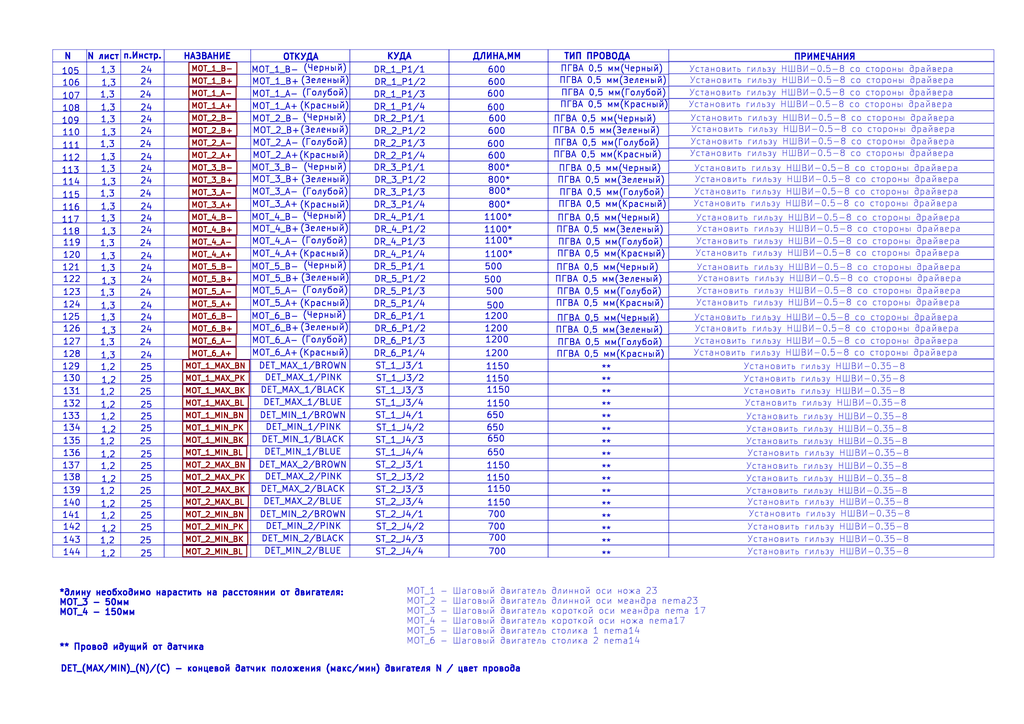
<source format=kicad_sch>
(kicad_sch
	(version 20250114)
	(generator "eeschema")
	(generator_version "9.0")
	(uuid "9f07ff6a-edd2-419a-af11-c9fcb5f876e8")
	(paper "A3")
	(lib_symbols)
	(rectangle
		(start 184.15 167.64)
		(end 224.79 172.72)
		(stroke
			(width 0)
			(type default)
		)
		(fill
			(type none)
		)
		(uuid 00866766-b07b-4276-8334-2e8190adb669)
	)
	(rectangle
		(start 143.51 177.8)
		(end 184.15 182.88)
		(stroke
			(width 0)
			(type default)
		)
		(fill
			(type none)
		)
		(uuid 01ce69b0-e240-430a-b30c-67b94d1d65e7)
	)
	(rectangle
		(start 67.31 20.32)
		(end 102.87 25.4)
		(stroke
			(width 0)
			(type default)
		)
		(fill
			(type none)
		)
		(uuid 01de051c-34f1-48b3-96ae-c4de6c1c5768)
	)
	(rectangle
		(start 102.87 187.96)
		(end 143.51 193.04)
		(stroke
			(width 0)
			(type default)
		)
		(fill
			(type none)
		)
		(uuid 0219b7ef-e240-464d-bfa7-f8f12341de6b)
	)
	(rectangle
		(start 143.51 213.36)
		(end 184.15 218.44)
		(stroke
			(width 0)
			(type default)
		)
		(fill
			(type none)
		)
		(uuid 027b47da-f9d1-4f2d-9649-1b39090f4f58)
	)
	(rectangle
		(start 35.56 203.2)
		(end 49.53 208.28)
		(stroke
			(width 0)
			(type default)
		)
		(fill
			(type none)
		)
		(uuid 02daf3e7-511b-47a0-986c-a53dd20f09f1)
	)
	(rectangle
		(start 102.87 142.24)
		(end 143.51 147.32)
		(stroke
			(width 0)
			(type default)
		)
		(fill
			(type none)
		)
		(uuid 048c66ef-9ef7-4ade-b86d-bfa97feff743)
	)
	(rectangle
		(start 143.51 55.88)
		(end 184.15 60.96)
		(stroke
			(width 0)
			(type default)
		)
		(fill
			(type none)
		)
		(uuid 05a0516c-93d1-413a-b763-a632dacc6ca9)
	)
	(rectangle
		(start 184.15 121.92)
		(end 224.79 127)
		(stroke
			(width 0)
			(type default)
		)
		(fill
			(type none)
		)
		(uuid 05b4c6e5-d7f2-4309-a15b-525c3511b19f)
	)
	(rectangle
		(start 224.79 35.56)
		(end 274.32 40.64)
		(stroke
			(width 0)
			(type default)
		)
		(fill
			(type none)
		)
		(uuid 074c3e0e-380b-476d-80f8-99b7cb7b24da)
	)
	(rectangle
		(start 274.32 65.786)
		(end 407.67 70.866)
		(stroke
			(width 0)
			(type default)
		)
		(fill
			(type none)
		)
		(uuid 081a539f-a73c-4cda-b215-eecced95724c)
	)
	(rectangle
		(start 274.32 35.306)
		(end 407.67 40.386)
		(stroke
			(width 0)
			(type default)
		)
		(fill
			(type none)
		)
		(uuid 087a252e-2cd0-411b-b138-3320a42cbf99)
	)
	(rectangle
		(start 102.87 116.84)
		(end 143.51 121.92)
		(stroke
			(width 0)
			(type default)
		)
		(fill
			(type none)
		)
		(uuid 08f2bccd-f509-4ef7-9bd8-b936d0a9052c)
	)
	(rectangle
		(start 67.31 86.36)
		(end 102.87 91.44)
		(stroke
			(width 0)
			(type default)
		)
		(fill
			(type none)
		)
		(uuid 090ff59a-ad70-4fac-a537-23ee26d1c385)
	)
	(rectangle
		(start 184.15 25.4)
		(end 224.79 30.48)
		(stroke
			(width 0)
			(type default)
		)
		(fill
			(type none)
		)
		(uuid 09541a1e-af71-4634-b951-d6c4fa2504a4)
	)
	(rectangle
		(start 49.53 177.8)
		(end 67.31 182.88)
		(stroke
			(width 0)
			(type default)
		)
		(fill
			(type none)
		)
		(uuid 09bab41f-c420-4fb1-b89e-69a994e7e79d)
	)
	(rectangle
		(start 49.53 81.28)
		(end 67.31 86.36)
		(stroke
			(width 0)
			(type default)
		)
		(fill
			(type none)
		)
		(uuid 0a5dfa94-9368-4def-925a-db9eb268bbe9)
	)
	(rectangle
		(start 224.79 187.96)
		(end 274.32 193.04)
		(stroke
			(width 0)
			(type default)
		)
		(fill
			(type none)
		)
		(uuid 0a6cd9f6-cb4b-4875-a168-ebf5ebb87cf9)
	)
	(rectangle
		(start 102.87 71.12)
		(end 143.51 76.2)
		(stroke
			(width 0)
			(type default)
		)
		(fill
			(type none)
		)
		(uuid 0ac83b93-8948-49cf-affa-950eb1a9f8d4)
	)
	(rectangle
		(start 143.51 111.76)
		(end 184.15 116.84)
		(stroke
			(width 0)
			(type default)
		)
		(fill
			(type none)
		)
		(uuid 0de75b51-46a6-43e5-ac5e-ad8cf51f2083)
	)
	(rectangle
		(start 274.32 131.826)
		(end 407.67 136.906)
		(stroke
			(width 0)
			(type default)
		)
		(fill
			(type none)
		)
		(uuid 0e44695c-f494-49cd-a0fa-16dbffcce823)
	)
	(rectangle
		(start 274.32 45.466)
		(end 407.67 50.546)
		(stroke
			(width 0)
			(type default)
		)
		(fill
			(type none)
		)
		(uuid 0f79a34d-cae5-4de8-a49d-0a19f97b3530)
	)
	(rectangle
		(start 21.59 157.48)
		(end 35.56 162.56)
		(stroke
			(width 0)
			(type default)
		)
		(fill
			(type none)
		)
		(uuid 106791ed-3644-4498-9cc7-cade58a041f7)
	)
	(rectangle
		(start 224.79 147.32)
		(end 274.32 152.4)
		(stroke
			(width 0)
			(type default)
		)
		(fill
			(type none)
		)
		(uuid 10970ab3-e1c1-4267-a312-ba923e10bfc7)
	)
	(rectangle
		(start 224.79 172.72)
		(end 274.32 177.8)
		(stroke
			(width 0)
			(type default)
		)
		(fill
			(type none)
		)
		(uuid 119290a8-0b2a-4235-9ae1-a0b534e6eff6)
	)
	(rectangle
		(start 21.59 66.04)
		(end 35.56 71.12)
		(stroke
			(width 0)
			(type default)
		)
		(fill
			(type none)
		)
		(uuid 119e8a94-1480-4396-859e-fe2f0c370bcb)
	)
	(rectangle
		(start 184.15 213.36)
		(end 224.79 218.44)
		(stroke
			(width 0)
			(type default)
		)
		(fill
			(type none)
		)
		(uuid 11d7765f-359a-4885-8275-7378d5e8b1fb)
	)
	(rectangle
		(start 102.87 101.6)
		(end 143.51 106.68)
		(stroke
			(width 0)
			(type default)
		)
		(fill
			(type none)
		)
		(uuid 12199ad7-70ed-41c7-85a5-71796c307512)
	)
	(rectangle
		(start 143.51 157.48)
		(end 184.15 162.56)
		(stroke
			(width 0)
			(type default)
		)
		(fill
			(type none)
		)
		(uuid 121ee4a1-818e-44eb-b9ef-b69f6bcf2a91)
	)
	(rectangle
		(start 49.53 223.52)
		(end 67.31 228.6)
		(stroke
			(width 0)
			(type default)
		)
		(fill
			(type none)
		)
		(uuid 12cca297-55b8-4a90-a34a-fa423fc2ec97)
	)
	(rectangle
		(start 49.53 147.32)
		(end 67.31 152.4)
		(stroke
			(width 0)
			(type default)
		)
		(fill
			(type none)
		)
		(uuid 12d1c7c5-1762-4e9c-870e-ca0ce68c545e)
	)
	(rectangle
		(start 67.31 147.32)
		(end 102.87 152.4)
		(stroke
			(width 0)
			(type default)
		)
		(fill
			(type none)
		)
		(uuid 12f39575-e801-4736-b6bf-a5ba5cc3c919)
	)
	(rectangle
		(start 67.31 101.6)
		(end 102.87 106.68)
		(stroke
			(width 0)
			(type default)
		)
		(fill
			(type none)
		)
		(uuid 13515fa0-61cd-4235-9261-1b32b0f12091)
	)
	(rectangle
		(start 184.15 193.04)
		(end 224.79 198.12)
		(stroke
			(width 0)
			(type default)
		)
		(fill
			(type none)
		)
		(uuid 142da710-74e9-4376-b98a-fca61e8f95d6)
	)
	(rectangle
		(start 143.51 203.2)
		(end 184.15 208.28)
		(stroke
			(width 0)
			(type default)
		)
		(fill
			(type none)
		)
		(uuid 14b10855-9b8f-4542-8387-b3092110ceae)
	)
	(rectangle
		(start 143.51 198.12)
		(end 184.15 203.2)
		(stroke
			(width 0)
			(type default)
		)
		(fill
			(type none)
		)
		(uuid 1724542a-87fe-427a-9864-0f40de1eed5d)
	)
	(rectangle
		(start 21.59 106.68)
		(end 35.56 111.76)
		(stroke
			(width 0)
			(type default)
		)
		(fill
			(type none)
		)
		(uuid 17b7896a-5f41-41b9-af66-70cc1852cffb)
	)
	(rectangle
		(start 143.51 182.88)
		(end 184.15 187.96)
		(stroke
			(width 0)
			(type default)
		)
		(fill
			(type none)
		)
		(uuid 18255144-7800-419c-b0b5-3dbc5fb0c334)
	)
	(rectangle
		(start 224.79 50.8)
		(end 274.32 55.88)
		(stroke
			(width 0)
			(type default)
		)
		(fill
			(type none)
		)
		(uuid 19645143-d834-4cd8-b568-dae953f6c7a5)
	)
	(rectangle
		(start 224.79 218.44)
		(end 274.32 223.52)
		(stroke
			(width 0)
			(type default)
		)
		(fill
			(type none)
		)
		(uuid 19c9f2a1-d70e-4357-ad69-ddb1c7aa9077)
	)
	(rectangle
		(start 143.51 81.28)
		(end 184.15 86.36)
		(stroke
			(width 0)
			(type default)
		)
		(fill
			(type none)
		)
		(uuid 1b330deb-9a35-4eb7-be74-fc6849c57e23)
	)
	(rectangle
		(start 102.87 208.28)
		(end 143.51 213.36)
		(stroke
			(width 0)
			(type default)
		)
		(fill
			(type none)
		)
		(uuid 1b66d9b8-fc3c-4604-8728-c5310b95c401)
	)
	(rectangle
		(start 184.15 76.2)
		(end 224.79 81.28)
		(stroke
			(width 0)
			(type default)
		)
		(fill
			(type none)
		)
		(uuid 1d416c8c-e673-44ad-b61e-200eeaf4e815)
	)
	(rectangle
		(start 274.32 182.88)
		(end 407.67 187.96)
		(stroke
			(width 0)
			(type default)
		)
		(fill
			(type none)
		)
		(uuid 1d527cae-85ef-41c7-8be6-96629b6cd649)
	)
	(rectangle
		(start 35.56 40.64)
		(end 49.53 45.72)
		(stroke
			(width 0)
			(type default)
		)
		(fill
			(type none)
		)
		(uuid 1d5f239e-fab2-432e-a5d3-5db03b00bbe7)
	)
	(rectangle
		(start 224.79 167.64)
		(end 274.32 172.72)
		(stroke
			(width 0)
			(type default)
		)
		(fill
			(type none)
		)
		(uuid 1d64e069-bc9b-4769-9572-ac43c7cb109f)
	)
	(rectangle
		(start 184.15 35.56)
		(end 224.79 40.64)
		(stroke
			(width 0)
			(type default)
		)
		(fill
			(type none)
		)
		(uuid 1dcde428-ec0c-4741-8448-b622ff65a628)
	)
	(rectangle
		(start 21.59 177.8)
		(end 35.56 182.88)
		(stroke
			(width 0)
			(type default)
		)
		(fill
			(type none)
		)
		(uuid 1e8fc21f-5897-49fd-aeff-681877d797e0)
	)
	(rectangle
		(start 143.51 152.4)
		(end 184.15 157.48)
		(stroke
			(width 0)
			(type default)
		)
		(fill
			(type none)
		)
		(uuid 1f60ebc8-1b5f-4072-b193-5036f54093ce)
	)
	(rectangle
		(start 224.79 203.2)
		(end 274.32 208.28)
		(stroke
			(width 0)
			(type default)
		)
		(fill
			(type none)
		)
		(uuid 2099b5e1-b314-49e6-b8e1-3e01f09df003)
	)
	(rectangle
		(start 274.32 81.026)
		(end 407.67 86.106)
		(stroke
			(width 0)
			(type default)
		)
		(fill
			(type none)
		)
		(uuid 20df6b3b-3bff-4015-8c36-3e92e63944e2)
	)
	(rectangle
		(start 49.53 71.12)
		(end 67.31 76.2)
		(stroke
			(width 0)
			(type default)
		)
		(fill
			(type none)
		)
		(uuid 21631466-822e-4809-9362-5a648cfa3e2f)
	)
	(rectangle
		(start 67.31 198.12)
		(end 102.87 203.2)
		(stroke
			(width 0)
			(type default)
		)
		(fill
			(type none)
		)
		(uuid 2183d568-6d58-423e-9839-f9890a15d227)
	)
	(rectangle
		(start 21.59 198.12)
		(end 35.56 203.2)
		(stroke
			(width 0)
			(type default)
		)
		(fill
			(type none)
		)
		(uuid 21b474ae-2dd6-4ca4-899c-f4fad2243cb7)
	)
	(rectangle
		(start 49.53 50.8)
		(end 67.31 55.88)
		(stroke
			(width 0)
			(type default)
		)
		(fill
			(type none)
		)
		(uuid 2250795a-9a7e-4d3f-a0b7-d4852ee01c47)
	)
	(rectangle
		(start 224.79 162.56)
		(end 274.32 167.64)
		(stroke
			(width 0)
			(type default)
		)
		(fill
			(type none)
		)
		(uuid 22744ccc-a354-4d5f-8830-d3d509604604)
	)
	(rectangle
		(start 102.87 198.12)
		(end 143.51 203.2)
		(stroke
			(width 0)
			(type default)
		)
		(fill
			(type none)
		)
		(uuid 22c98a6e-a19f-4176-b4f9-015d5adf7047)
	)
	(rectangle
		(start 49.53 101.6)
		(end 67.31 106.68)
		(stroke
			(width 0)
			(type default)
		)
		(fill
			(type none)
		)
		(uuid 23a5e052-0e88-4b5d-bbdc-aade1a2eb2cd)
	)
	(rectangle
		(start 184.15 106.68)
		(end 224.79 111.76)
		(stroke
			(width 0)
			(type default)
		)
		(fill
			(type none)
		)
		(uuid 23d5cedd-2da3-4484-bf2b-f8f78262d36d)
	)
	(rectangle
		(start 67.31 121.92)
		(end 102.87 127)
		(stroke
			(width 0)
			(type default)
		)
		(fill
			(type none)
		)
		(uuid 24b5fa53-0e6c-4cc1-badb-f2be660e2309)
	)
	(rectangle
		(start 21.59 40.64)
		(end 35.56 45.72)
		(stroke
			(width 0)
			(type default)
		)
		(fill
			(type none)
		)
		(uuid 25f7ccfc-4598-41f4-b5a0-6d1e5cb43c0e)
	)
	(rectangle
		(start 102.87 137.16)
		(end 143.51 142.24)
		(stroke
			(width 0)
			(type default)
		)
		(fill
			(type none)
		)
		(uuid 263529db-9867-48e3-aea0-8946c6b33579)
	)
	(rectangle
		(start 184.15 30.48)
		(end 224.79 35.56)
		(stroke
			(width 0)
			(type default)
		)
		(fill
			(type none)
		)
		(uuid 26889b14-e07c-4749-89db-1281d6f37764)
	)
	(rectangle
		(start 21.59 20.32)
		(end 35.56 25.4)
		(stroke
			(width 0)
			(type default)
		)
		(fill
			(type none)
		)
		(uuid 27253d31-6c44-42fa-8020-e2f66d046851)
	)
	(rectangle
		(start 224.79 25.4)
		(end 274.32 30.48)
		(stroke
			(width 0)
			(type default)
		)
		(fill
			(type none)
		)
		(uuid 2742c13c-0a15-45ea-ad0b-63b30d6b7221)
	)
	(rectangle
		(start 102.87 86.36)
		(end 143.51 91.44)
		(stroke
			(width 0)
			(type default)
		)
		(fill
			(type none)
		)
		(uuid 27ad0f39-87bc-4b3d-b325-cda440e18d3d)
	)
	(rectangle
		(start 184.15 223.52)
		(end 224.79 228.6)
		(stroke
			(width 0)
			(type default)
		)
		(fill
			(type none)
		)
		(uuid 27d9a3a9-43cb-4556-a979-0f626611d04e)
	)
	(rectangle
		(start 21.59 147.32)
		(end 35.56 152.4)
		(stroke
			(width 0)
			(type default)
		)
		(fill
			(type none)
		)
		(uuid 2b212063-4ce4-420f-a542-121033f05125)
	)
	(rectangle
		(start 35.56 213.36)
		(end 49.53 218.44)
		(stroke
			(width 0)
			(type default)
		)
		(fill
			(type none)
		)
		(uuid 2c2886ae-b7d7-4870-9b6c-4697ca46860f)
	)
	(rectangle
		(start 184.15 208.28)
		(end 224.79 213.36)
		(stroke
			(width 0)
			(type default)
		)
		(fill
			(type none)
		)
		(uuid 2c7ec317-63eb-409c-835d-d28dea11a7b1)
	)
	(rectangle
		(start 21.59 132.08)
		(end 35.56 137.16)
		(stroke
			(width 0)
			(type default)
		)
		(fill
			(type none)
		)
		(uuid 2fae5f21-0517-416d-abf6-18f1ece88f70)
	)
	(rectangle
		(start 102.87 45.72)
		(end 143.51 50.8)
		(stroke
			(width 0)
			(type default)
		)
		(fill
			(type none)
		)
		(uuid 303a9042-098c-4664-91b2-505c4a641622)
	)
	(rectangle
		(start 224.79 111.76)
		(end 274.32 116.84)
		(stroke
			(width 0)
			(type default)
		)
		(fill
			(type none)
		)
		(uuid 304a5fdb-e11d-44f2-8d3e-cec87b4b3c68)
	)
	(rectangle
		(start 67.31 50.8)
		(end 102.87 55.88)
		(stroke
			(width 0)
			(type default)
		)
		(fill
			(type none)
		)
		(uuid 30507da8-eacc-4d2f-842b-51b5f7f89389)
	)
	(rectangle
		(start 143.51 162.56)
		(end 184.15 167.64)
		(stroke
			(width 0)
			(type default)
		)
		(fill
			(type none)
		)
		(uuid 3092589f-8485-4572-9d39-159d6556170a)
	)
	(rectangle
		(start 102.87 60.96)
		(end 143.51 66.04)
		(stroke
			(width 0)
			(type default)
		)
		(fill
			(type none)
		)
		(uuid 30e507ce-1e89-4ab6-b013-55d110c0041b)
	)
	(rectangle
		(start 224.79 106.68)
		(end 274.32 111.76)
		(stroke
			(width 0)
			(type default)
		)
		(fill
			(type none)
		)
		(uuid 3113a8f4-e4f3-4dc1-a82f-dea407f19c5c)
	)
	(rectangle
		(start 35.56 55.88)
		(end 49.53 60.96)
		(stroke
			(width 0)
			(type default)
		)
		(fill
			(type none)
		)
		(uuid 311b2e5b-3828-4746-9206-dc2992c2d986)
	)
	(rectangle
		(start 143.51 132.08)
		(end 184.15 137.16)
		(stroke
			(width 0)
			(type default)
		)
		(fill
			(type none)
		)
		(uuid 3151beae-987f-4c03-ad6b-cc96492ff0aa)
	)
	(rectangle
		(start 184.15 60.96)
		(end 224.79 66.04)
		(stroke
			(width 0)
			(type default)
		)
		(fill
			(type none)
		)
		(uuid 31df2f82-bcd8-4a11-8314-a75b485d5826)
	)
	(rectangle
		(start 184.15 198.12)
		(end 224.79 203.2)
		(stroke
			(width 0)
			(type default)
		)
		(fill
			(type none)
		)
		(uuid 3226aa9e-ee80-42cf-9c2e-acde938b6f71)
	)
	(rectangle
		(start 21.59 182.88)
		(end 35.56 187.96)
		(stroke
			(width 0)
			(type default)
		)
		(fill
			(type none)
		)
		(uuid 332fd59e-737d-4d41-a8bc-c56c09a7f5e7)
	)
	(rectangle
		(start 274.32 40.386)
		(end 407.67 45.466)
		(stroke
			(width 0)
			(type default)
		)
		(fill
			(type none)
		)
		(uuid 34aee842-9a32-4422-904e-3725266a0a83)
	)
	(rectangle
		(start 21.59 193.04)
		(end 35.56 198.12)
		(stroke
			(width 0)
			(type default)
		)
		(fill
			(type none)
		)
		(uuid 3511fecb-a794-4f1a-967b-c324c73ab360)
	)
	(rectangle
		(start 224.79 116.84)
		(end 274.32 121.92)
		(stroke
			(width 0)
			(type default)
		)
		(fill
			(type none)
		)
		(uuid 3542cd22-a7ed-421f-ba6f-bd3b332a874c)
	)
	(rectangle
		(start 67.31 111.76)
		(end 102.87 116.84)
		(stroke
			(width 0)
			(type default)
		)
		(fill
			(type none)
		)
		(uuid 361586a6-3cc2-4d55-a343-40e73cf58078)
	)
	(rectangle
		(start 102.87 35.56)
		(end 143.51 40.64)
		(stroke
			(width 0)
			(type default)
		)
		(fill
			(type none)
		)
		(uuid 364777af-a518-4973-a9ba-2c4c72207d44)
	)
	(rectangle
		(start 143.51 167.64)
		(end 184.15 172.72)
		(stroke
			(width 0)
			(type default)
		)
		(fill
			(type none)
		)
		(uuid 381fc674-e76f-49cf-a401-8d0b2f97ac1e)
	)
	(rectangle
		(start 67.31 106.68)
		(end 102.87 111.76)
		(stroke
			(width 0)
			(type default)
		)
		(fill
			(type none)
		)
		(uuid 38d0c67c-f914-483a-adf7-956432b55b32)
	)
	(rectangle
		(start 143.51 172.72)
		(end 184.15 177.8)
		(stroke
			(width 0)
			(type default)
		)
		(fill
			(type none)
		)
		(uuid 39c655bf-ff09-4daf-9a70-5339af81a682)
	)
	(rectangle
		(start 35.56 30.48)
		(end 49.53 35.56)
		(stroke
			(width 0)
			(type default)
		)
		(fill
			(type none)
		)
		(uuid 3aa2d50e-6365-4625-b537-ba47da6e4a5d)
	)
	(rectangle
		(start 49.53 121.92)
		(end 67.31 127)
		(stroke
			(width 0)
			(type default)
		)
		(fill
			(type none)
		)
		(uuid 3b077328-8ef3-4a78-984c-abd1d50722a1)
	)
	(rectangle
		(start 35.56 116.84)
		(end 49.53 121.92)
		(stroke
			(width 0)
			(type default)
		)
		(fill
			(type none)
		)
		(uuid 3c172ed9-4dfb-48bb-a347-eaf5df19097d)
	)
	(rectangle
		(start 224.79 182.88)
		(end 274.32 187.96)
		(stroke
			(width 0)
			(type default)
		)
		(fill
			(type none)
		)
		(uuid 3c70360b-df8a-4160-afbb-dc79177a670d)
	)
	(rectangle
		(start 143.51 137.16)
		(end 184.15 142.24)
		(stroke
			(width 0)
			(type default)
		)
		(fill
			(type none)
		)
		(uuid 3d222e39-5366-4cdc-8681-6bf94893de23)
	)
	(rectangle
		(start 21.59 223.52)
		(end 35.56 228.6)
		(stroke
			(width 0)
			(type default)
		)
		(fill
			(type none)
		)
		(uuid 3dcd7bfc-032b-412c-b3bc-970270ad197b)
	)
	(rectangle
		(start 274.32 20.32)
		(end 407.67 25.4)
		(stroke
			(width 0)
			(type default)
		)
		(fill
			(type none)
		)
		(uuid 3ebfc527-426e-46c1-8743-205d38811023)
	)
	(rectangle
		(start 67.31 132.08)
		(end 102.87 137.16)
		(stroke
			(width 0)
			(type default)
		)
		(fill
			(type none)
		)
		(uuid 3ed75b53-e887-4eed-8cfa-da6988893453)
	)
	(rectangle
		(start 143.51 218.44)
		(end 184.15 223.52)
		(stroke
			(width 0)
			(type default)
		)
		(fill
			(type none)
		)
		(uuid 3efd1462-f716-4acc-a33f-9f1be6b25442)
	)
	(rectangle
		(start 67.31 76.2)
		(end 102.87 81.28)
		(stroke
			(width 0)
			(type default)
		)
		(fill
			(type none)
		)
		(uuid 3f7ed2b1-3395-4253-a979-071c32e7cbf2)
	)
	(rectangle
		(start 274.32 60.706)
		(end 407.67 65.786)
		(stroke
			(width 0)
			(type default)
		)
		(fill
			(type none)
		)
		(uuid 3f8f87a7-1a6e-4a7c-9b2a-c583c9a82212)
	)
	(rectangle
		(start 35.56 96.52)
		(end 49.53 101.6)
		(stroke
			(width 0)
			(type default)
		)
		(fill
			(type none)
		)
		(uuid 3fa4c241-2489-48fb-a8b3-63b4ed321459)
	)
	(rectangle
		(start 35.56 81.28)
		(end 49.53 86.36)
		(stroke
			(width 0)
			(type default)
		)
		(fill
			(type none)
		)
		(uuid 3fe7ff4f-b26a-4597-8be5-7eaa58a20cd4)
	)
	(rectangle
		(start 184.15 55.88)
		(end 224.79 60.96)
		(stroke
			(width 0)
			(type default)
		)
		(fill
			(type none)
		)
		(uuid 40840eaa-f549-4e65-9bb8-7423c037067a)
	)
	(rectangle
		(start 35.56 35.56)
		(end 49.53 40.64)
		(stroke
			(width 0)
			(type default)
		)
		(fill
			(type none)
		)
		(uuid 41b7dea9-01e8-487f-ac9f-d6fe7878ca0f)
	)
	(rectangle
		(start 102.87 96.52)
		(end 143.51 101.6)
		(stroke
			(width 0)
			(type default)
		)
		(fill
			(type none)
		)
		(uuid 41c8c5ca-4831-48f9-bf1b-ea5f433dc52e)
	)
	(rectangle
		(start 21.59 121.92)
		(end 35.56 127)
		(stroke
			(width 0)
			(type default)
		)
		(fill
			(type none)
		)
		(uuid 41d00e38-af1d-4ed9-98f4-fc437fad79d2)
	)
	(rectangle
		(start 67.31 223.52)
		(end 102.87 228.6)
		(stroke
			(width 0)
			(type default)
		)
		(fill
			(type none)
		)
		(uuid 41e04e90-41d0-495f-93f8-5ae4f77fca50)
	)
	(rectangle
		(start 21.59 203.2)
		(end 35.56 208.28)
		(stroke
			(width 0)
			(type default)
		)
		(fill
			(type none)
		)
		(uuid 42ad012d-cfad-4b87-bafe-04d0f8b9a31e)
	)
	(rectangle
		(start 67.31 137.16)
		(end 102.87 142.24)
		(stroke
			(width 0)
			(type default)
		)
		(fill
			(type none)
		)
		(uuid 42db91ea-fcfc-4dc9-bf78-c731990537b5)
	)
	(rectangle
		(start 143.51 71.12)
		(end 184.15 76.2)
		(stroke
			(width 0)
			(type default)
		)
		(fill
			(type none)
		)
		(uuid 438f680d-83ec-49d8-a7b2-258d487c7e1d)
	)
	(rectangle
		(start 274.32 91.186)
		(end 407.67 96.266)
		(stroke
			(width 0)
			(type default)
		)
		(fill
			(type none)
		)
		(uuid 43c417f2-d8ef-436b-9cb0-c62c7601020a)
	)
	(rectangle
		(start 67.31 208.28)
		(end 102.87 213.36)
		(stroke
			(width 0)
			(type default)
		)
		(fill
			(type none)
		)
		(uuid 44c81fa3-be00-41c7-a881-baada20d4027)
	)
	(rectangle
		(start 143.51 208.28)
		(end 184.15 213.36)
		(stroke
			(width 0)
			(type default)
		)
		(fill
			(type none)
		)
		(uuid 483ccd76-b5f1-4b6f-a6a9-9f3668c9af4b)
	)
	(rectangle
		(start 184.15 40.64)
		(end 224.79 45.72)
		(stroke
			(width 0)
			(type default)
		)
		(fill
			(type none)
		)
		(uuid 49236d05-9359-4db9-8d4a-19740ed32345)
	)
	(rectangle
		(start 224.79 20.32)
		(end 274.32 25.4)
		(stroke
			(width 0)
			(type default)
		)
		(fill
			(type none)
		)
		(uuid 4a108e6b-4ba4-4f8d-83a7-8d2bc2d00a84)
	)
	(rectangle
		(start 274.32 30.226)
		(end 407.67 35.306)
		(stroke
			(width 0)
			(type default)
		)
		(fill
			(type none)
		)
		(uuid 4b9f125e-a07b-48ba-8199-7ddcbe75ee49)
	)
	(rectangle
		(start 67.31 60.96)
		(end 102.87 66.04)
		(stroke
			(width 0)
			(type default)
		)
		(fill
			(type none)
		)
		(uuid 4bc984a3-e41b-481b-b274-b1194db46e5a)
	)
	(rectangle
		(start 21.59 96.52)
		(end 35.56 101.6)
		(stroke
			(width 0)
			(type default)
		)
		(fill
			(type none)
		)
		(uuid 4bcf7102-b4c7-4611-b5aa-69ed9181ef5c)
	)
	(rectangle
		(start 184.15 182.88)
		(end 224.79 187.96)
		(stroke
			(width 0)
			(type default)
		)
		(fill
			(type none)
		)
		(uuid 4d349e96-ae54-45a7-940b-8c8ca41ca704)
	)
	(rectangle
		(start 49.53 218.44)
		(end 67.31 223.52)
		(stroke
			(width 0)
			(type default)
		)
		(fill
			(type none)
		)
		(uuid 4d59cdae-8e74-489c-b68b-8ec5a13c758e)
	)
	(rectangle
		(start 21.59 152.4)
		(end 35.56 157.48)
		(stroke
			(width 0)
			(type default)
		)
		(fill
			(type none)
		)
		(uuid 4dc57473-9649-4a57-a3f0-da68f1294574)
	)
	(rectangle
		(start 184.15 71.12)
		(end 224.79 76.2)
		(stroke
			(width 0)
			(type default)
		)
		(fill
			(type none)
		)
		(uuid 4e3f92b8-6971-4d4f-b401-d0895e4a1f19)
	)
	(rectangle
		(start 21.59 76.2)
		(end 35.56 81.28)
		(stroke
			(width 0)
			(type default)
		)
		(fill
			(type none)
		)
		(uuid 4ff98f91-e001-42b1-86aa-4d73ecc57553)
	)
	(rectangle
		(start 67.31 172.72)
		(end 102.87 177.8)
		(stroke
			(width 0)
			(type default)
		)
		(fill
			(type none)
		)
		(uuid 50746fc0-1ad0-4c6e-971d-1877711bd27d)
	)
	(rectangle
		(start 21.59 208.28)
		(end 35.56 213.36)
		(stroke
			(width 0)
			(type default)
		)
		(fill
			(type none)
		)
		(uuid 5318cba4-0621-4be8-947e-fa20a145bc04)
	)
	(rectangle
		(start 67.31 71.12)
		(end 102.87 76.2)
		(stroke
			(width 0)
			(type default)
		)
		(fill
			(type none)
		)
		(uuid 54758ee5-2a9d-48f4-aeb6-a5cccf559a7b)
	)
	(rectangle
		(start 224.79 208.28)
		(end 274.32 213.36)
		(stroke
			(width 0)
			(type default)
		)
		(fill
			(type none)
		)
		(uuid 553b54d3-2cc7-41f5-aa68-18e1392652db)
	)
	(rectangle
		(start 21.59 60.96)
		(end 35.56 66.04)
		(stroke
			(width 0)
			(type default)
		)
		(fill
			(type none)
		)
		(uuid 55dc5c54-0612-4831-ac46-69590cc28d3c)
	)
	(rectangle
		(start 224.79 213.36)
		(end 274.32 218.44)
		(stroke
			(width 0)
			(type default)
		)
		(fill
			(type none)
		)
		(uuid 566acca1-c8bb-4aa0-98cd-746326321294)
	)
	(rectangle
		(start 49.53 208.28)
		(end 67.31 213.36)
		(stroke
			(width 0)
			(type default)
		)
		(fill
			(type none)
		)
		(uuid 5859c181-f071-44d0-9e8e-b5df5092e947)
	)
	(rectangle
		(start 143.51 121.92)
		(end 184.15 127)
		(stroke
			(width 0)
			(type default)
		)
		(fill
			(type none)
		)
		(uuid 58f0a7ec-40f3-45e6-a00a-ffdb1931304a)
	)
	(rectangle
		(start 274.32 101.346)
		(end 407.67 106.426)
		(stroke
			(width 0)
			(type default)
		)
		(fill
			(type none)
		)
		(uuid 58f48c09-ec08-4c07-81fa-540ec00b32d6)
	)
	(rectangle
		(start 143.51 223.52)
		(end 184.15 228.6)
		(stroke
			(width 0)
			(type default)
		)
		(fill
			(type none)
		)
		(uuid 5a9cc750-1ac3-45d8-a8f3-6708dacd28dd)
	)
	(rectangle
		(start 224.79 157.48)
		(end 274.32 162.56)
		(stroke
			(width 0)
			(type default)
		)
		(fill
			(type none)
		)
		(uuid 5acddc80-28dc-4e37-b8f8-5ad9865a7342)
	)
	(rectangle
		(start 184.15 91.44)
		(end 224.79 96.52)
		(stroke
			(width 0)
			(type default)
		)
		(fill
			(type none)
		)
		(uuid 5bb53bf5-40d9-4e17-98dc-246a95d5dfcf)
	)
	(rectangle
		(start 224.79 71.12)
		(end 274.32 76.2)
		(stroke
			(width 0)
			(type default)
		)
		(fill
			(type none)
		)
		(uuid 5d5a93f1-5d0b-4aa8-8de1-2726e8f37355)
	)
	(rectangle
		(start 102.87 177.8)
		(end 143.51 182.88)
		(stroke
			(width 0)
			(type default)
		)
		(fill
			(type none)
		)
		(uuid 5d7b5dc2-b0bd-4392-87e4-ac7e82bdbb2d)
	)
	(rectangle
		(start 102.87 172.72)
		(end 143.51 177.8)
		(stroke
			(width 0)
			(type default)
		)
		(fill
			(type none)
		)
		(uuid 5e25b8ba-8bc1-4f21-93d6-1d66ac864547)
	)
	(rectangle
		(start 143.51 76.2)
		(end 184.15 81.28)
		(stroke
			(width 0)
			(type default)
		)
		(fill
			(type none)
		)
		(uuid 5fc10115-f65b-4e1f-bdeb-db11ad7b66bb)
	)
	(rectangle
		(start 184.15 132.08)
		(end 224.79 137.16)
		(stroke
			(width 0)
			(type default)
		)
		(fill
			(type none)
		)
		(uuid 5ff7e9eb-9f14-4e70-b85d-1fe59e95602b)
	)
	(rectangle
		(start 274.32 198.12)
		(end 407.67 203.2)
		(stroke
			(width 0)
			(type default)
		)
		(fill
			(type none)
		)
		(uuid 6125a1cc-76a9-4a91-be33-90c1d7d14087)
	)
	(rectangle
		(start 274.32 111.506)
		(end 407.67 116.586)
		(stroke
			(width 0)
			(type default)
		)
		(fill
			(type none)
		)
		(uuid 6139164a-b4e6-4109-a170-ec5efa3ea065)
	)
	(rectangle
		(start 35.56 177.8)
		(end 49.53 182.88)
		(stroke
			(width 0)
			(type default)
		)
		(fill
			(type none)
		)
		(uuid 6185ba0e-b5b1-4a17-b0e9-a1fd37ff5c73)
	)
	(rectangle
		(start 35.56 167.64)
		(end 49.53 172.72)
		(stroke
			(width 0)
			(type default)
		)
		(fill
			(type none)
		)
		(uuid 6263bd47-c06a-4dca-ba68-4b034252d122)
	)
	(rectangle
		(start 102.87 91.44)
		(end 143.51 96.52)
		(stroke
			(width 0)
			(type default)
		)
		(fill
			(type none)
		)
		(uuid 62928f61-17dc-4b8a-91eb-664d7e52f25d)
	)
	(rectangle
		(start 102.87 182.88)
		(end 143.51 187.96)
		(stroke
			(width 0)
			(type default)
		)
		(fill
			(type none)
		)
		(uuid 635cc8bc-83c5-4938-87bf-4a22993dc035)
	)
	(rectangle
		(start 21.59 116.84)
		(end 35.56 121.92)
		(stroke
			(width 0)
			(type default)
		)
		(fill
			(type none)
		)
		(uuid 63f8966f-ca26-48ba-991f-60a727442bb5)
	)
	(rectangle
		(start 35.56 50.8)
		(end 49.53 55.88)
		(stroke
			(width 0)
			(type default)
		)
		(fill
			(type none)
		)
		(uuid 648ab62f-517d-44fb-b4e9-8092a9f00d3b)
	)
	(rectangle
		(start 21.59 71.12)
		(end 35.56 76.2)
		(stroke
			(width 0)
			(type default)
		)
		(fill
			(type none)
		)
		(uuid 652483b8-65ee-4fc2-9e8e-bde36b747700)
	)
	(rectangle
		(start 143.51 147.32)
		(end 184.15 152.4)
		(stroke
			(width 0)
			(type default)
		)
		(fill
			(type none)
		)
		(uuid 65769506-1e4c-43f3-bee7-a16ca93d4394)
	)
	(rectangle
		(start 67.31 213.36)
		(end 102.87 218.44)
		(stroke
			(width 0)
			(type default)
		)
		(fill
			(type none)
		)
		(uuid 6577756e-951f-456e-80ca-db90fc2ca7e2)
	)
	(rectangle
		(start 49.53 111.76)
		(end 67.31 116.84)
		(stroke
			(width 0)
			(type default)
		)
		(fill
			(type none)
		)
		(uuid 65a1fa5a-37d8-427c-83a4-752146917374)
	)
	(rectangle
		(start 67.31 91.44)
		(end 102.87 96.52)
		(stroke
			(width 0)
			(type default)
		)
		(fill
			(type none)
		)
		(uuid 660f279c-a899-4562-b93d-d40559a03e2a)
	)
	(rectangle
		(start 274.32 223.52)
		(end 407.67 228.6)
		(stroke
			(width 0)
			(type default)
		)
		(fill
			(type none)
		)
		(uuid 6662015d-46ba-4bbe-ba5d-f5ca0798aa21)
	)
	(rectangle
		(start 35.56 121.92)
		(end 49.53 127)
		(stroke
			(width 0)
			(type default)
		)
		(fill
			(type none)
		)
		(uuid 66c52141-8891-4510-8902-a43c21b1641f)
	)
	(rectangle
		(start 21.59 45.72)
		(end 35.56 50.8)
		(stroke
			(width 0)
			(type default)
		)
		(fill
			(type none)
		)
		(uuid 670215fb-66b1-41a1-a736-cd9fac7c33b0)
	)
	(rectangle
		(start 49.53 157.48)
		(end 67.31 162.56)
		(stroke
			(width 0)
			(type default)
		)
		(fill
			(type none)
		)
		(uuid 67695482-55d2-4f86-8828-b8e7ed551b6f)
	)
	(rectangle
		(start 21.59 137.16)
		(end 35.56 142.24)
		(stroke
			(width 0)
			(type default)
		)
		(fill
			(type none)
		)
		(uuid 678c995a-63b7-4530-ad28-962e6abc1949)
	)
	(rectangle
		(start 49.53 193.04)
		(end 67.31 198.12)
		(stroke
			(width 0)
			(type default)
		)
		(fill
			(type none)
		)
		(uuid 68168cd7-cab3-4f6b-a413-c6cdf647358c)
	)
	(rectangle
		(start 102.87 213.36)
		(end 143.51 218.44)
		(stroke
			(width 0)
			(type default)
		)
		(fill
			(type none)
		)
		(uuid 6896e798-4c1a-4667-b703-0b00f10751bc)
	)
	(rectangle
		(start 224.79 142.24)
		(end 274.32 147.32)
		(stroke
			(width 0)
			(type default)
		)
		(fill
			(type none)
		)
		(uuid 697e59d2-2bef-4f97-ae2d-c3a3faa60a98)
	)
	(rectangle
		(start 67.31 203.2)
		(end 102.87 208.28)
		(stroke
			(width 0)
			(type default)
		)
		(fill
			(type none)
		)
		(uuid 69f61a87-f003-4def-a635-ebb39cabfd2e)
	)
	(rectangle
		(start 21.59 81.28)
		(end 35.56 86.36)
		(stroke
			(width 0)
			(type default)
		)
		(fill
			(type none)
		)
		(uuid 6a11ff0f-c8ac-4f5e-be86-15844b3a71f2)
	)
	(rectangle
		(start 21.59 172.72)
		(end 35.56 177.8)
		(stroke
			(width 0)
			(type default)
		)
		(fill
			(type none)
		)
		(uuid 6a241989-246d-4a50-ba3c-cc2c9c550da2)
	)
	(rectangle
		(start 274.32 55.626)
		(end 407.67 60.706)
		(stroke
			(width 0)
			(type default)
		)
		(fill
			(type none)
		)
		(uuid 6b0912cf-257a-4e2b-bf40-00ecd5dc3514)
	)
	(rectangle
		(start 35.56 127)
		(end 49.53 132.08)
		(stroke
			(width 0)
			(type default)
		)
		(fill
			(type none)
		)
		(uuid 6bc3ab27-e26d-4f8d-b5a6-e01b6ef5ec9a)
	)
	(rectangle
		(start 102.87 218.44)
		(end 143.51 223.52)
		(stroke
			(width 0)
			(type default)
		)
		(fill
			(type none)
		)
		(uuid 6d0d1a5f-026c-4d0e-b15f-c7c8e28eff9f)
	)
	(rectangle
		(start 184.15 137.16)
		(end 224.79 142.24)
		(stroke
			(width 0)
			(type default)
		)
		(fill
			(type none)
		)
		(uuid 6dfd0cba-6cf5-46c2-b485-e23b69a7611c)
	)
	(rectangle
		(start 35.56 45.72)
		(end 49.53 50.8)
		(stroke
			(width 0)
			(type default)
		)
		(fill
			(type none)
		)
		(uuid 6dffa252-f127-4be9-9ed1-5d581151905e)
	)
	(rectangle
		(start 35.56 60.96)
		(end 49.53 66.04)
		(stroke
			(width 0)
			(type default)
		)
		(fill
			(type none)
		)
		(uuid 6e84a779-814f-44fa-acc9-8acf0845c3c8)
	)
	(rectangle
		(start 184.15 147.32)
		(end 224.79 152.4)
		(stroke
			(width 0)
			(type default)
		)
		(fill
			(type none)
		)
		(uuid 6ea1b116-d560-4357-aff6-1175892ecf72)
	)
	(rectangle
		(start 102.87 193.04)
		(end 143.51 198.12)
		(stroke
			(width 0)
			(type default)
		)
		(fill
			(type none)
		)
		(uuid 6f787602-30d1-4b5f-8391-1af31c2286e4)
	)
	(rectangle
		(start 49.53 167.64)
		(end 67.31 172.72)
		(stroke
			(width 0)
			(type default)
		)
		(fill
			(type none)
		)
		(uuid 6f9cc4bc-f224-4902-83a6-6dce26ef95ad)
	)
	(rectangle
		(start 49.53 172.72)
		(end 67.31 177.8)
		(stroke
			(width 0)
			(type default)
		)
		(fill
			(type none)
		)
		(uuid 6fedd603-a18e-4f34-ad76-3586bbe8bc9d)
	)
	(rectangle
		(start 184.15 50.8)
		(end 224.79 55.88)
		(stroke
			(width 0)
			(type default)
		)
		(fill
			(type none)
		)
		(uuid 707bfda7-8b18-4dc8-8f07-1f092e72de57)
	)
	(rectangle
		(start 143.51 187.96)
		(end 184.15 193.04)
		(stroke
			(width 0)
			(type default)
		)
		(fill
			(type none)
		)
		(uuid 713e8eef-70d6-4c2b-87b0-6d2effb967fa)
	)
	(rectangle
		(start 67.31 40.64)
		(end 102.87 45.72)
		(stroke
			(width 0)
			(type default)
		)
		(fill
			(type none)
		)
		(uuid 7242e74e-4866-4830-b48b-8ed9801f79cc)
	)
	(rectangle
		(start 102.87 162.56)
		(end 143.51 167.64)
		(stroke
			(width 0)
			(type default)
		)
		(fill
			(type none)
		)
		(uuid 7292a38c-cfdc-449e-9abd-4577ae9f2588)
	)
	(rectangle
		(start 21.59 142.24)
		(end 35.56 147.32)
		(stroke
			(width 0)
			(type default)
		)
		(fill
			(type none)
		)
		(uuid 72c25ecf-07d9-4451-820a-0031d22d143c)
	)
	(rectangle
		(start 102.87 81.28)
		(end 143.51 86.36)
		(stroke
			(width 0)
			(type default)
		)
		(fill
			(type none)
		)
		(uuid 76824870-28df-400f-8a4c-8cbe31aba8d5)
	)
	(rectangle
		(start 143.51 50.8)
		(end 184.15 55.88)
		(stroke
			(width 0)
			(type default)
		)
		(fill
			(type none)
		)
		(uuid 76b38064-a52c-4cda-ad3a-5ad9e9be0093)
	)
	(rectangle
		(start 224.79 132.08)
		(end 274.32 137.16)
		(stroke
			(width 0)
			(type default)
		)
		(fill
			(type none)
		)
		(uuid 788c8350-0841-4706-88ae-669e24cecb43)
	)
	(rectangle
		(start 143.51 30.48)
		(end 184.15 35.56)
		(stroke
			(width 0)
			(type default)
		)
		(fill
			(type none)
		)
		(uuid 78d02fb5-ccd1-4b6c-9979-85175dcde9ba)
	)
	(rectangle
		(start 274.32 187.96)
		(end 407.67 193.04)
		(stroke
			(width 0)
			(type default)
		)
		(fill
			(type none)
		)
		(uuid 79442ce9-a1ee-420e-aadf-f1c7fad32524)
	)
	(rectangle
		(start 184.15 203.2)
		(end 224.79 208.28)
		(stroke
			(width 0)
			(type default)
		)
		(fill
			(type none)
		)
		(uuid 795e50f4-c9f0-44ed-a170-5c7529a88270)
	)
	(rectangle
		(start 143.51 116.84)
		(end 184.15 121.92)
		(stroke
			(width 0)
			(type default)
		)
		(fill
			(type none)
		)
		(uuid 7acb2406-624c-493d-8597-a807fe04b710)
	)
	(rectangle
		(start 67.31 157.48)
		(end 102.87 162.56)
		(stroke
			(width 0)
			(type default)
		)
		(fill
			(type none)
		)
		(uuid 7be8fa00-894a-4e06-89bc-e3d748fd9108)
	)
	(rectangle
		(start 184.15 127)
		(end 224.79 132.08)
		(stroke
			(width 0)
			(type default)
		)
		(fill
			(type none)
		)
		(uuid 7cb88d33-385b-4e8b-b085-2868a809e5e6)
	)
	(rectangle
		(start 274.32 141.986)
		(end 407.67 147.066)
		(stroke
			(width 0)
			(type default)
		)
		(fill
			(type none)
		)
		(uuid 7d0f042a-7c71-40ce-8067-e5e4de6bf6c2)
	)
	(rectangle
		(start 21.59 55.88)
		(end 35.56 60.96)
		(stroke
			(width 0)
			(type default)
		)
		(fill
			(type none)
		)
		(uuid 7d1018aa-8afa-49ec-9fa6-b290f7ac4d8d)
	)
	(rectangle
		(start 21.59 50.8)
		(end 35.56 55.88)
		(stroke
			(width 0)
			(type default)
		)
		(fill
			(type none)
		)
		(uuid 7d1c0531-80e4-4e2d-a6da-a4b533f74c9c)
	)
	(rectangle
		(start 49.53 106.68)
		(end 67.31 111.76)
		(stroke
			(width 0)
			(type default)
		)
		(fill
			(type none)
		)
		(uuid 7d4f61e0-0bf0-41b9-b716-24227783e95b)
	)
	(rectangle
		(start 21.59 162.56)
		(end 35.56 167.64)
		(stroke
			(width 0)
			(type default)
		)
		(fill
			(type none)
		)
		(uuid 7de20231-92ec-41ca-99a5-704e265b2a55)
	)
	(rectangle
		(start 224.79 91.44)
		(end 274.32 96.52)
		(stroke
			(width 0)
			(type default)
		)
		(fill
			(type none)
		)
		(uuid 7df8260f-a499-4e8a-9751-9094f14a1500)
	)
	(rectangle
		(start 35.56 152.4)
		(end 49.53 157.48)
		(stroke
			(width 0)
			(type default)
		)
		(fill
			(type none)
		)
		(uuid 7feabb31-8041-4f23-ac50-1b939e7da1ad)
	)
	(rectangle
		(start 102.87 25.4)
		(end 143.51 30.48)
		(stroke
			(width 0)
			(type default)
		)
		(fill
			(type none)
		)
		(uuid 8100bd1a-d4cc-478c-a37a-342f45b50ed7)
	)
	(rectangle
		(start 35.56 193.04)
		(end 49.53 198.12)
		(stroke
			(width 0)
			(type default)
		)
		(fill
			(type none)
		)
		(uuid 8248dfb1-64f3-4b07-9d47-acd71b9f2875)
	)
	(rectangle
		(start 143.51 86.36)
		(end 184.15 91.44)
		(stroke
			(width 0)
			(type default)
		)
		(fill
			(type none)
		)
		(uuid 836aa766-6998-48a7-89b6-194eccda0267)
	)
	(rectangle
		(start 49.53 152.4)
		(end 67.31 157.48)
		(stroke
			(width 0)
			(type default)
		)
		(fill
			(type none)
		)
		(uuid 83ec2f7c-6dfc-455b-beb2-a910a0a598b5)
	)
	(rectangle
		(start 49.53 116.84)
		(end 67.31 121.92)
		(stroke
			(width 0)
			(type default)
		)
		(fill
			(type none)
		)
		(uuid 84702309-1d79-48f4-89f9-745da26d7322)
	)
	(rectangle
		(start 35.56 218.44)
		(end 49.53 223.52)
		(stroke
			(width 0)
			(type default)
		)
		(fill
			(type none)
		)
		(uuid 853d4336-3434-41e5-93dc-11e0205a4803)
	)
	(rectangle
		(start 102.87 30.48)
		(end 143.51 35.56)
		(stroke
			(width 0)
			(type default)
		)
		(fill
			(type none)
		)
		(uuid 87846961-7713-4da3-b900-fc483685a5c2)
	)
	(rectangle
		(start 67.31 25.4)
		(end 102.87 30.48)
		(stroke
			(width 0)
			(type default)
		)
		(fill
			(type none)
		)
		(uuid 87ab07e3-cbdd-4ed4-a860-eb14b2eedc4d)
	)
	(rectangle
		(start 67.31 152.4)
		(end 102.87 157.48)
		(stroke
			(width 0)
			(type default)
		)
		(fill
			(type none)
		)
		(uuid 87da65c8-a954-4050-84f6-b20bbd81948f)
	)
	(rectangle
		(start 21.59 213.36)
		(end 35.56 218.44)
		(stroke
			(width 0)
			(type default)
		)
		(fill
			(type none)
		)
		(uuid 882be734-d19e-4bea-99b5-0984855d1811)
	)
	(rectangle
		(start 184.15 162.56)
		(end 224.79 167.64)
		(stroke
			(width 0)
			(type default)
		)
		(fill
			(type none)
		)
		(uuid 895cd935-eac8-4079-b140-4a68b6c3997a)
	)
	(rectangle
		(start 67.31 177.8)
		(end 102.87 182.88)
		(stroke
			(width 0)
			(type default)
		)
		(fill
			(type none)
		)
		(uuid 8a1234bd-fdc9-4adc-b5e6-5d540599491a)
	)
	(rectangle
		(start 35.56 147.32)
		(end 49.53 152.4)
		(stroke
			(width 0)
			(type default)
		)
		(fill
			(type none)
		)
		(uuid 8a18bb89-76f8-4a8f-8f79-0e3879436b52)
	)
	(rectangle
		(start 21.59 91.44)
		(end 35.56 96.52)
		(stroke
			(width 0)
			(type default)
		)
		(fill
			(type none)
		)
		(uuid 8b007609-1d0c-4380-a3da-58181a9012b5)
	)
	(rectangle
		(start 274.32 167.64)
		(end 407.67 172.72)
		(stroke
			(width 0)
			(type default)
		)
		(fill
			(type none)
		)
		(uuid 8c6f5497-74a3-4c57-8b2e-f57a2807fa09)
	)
	(rectangle
		(start 143.51 45.72)
		(end 184.15 50.8)
		(stroke
			(width 0)
			(type default)
		)
		(fill
			(type none)
		)
		(uuid 8caf0280-1142-489f-b504-b43d8540db62)
	)
	(rectangle
		(start 21.59 111.76)
		(end 35.56 116.84)
		(stroke
			(width 0)
			(type default)
		)
		(fill
			(type none)
		)
		(uuid 8d5aa896-940e-4867-8610-78298c9941a8)
	)
	(rectangle
		(start 67.31 187.96)
		(end 102.87 193.04)
		(stroke
			(width 0)
			(type default)
		)
		(fill
			(type none)
		)
		(uuid 8db7d8f5-ab29-4b4b-8ad5-824dd6af6a99)
	)
	(rectangle
		(start 35.56 182.88)
		(end 49.53 187.96)
		(stroke
			(width 0)
			(type default)
		)
		(fill
			(type none)
		)
		(uuid 8edd1041-cc44-4d4d-82b2-debdd39949f8)
	)
	(rectangle
		(start 274.32 162.56)
		(end 407.67 167.64)
		(stroke
			(width 0)
			(type default)
		)
		(fill
			(type none)
		)
		(uuid 916bcf9d-3845-4c64-9dcf-134d4d34ca76)
	)
	(rectangle
		(start 67.31 142.24)
		(end 102.87 147.32)
		(stroke
			(width 0)
			(type default)
		)
		(fill
			(type none)
		)
		(uuid 920f64e3-d8c4-43f1-a356-4081dcfe9df8)
	)
	(rectangle
		(start 224.79 66.04)
		(end 274.32 71.12)
		(stroke
			(width 0)
			(type default)
		)
		(fill
			(type none)
		)
		(uuid 9325ac81-03d9-4cc7-bce4-661a82f31f9d)
	)
	(rectangle
		(start 35.56 187.96)
		(end 49.53 193.04)
		(stroke
			(width 0)
			(type default)
		)
		(fill
			(type none)
		)
		(uuid 93f61565-239c-423d-b6d2-b6c98aed2d3c)
	)
	(rectangle
		(start 274.32 126.746)
		(end 407.67 131.826)
		(stroke
			(width 0)
			(type default)
		)
		(fill
			(type none)
		)
		(uuid 94020455-ca3b-4de9-b240-2fac04677be1)
	)
	(rectangle
		(start 184.15 142.24)
		(end 224.79 147.32)
		(stroke
			(width 0)
			(type default)
		)
		(fill
			(type none)
		)
		(uuid 9403f8b4-3964-4a04-a1cf-754a4908e816)
	)
	(rectangle
		(start 49.53 96.52)
		(end 67.31 101.6)
		(stroke
			(width 0)
			(type default)
		)
		(fill
			(type none)
		)
		(uuid 94777a4f-7708-4c75-a05b-6109d4c09af1)
	)
	(rectangle
		(start 184.15 172.72)
		(end 224.79 177.8)
		(stroke
			(width 0)
			(type default)
		)
		(fill
			(type none)
		)
		(uuid 94eae28f-2793-4342-a3a9-f33242d60895)
	)
	(rectangle
		(start 21.59 218.44)
		(end 35.56 223.52)
		(stroke
			(width 0)
			(type default)
		)
		(fill
			(type none)
		)
		(uuid 951c8029-909d-439d-98b2-f52fa404f9dc)
	)
	(rectangle
		(start 21.59 25.4)
		(end 35.56 30.48)
		(stroke
			(width 0)
			(type default)
		)
		(fill
			(type none)
		)
		(uuid 9624c08e-fbaa-4e49-be91-bfd8f17fb37e)
	)
	(rectangle
		(start 102.87 111.76)
		(end 143.51 116.84)
		(stroke
			(width 0)
			(type default)
		)
		(fill
			(type none)
		)
		(uuid 9706db9b-1f3d-401e-bd72-06fbc7e35361)
	)
	(rectangle
		(start 184.15 45.72)
		(end 224.79 50.8)
		(stroke
			(width 0)
			(type default)
		)
		(fill
			(type none)
		)
		(uuid 975fa2e3-82cb-48fa-b14c-5f69465893a0)
	)
	(rectangle
		(start 67.31 35.56)
		(end 102.87 40.64)
		(stroke
			(width 0)
			(type default)
		)
		(fill
			(type none)
		)
		(uuid 97a074c1-3268-4903-9c14-72d6afd981fc)
	)
	(rectangle
		(start 67.31 193.04)
		(end 102.87 198.12)
		(stroke
			(width 0)
			(type default)
		)
		(fill
			(type none)
		)
		(uuid 97abf163-a449-4dfa-86e7-44d283ebc890)
	)
	(rectangle
		(start 21.59 30.48)
		(end 35.56 35.56)
		(stroke
			(width 0)
			(type default)
		)
		(fill
			(type none)
		)
		(uuid 99d08936-87e8-4eec-b352-6d19969df0c0)
	)
	(rectangle
		(start 274.32 121.666)
		(end 407.67 126.746)
		(stroke
			(width 0)
			(type default)
		)
		(fill
			(type none)
		)
		(uuid 9a22f95c-cffc-4c39-81fd-48fa9cd803db)
	)
	(rectangle
		(start 102.87 55.88)
		(end 143.51 60.96)
		(stroke
			(width 0)
			(type default)
		)
		(fill
			(type none)
		)
		(uuid 9a7a795d-89fc-4014-a76a-45d7764a8a53)
	)
	(rectangle
		(start 274.32 106.426)
		(end 407.67 111.506)
		(stroke
			(width 0)
			(type default)
		)
		(fill
			(type none)
		)
		(uuid 9d401691-28f0-4eba-aa60-f5534763801e)
	)
	(rectangle
		(start 67.31 218.44)
		(end 102.87 223.52)
		(stroke
			(width 0)
			(type default)
		)
		(fill
			(type none)
		)
		(uuid 9d98ca82-6786-495c-9ec3-48e95bc7b939)
	)
	(rectangle
		(start 35.56 157.48)
		(end 49.53 162.56)
		(stroke
			(width 0)
			(type default)
		)
		(fill
			(type none)
		)
		(uuid a0e743da-e3bb-4dc6-9c81-d137c8feeda5)
	)
	(rectangle
		(start 224.79 152.4)
		(end 274.32 157.48)
		(stroke
			(width 0)
			(type default)
		)
		(fill
			(type none)
		)
		(uuid a1e07834-a948-495d-8271-7ef4ca0c55b9)
	)
	(rectangle
		(start 49.53 66.04)
		(end 67.31 71.12)
		(stroke
			(width 0)
			(type default)
		)
		(fill
			(type none)
		)
		(uuid a21eec0f-9aa1-476a-8ace-38d3be0c77af)
	)
	(rectangle
		(start 143.51 96.52)
		(end 184.15 101.6)
		(stroke
			(width 0)
			(type default)
		)
		(fill
			(type none)
		)
		(uuid a43d2ba6-43eb-4ab0-aa5f-b931a0ff6063)
	)
	(rectangle
		(start 35.56 71.12)
		(end 49.53 76.2)
		(stroke
			(width 0)
			(type default)
		)
		(fill
			(type none)
		)
		(uuid a461a6cb-931f-4e62-ac59-8fca434f8bec)
	)
	(rectangle
		(start 274.32 96.266)
		(end 407.67 101.346)
		(stroke
			(width 0)
			(type default)
		)
		(fill
			(type none)
		)
		(uuid a4e80311-e057-4c08-af42-7e346c010483)
	)
	(rectangle
		(start 224.79 45.72)
		(end 274.32 50.8)
		(stroke
			(width 0)
			(type default)
		)
		(fill
			(type none)
		)
		(uuid a69a2097-bde4-4e3e-a278-618c30cf4770)
	)
	(rectangle
		(start 274.32 50.546)
		(end 407.67 55.626)
		(stroke
			(width 0)
			(type default)
		)
		(fill
			(type none)
		)
		(uuid a6e10a50-71d8-4f0d-8de3-4331c294f83c)
	)
	(rectangle
		(start 35.56 76.2)
		(end 49.53 81.28)
		(stroke
			(width 0)
			(type default)
		)
		(fill
			(type none)
		)
		(uuid a6fc0989-2b2d-488a-9b92-e8e08a300e23)
	)
	(rectangle
		(start 102.87 106.68)
		(end 143.51 111.76)
		(stroke
			(width 0)
			(type default)
		)
		(fill
			(type none)
		)
		(uuid a7a7372f-f5ea-49ad-a078-2c556e70f017)
	)
	(rectangle
		(start 67.31 66.04)
		(end 102.87 71.12)
		(stroke
			(width 0)
			(type default)
		)
		(fill
			(type none)
		)
		(uuid a8600a54-ff57-4bff-8709-df81fc2fbbab)
	)
	(rectangle
		(start 184.15 96.52)
		(end 224.79 101.6)
		(stroke
			(width 0)
			(type default)
		)
		(fill
			(type none)
		)
		(uuid aa313cf1-ecea-49e0-9d84-82d8eb921c60)
	)
	(rectangle
		(start 49.53 20.32)
		(end 67.31 25.4)
		(stroke
			(width 0)
			(type default)
		)
		(fill
			(type none)
		)
		(uuid aa7ea819-8a64-49f5-8497-f7db416e8815)
	)
	(rectangle
		(start 67.31 167.64)
		(end 102.87 172.72)
		(stroke
			(width 0)
			(type default)
		)
		(fill
			(type none)
		)
		(uuid ab89d7ec-ae3b-488b-90a2-efe05f7d4c99)
	)
	(rectangle
		(start 67.31 30.48)
		(end 102.87 35.56)
		(stroke
			(width 0)
			(type default)
		)
		(fill
			(type none)
		)
		(uuid ac9465a5-fd7b-4925-a77d-f1f95cb07579)
	)
	(rectangle
		(start 67.31 162.56)
		(end 102.87 167.64)
		(stroke
			(width 0)
			(type default)
		)
		(fill
			(type none)
		)
		(uuid ad3169d7-caab-45f6-bbf9-861dde2d17eb)
	)
	(rectangle
		(start 224.79 76.2)
		(end 274.32 81.28)
		(stroke
			(width 0)
			(type default)
		)
		(fill
			(type none)
		)
		(uuid ae038396-c469-4d0a-88ea-19c84382e0ea)
	)
	(rectangle
		(start 143.51 35.56)
		(end 184.15 40.64)
		(stroke
			(width 0)
			(type default)
		)
		(fill
			(type none)
		)
		(uuid b0cd7ca4-5373-476c-a24b-a6121971e3fa)
	)
	(rectangle
		(start 49.53 213.36)
		(end 67.31 218.44)
		(stroke
			(width 0)
			(type default)
		)
		(fill
			(type none)
		)
		(uuid b247c09d-8848-4cb9-8ea9-8aff1dd74c5b)
	)
	(rectangle
		(start 184.15 218.44)
		(end 224.79 223.52)
		(stroke
			(width 0)
			(type default)
		)
		(fill
			(type none)
		)
		(uuid b3c2e08e-2c02-4394-9313-ba9250a6dfaa)
	)
	(rectangle
		(start 49.53 76.2)
		(end 67.31 81.28)
		(stroke
			(width 0)
			(type default)
		)
		(fill
			(type none)
		)
		(uuid b3f49e5e-4c06-4a54-93ea-4d49c8c285af)
	)
	(rectangle
		(start 143.51 101.6)
		(end 184.15 106.68)
		(stroke
			(width 0)
			(type default)
		)
		(fill
			(type none)
		)
		(uuid b4e9c89c-1743-4138-b65a-4b3b000d004c)
	)
	(rectangle
		(start 102.87 152.4)
		(end 143.51 157.48)
		(stroke
			(width 0)
			(type default)
		)
		(fill
			(type none)
		)
		(uuid b55a541c-a0e5-4548-9287-54ab904173e3)
	)
	(rectangle
		(start 274.32 213.36)
		(end 407.67 218.44)
		(stroke
			(width 0)
			(type default)
		)
		(fill
			(type none)
		)
		(uuid b56addba-5b49-4155-b510-a2882ae6b888)
	)
	(rectangle
		(start 224.79 223.52)
		(end 274.32 228.6)
		(stroke
			(width 0)
			(type default)
		)
		(fill
			(type none)
		)
		(uuid b5b03503-9577-4f2e-93bf-1b0b21bd0311)
	)
	(rectangle
		(start 102.87 132.08)
		(end 143.51 137.16)
		(stroke
			(width 0)
			(type default)
		)
		(fill
			(type none)
		)
		(uuid b637536c-b964-41c8-8b22-356296d11547)
	)
	(rectangle
		(start 35.56 172.72)
		(end 49.53 177.8)
		(stroke
			(width 0)
			(type default)
		)
		(fill
			(type none)
		)
		(uuid b713969c-76bb-469d-8323-d07ce7241cdd)
	)
	(rectangle
		(start 184.15 177.8)
		(end 224.79 182.88)
		(stroke
			(width 0)
			(type default)
		)
		(fill
			(type none)
		)
		(uuid b746f465-c371-4426-9481-b239c422d70a)
	)
	(rectangle
		(start 224.79 86.36)
		(end 274.32 91.44)
		(stroke
			(width 0)
			(type default)
		)
		(fill
			(type none)
		)
		(uuid b8aa2a5b-643a-44d4-9025-7138200952bc)
	)
	(rectangle
		(start 274.32 70.866)
		(end 407.67 75.946)
		(stroke
			(width 0)
			(type default)
		)
		(fill
			(type none)
		)
		(uuid b8d9933a-dd42-4395-a4de-dbfdea718c3a)
	)
	(rectangle
		(start 67.31 81.28)
		(end 102.87 86.36)
		(stroke
			(width 0)
			(type default)
		)
		(fill
			(type none)
		)
		(uuid b998c702-a1c3-473c-adfe-f2763efe250b)
	)
	(rectangle
		(start 35.56 106.68)
		(end 49.53 111.76)
		(stroke
			(width 0)
			(type default)
		)
		(fill
			(type none)
		)
		(uuid b9f34d18-7f20-4062-a4b0-df150193ed2c)
	)
	(rectangle
		(start 67.31 96.52)
		(end 102.87 101.6)
		(stroke
			(width 0)
			(type default)
		)
		(fill
			(type none)
		)
		(uuid ba00ac01-5b9c-449c-aea9-3619a9c288ab)
	)
	(rectangle
		(start 102.87 157.48)
		(end 143.51 162.56)
		(stroke
			(width 0)
			(type default)
		)
		(fill
			(type none)
		)
		(uuid baae537f-467e-4b5d-842e-67ebdfba65b3)
	)
	(rectangle
		(start 274.32 172.72)
		(end 407.67 177.8)
		(stroke
			(width 0)
			(type default)
		)
		(fill
			(type none)
		)
		(uuid bafd7e6b-f32c-42f4-93c7-fcaac50e6936)
	)
	(rectangle
		(start 49.53 198.12)
		(end 67.31 203.2)
		(stroke
			(width 0)
			(type default)
		)
		(fill
			(type none)
		)
		(uuid bb75a202-a17b-4c59-b20c-2fb0adc8bca3)
	)
	(rectangle
		(start 224.79 198.12)
		(end 274.32 203.2)
		(stroke
			(width 0)
			(type default)
		)
		(fill
			(type none)
		)
		(uuid bcccff1f-2e49-4238-b901-1c39b4b535d1)
	)
	(rectangle
		(start 184.15 152.4)
		(end 224.79 157.48)
		(stroke
			(width 0)
			(type default)
		)
		(fill
			(type none)
		)
		(uuid be4ea75c-b5c4-4712-afaf-440136679ff6)
	)
	(rectangle
		(start 102.87 121.92)
		(end 143.51 127)
		(stroke
			(width 0)
			(type default)
		)
		(fill
			(type none)
		)
		(uuid be7118c4-a6c7-4f60-80a8-356523e74831)
	)
	(rectangle
		(start 224.79 193.04)
		(end 274.32 198.12)
		(stroke
			(width 0)
			(type default)
		)
		(fill
			(type none)
		)
		(uuid bfbf4806-d7cd-4877-95a1-e2bf312a120d)
	)
	(rectangle
		(start 67.31 182.88)
		(end 102.87 187.96)
		(stroke
			(width 0)
			(type default)
		)
		(fill
			(type none)
		)
		(uuid c063bf65-ea55-4199-8977-60037e24c863)
	)
	(rectangle
		(start 21.59 127)
		(end 35.56 132.08)
		(stroke
			(width 0)
			(type default)
		)
		(fill
			(type none)
		)
		(uuid c093a1c3-c01e-417d-8796-b4571bb70030)
	)
	(rectangle
		(start 224.79 40.64)
		(end 274.32 45.72)
		(stroke
			(width 0)
			(type default)
		)
		(fill
			(type none)
		)
		(uuid c0f73448-0c1e-4197-918d-93f51d609487)
	)
	(rectangle
		(start 224.79 81.28)
		(end 274.32 86.36)
		(stroke
			(width 0)
			(type default)
		)
		(fill
			(type none)
		)
		(uuid c1b0cc75-ab81-4c51-8f46-f0f2d831c18b)
	)
	(rectangle
		(start 224.79 96.52)
		(end 274.32 101.6)
		(stroke
			(width 0)
			(type default)
		)
		(fill
			(type none)
		)
		(uuid c1fb524f-ffab-45fa-a84f-79fb6d8ac531)
	)
	(rectangle
		(start 35.56 223.52)
		(end 49.53 228.6)
		(stroke
			(width 0)
			(type default)
		)
		(fill
			(type none)
		)
		(uuid c3b76a85-cf63-44db-b2ba-fcef427e8a97)
	)
	(rectangle
		(start 49.53 182.88)
		(end 67.31 187.96)
		(stroke
			(width 0)
			(type default)
		)
		(fill
			(type none)
		)
		(uuid c5adf407-ab5c-48ec-ae67-f78d15c9c3fc)
	)
	(rectangle
		(start 35.56 25.4)
		(end 49.53 30.48)
		(stroke
			(width 0)
			(type default)
		)
		(fill
			(type none)
		)
		(uuid c64c52ad-cd5f-4541-844d-6672a7b9c30e)
	)
	(rectangle
		(start 274.32 218.44)
		(end 407.67 223.52)
		(stroke
			(width 0)
			(type default)
		)
		(fill
			(type none)
		)
		(uuid c66014f7-75a7-4ad7-a5f8-16070971755f)
	)
	(rectangle
		(start 274.32 157.48)
		(end 407.67 162.56)
		(stroke
			(width 0)
			(type default)
		)
		(fill
			(type none)
		)
		(uuid c6cf078b-95b9-43b8-b696-98fea13e98c5)
	)
	(rectangle
		(start 224.79 127)
		(end 274.32 132.08)
		(stroke
			(width 0)
			(type default)
		)
		(fill
			(type none)
		)
		(uuid c6f0ba2f-c9aa-4f30-8285-0f4ea156edf9)
	)
	(rectangle
		(start 274.32 203.2)
		(end 407.67 208.28)
		(stroke
			(width 0)
			(type default)
		)
		(fill
			(type none)
		)
		(uuid c7722f53-5c2f-4122-be9f-ea7cae06563e)
	)
	(rectangle
		(start 102.87 50.8)
		(end 143.51 55.88)
		(stroke
			(width 0)
			(type default)
		)
		(fill
			(type none)
		)
		(uuid c92ed3be-9840-4362-b427-1dacfc46e65b)
	)
	(rectangle
		(start 35.56 208.28)
		(end 49.53 213.36)
		(stroke
			(width 0)
			(type default)
		)
		(fill
			(type none)
		)
		(uuid c9408f70-67a3-488f-8d35-fdb8c5f3aed8)
	)
	(rectangle
		(start 35.56 101.6)
		(end 49.53 106.68)
		(stroke
			(width 0)
			(type default)
		)
		(fill
			(type none)
		)
		(uuid cb3da1b3-de6f-45f1-a7df-7020508026ce)
	)
	(rectangle
		(start 49.53 86.36)
		(end 67.31 91.44)
		(stroke
			(width 0)
			(type default)
		)
		(fill
			(type none)
		)
		(uuid cb8eb260-68f0-43f0-8907-a7d4525ea47f)
	)
	(rectangle
		(start 102.87 20.32)
		(end 143.51 25.4)
		(stroke
			(width 0)
			(type default)
		)
		(fill
			(type none)
		)
		(uuid cc2af83e-11df-4260-8300-2ddbe09b30f3)
	)
	(rectangle
		(start 184.15 101.6)
		(end 224.79 106.68)
		(stroke
			(width 0)
			(type default)
		)
		(fill
			(type none)
		)
		(uuid cc67e004-44d1-46c7-9ba1-1c17d40a66f3)
	)
	(rectangle
		(start 184.15 116.84)
		(end 224.79 121.92)
		(stroke
			(width 0)
			(type default)
		)
		(fill
			(type none)
		)
		(uuid ce5871dd-4b84-4d8f-8ba6-2e48f10d0d0e)
	)
	(rectangle
		(start 143.51 20.32)
		(end 184.15 25.4)
		(stroke
			(width 0)
			(type default)
		)
		(fill
			(type none)
		)
		(uuid ce99c0b8-d885-4c34-a515-65b084fff8b1)
	)
	(rectangle
		(start 143.51 66.04)
		(end 184.15 71.12)
		(stroke
			(width 0)
			(type default)
		)
		(fill
			(type none)
		)
		(uuid cf7c5d78-31f0-4bb8-9b7a-5063bf27a6ba)
	)
	(rectangle
		(start 274.32 193.04)
		(end 407.67 198.12)
		(stroke
			(width 0)
			(type default)
		)
		(fill
			(type none)
		)
		(uuid d14078a5-4526-42ed-b7c5-8dd092137a4d)
	)
	(rectangle
		(start 102.87 203.2)
		(end 143.51 208.28)
		(stroke
			(width 0)
			(type default)
		)
		(fill
			(type none)
		)
		(uuid d173dd87-0511-4a1d-bf43-d1e46b43e64d)
	)
	(rectangle
		(start 143.51 106.68)
		(end 184.15 111.76)
		(stroke
			(width 0)
			(type default)
		)
		(fill
			(type none)
		)
		(uuid d1760a18-0afa-4942-be81-a986d850b153)
	)
	(rectangle
		(start 49.53 137.16)
		(end 67.31 142.24)
		(stroke
			(width 0)
			(type default)
		)
		(fill
			(type none)
		)
		(uuid d1b278ee-e5d2-4805-a584-1535948dfb8e)
	)
	(rectangle
		(start 49.53 187.96)
		(end 67.31 193.04)
		(stroke
			(width 0)
			(type default)
		)
		(fill
			(type none)
		)
		(uuid d306500a-9913-498e-b6ca-979c8395056a)
	)
	(rectangle
		(start 274.32 136.906)
		(end 407.67 141.986)
		(stroke
			(width 0)
			(type default)
		)
		(fill
			(type none)
		)
		(uuid d324056a-e0f1-45b9-8e83-9564a01cb0ac)
	)
	(rectangle
		(start 49.53 132.08)
		(end 67.31 137.16)
		(stroke
			(width 0)
			(type default)
		)
		(fill
			(type none)
		)
		(uuid d38d0d8f-04d5-4a71-8e4f-1dd4875cabb0)
	)
	(rectangle
		(start 102.87 66.04)
		(end 143.51 71.12)
		(stroke
			(width 0)
			(type default)
		)
		(fill
			(type none)
		)
		(uuid d3cdfb2d-8e27-4943-901e-0077957f260d)
	)
	(rectangle
		(start 102.87 127)
		(end 143.51 132.08)
		(stroke
			(width 0)
			(type default)
		)
		(fill
			(type none)
		)
		(uuid d3d0aa7b-1f35-4a90-b5d4-5ae77f70a85c)
	)
	(rectangle
		(start 35.56 20.32)
		(end 49.53 25.4)
		(stroke
			(width 0)
			(type default)
		)
		(fill
			(type none)
		)
		(uuid d54d6937-53dd-4dda-80b1-5e5d0b159cbb)
	)
	(rectangle
		(start 224.79 177.8)
		(end 274.32 182.88)
		(stroke
			(width 0)
			(type default)
		)
		(fill
			(type none)
		)
		(uuid d6980174-9f55-4284-8db1-245ff9fead72)
	)
	(rectangle
		(start 224.79 30.48)
		(end 274.32 35.56)
		(stroke
			(width 0)
			(type default)
		)
		(fill
			(type none)
		)
		(uuid d71d7a0f-c8b3-4cf8-818b-87e241ec4fc5)
	)
	(rectangle
		(start 35.56 162.56)
		(end 49.53 167.64)
		(stroke
			(width 0)
			(type default)
		)
		(fill
			(type none)
		)
		(uuid d80c03a1-5860-4b97-bbb0-9bcc620e9128)
	)
	(rectangle
		(start 35.56 86.36)
		(end 49.53 91.44)
		(stroke
			(width 0)
			(type default)
		)
		(fill
			(type none)
		)
		(uuid d87c3580-6840-4b9a-90a7-1cb434e97b10)
	)
	(rectangle
		(start 49.53 142.24)
		(end 67.31 147.32)
		(stroke
			(width 0)
			(type default)
		)
		(fill
			(type none)
		)
		(uuid d880b435-601e-407c-b103-dfa7711a5739)
	)
	(rectangle
		(start 274.32 152.4)
		(end 407.67 157.48)
		(stroke
			(width 0)
			(type default)
		)
		(fill
			(type none)
		)
		(uuid d966a049-4bc7-4434-90b3-c793b84f3039)
	)
	(rectangle
		(start 21.59 187.96)
		(end 35.56 193.04)
		(stroke
			(width 0)
			(type default)
		)
		(fill
			(type none)
		)
		(uuid da9a32c8-e058-4d93-94d4-a19e09313f4b)
	)
	(rectangle
		(start 102.87 147.32)
		(end 143.51 152.4)
		(stroke
			(width 0)
			(type default)
		)
		(fill
			(type none)
		)
		(uuid db327730-4db6-4ca4-808a-18d37a2d10bf)
	)
	(rectangle
		(start 274.32 208.28)
		(end 407.67 213.36)
		(stroke
			(width 0)
			(type default)
		)
		(fill
			(type none)
		)
		(uuid dcb143f5-63f1-4552-bb9d-e3c0c5849d92)
	)
	(rectangle
		(start 274.32 147.32)
		(end 407.67 152.4)
		(stroke
			(width 0)
			(type default)
		)
		(fill
			(type none)
		)
		(uuid dd5d89b9-26a1-40d4-ac49-fc9e6dd2edb2)
	)
	(rectangle
		(start 49.53 203.2)
		(end 67.31 208.28)
		(stroke
			(width 0)
			(type default)
		)
		(fill
			(type none)
		)
		(uuid dfb4abf4-946f-44fd-b905-71324ef2c09e)
	)
	(rectangle
		(start 143.51 142.24)
		(end 184.15 147.32)
		(stroke
			(width 0)
			(type default)
		)
		(fill
			(type none)
		)
		(uuid dfd4531a-bd71-404f-b77d-85dcbd7d6ff4)
	)
	(rectangle
		(start 35.56 198.12)
		(end 49.53 203.2)
		(stroke
			(width 0)
			(type default)
		)
		(fill
			(type none)
		)
		(uuid dfea52c0-a1ce-46a7-8ed2-67829d7bd58a)
	)
	(rectangle
		(start 49.53 40.64)
		(end 67.31 45.72)
		(stroke
			(width 0)
			(type default)
		)
		(fill
			(type none)
		)
		(uuid dfec96e2-4913-4e3c-82b2-089548b4d969)
	)
	(rectangle
		(start 143.51 40.64)
		(end 184.15 45.72)
		(stroke
			(width 0)
			(type default)
		)
		(fill
			(type none)
		)
		(uuid e0dbf8cc-afc3-40b7-b7b1-c71a0d87645c)
	)
	(rectangle
		(start 143.51 193.04)
		(end 184.15 198.12)
		(stroke
			(width 0)
			(type default)
		)
		(fill
			(type none)
		)
		(uuid e0f27446-bc1b-4bde-8073-55b9e4e51c0e)
	)
	(rectangle
		(start 224.79 137.16)
		(end 274.32 142.24)
		(stroke
			(width 0)
			(type default)
		)
		(fill
			(type none)
		)
		(uuid e13e20f5-90df-408d-bf41-5ffcf9faaf13)
	)
	(rectangle
		(start 21.59 101.6)
		(end 35.56 106.68)
		(stroke
			(width 0)
			(type default)
		)
		(fill
			(type none)
		)
		(uuid e2685134-fcaa-4088-a715-2fd91f378e61)
	)
	(rectangle
		(start 49.53 55.88)
		(end 67.31 60.96)
		(stroke
			(width 0)
			(type default)
		)
		(fill
			(type none)
		)
		(uuid e2c7415d-eda0-44a0-8265-6ddfd126b2bd)
	)
	(rectangle
		(start 143.51 60.96)
		(end 184.15 66.04)
		(stroke
			(width 0)
			(type default)
		)
		(fill
			(type none)
		)
		(uuid e3066e74-4fcb-45e9-8c82-f815e7bf1e13)
	)
	(rectangle
		(start 35.56 111.76)
		(end 49.53 116.84)
		(stroke
			(width 0)
			(type default)
		)
		(fill
			(type none)
		)
		(uuid e3b878b8-ad0e-4f41-8765-6ea022e2913a)
	)
	(rectangle
		(start 67.31 45.72)
		(end 102.87 50.8)
		(stroke
			(width 0)
			(type default)
		)
		(fill
			(type none)
		)
		(uuid e5431367-5b5b-4b4e-84c5-a8cf1a4f0709)
	)
	(rectangle
		(start 184.15 86.36)
		(end 224.79 91.44)
		(stroke
			(width 0)
			(type default)
		)
		(fill
			(type none)
		)
		(uuid e68d5be9-0eae-4c6f-b62a-da23b4393bd5)
	)
	(rectangle
		(start 184.15 157.48)
		(end 224.79 162.56)
		(stroke
			(width 0)
			(type default)
		)
		(fill
			(type none)
		)
		(uuid e6a268eb-3ca4-4fa3-b379-3ea69cebdfdd)
	)
	(rectangle
		(start 102.87 40.64)
		(end 143.51 45.72)
		(stroke
			(width 0)
			(type default)
		)
		(fill
			(type none)
		)
		(uuid e700649d-9508-483e-9071-8e061616316a)
	)
	(rectangle
		(start 184.15 187.96)
		(end 224.79 193.04)
		(stroke
			(width 0)
			(type default)
		)
		(fill
			(type none)
		)
		(uuid e8443b2c-cc22-430e-8d59-85c4fa5dced3)
	)
	(rectangle
		(start 184.15 66.04)
		(end 224.79 71.12)
		(stroke
			(width 0)
			(type default)
		)
		(fill
			(type none)
		)
		(uuid e8c5aeaa-9da7-4fe7-b153-ef433acccc4d)
	)
	(rectangle
		(start 102.87 223.52)
		(end 143.51 228.6)
		(stroke
			(width 0)
			(type default)
		)
		(fill
			(type none)
		)
		(uuid e8dfb4ff-6a41-4b4f-8266-12c022224ea7)
	)
	(rectangle
		(start 49.53 91.44)
		(end 67.31 96.52)
		(stroke
			(width 0)
			(type default)
		)
		(fill
			(type none)
		)
		(uuid e9154280-2788-4b46-8567-f89798cdba77)
	)
	(rectangle
		(start 143.51 127)
		(end 184.15 132.08)
		(stroke
			(width 0)
			(type default)
		)
		(fill
			(type none)
		)
		(uuid e99d388f-7a16-4a6d-be94-3f860f7639f6)
	)
	(rectangle
		(start 274.32 75.946)
		(end 407.67 81.026)
		(stroke
			(width 0)
			(type default)
		)
		(fill
			(type none)
		)
		(uuid e9b80f81-5e8b-4bd8-aa69-67f5eff0c4bb)
	)
	(rectangle
		(start 102.87 167.64)
		(end 143.51 172.72)
		(stroke
			(width 0)
			(type default)
		)
		(fill
			(type none)
		)
		(uuid ea07a139-e191-4cc9-8deb-fe077da8383b)
	)
	(rectangle
		(start 274.32 86.106)
		(end 407.67 91.186)
		(stroke
			(width 0)
			(type default)
		)
		(fill
			(type none)
		)
		(uuid ea0efa98-811c-42c3-8f02-2cec79df7598)
	)
	(rectangle
		(start 21.59 35.56)
		(end 35.56 40.64)
		(stroke
			(width 0)
			(type default)
		)
		(fill
			(type none)
		)
		(uuid eaa341cc-5b05-47fa-a87a-f729a7d55178)
	)
	(rectangle
		(start 274.32 25.146)
		(end 407.67 30.226)
		(stroke
			(width 0)
			(type default)
		)
		(fill
			(type none)
		)
		(uuid ebbc8779-fd63-4e0f-b361-e6316d8b8c72)
	)
	(rectangle
		(start 35.56 132.08)
		(end 49.53 137.16)
		(stroke
			(width 0)
			(type default)
		)
		(fill
			(type none)
		)
		(uuid ebe00278-9166-4f92-9c07-64f9ca5c3ff9)
	)
	(rectangle
		(start 224.79 55.88)
		(end 274.32 60.96)
		(stroke
			(width 0)
			(type default)
		)
		(fill
			(type none)
		)
		(uuid ec5121c0-fb9e-4b51-b73e-46e16aee6c06)
	)
	(rectangle
		(start 35.56 142.24)
		(end 49.53 147.32)
		(stroke
			(width 0)
			(type default)
		)
		(fill
			(type none)
		)
		(uuid edceaeef-9893-4b64-bf78-418f8fe829c8)
	)
	(rectangle
		(start 224.79 60.96)
		(end 274.32 66.04)
		(stroke
			(width 0)
			(type default)
		)
		(fill
			(type none)
		)
		(uuid ede91ee1-a084-45ee-ba6a-b7c5ce67e6c9)
	)
	(rectangle
		(start 143.51 25.4)
		(end 184.15 30.48)
		(stroke
			(width 0)
			(type default)
		)
		(fill
			(type none)
		)
		(uuid ee51dba2-e2ed-47d9-b12d-7de70f9919b9)
	)
	(rectangle
		(start 35.56 66.04)
		(end 49.53 71.12)
		(stroke
			(width 0)
			(type default)
		)
		(fill
			(type none)
		)
		(uuid ef6c6879-ee14-47a0-9cac-bf021575ed9e)
	)
	(rectangle
		(start 49.53 30.48)
		(end 67.31 35.56)
		(stroke
			(width 0)
			(type default)
		)
		(fill
			(type none)
		)
		(uuid f02988cd-9f75-4c09-b273-a4fceae3aef3)
	)
	(rectangle
		(start 49.53 162.56)
		(end 67.31 167.64)
		(stroke
			(width 0)
			(type default)
		)
		(fill
			(type none)
		)
		(uuid f19fccbc-adab-4d1e-a459-5d96b941af6a)
	)
	(rectangle
		(start 224.79 101.6)
		(end 274.32 106.68)
		(stroke
			(width 0)
			(type default)
		)
		(fill
			(type none)
		)
		(uuid f1e1bdb0-6682-43aa-a4ed-ac5858aa12a0)
	)
	(rectangle
		(start 67.31 116.84)
		(end 102.87 121.92)
		(stroke
			(width 0)
			(type default)
		)
		(fill
			(type none)
		)
		(uuid f2e60a94-d916-44cd-88bb-1f511754ca78)
	)
	(rectangle
		(start 49.53 35.56)
		(end 67.31 40.64)
		(stroke
			(width 0)
			(type default)
		)
		(fill
			(type none)
		)
		(uuid f39b89a6-85c4-4def-8209-2ba69dce9d84)
	)
	(rectangle
		(start 274.32 177.8)
		(end 407.67 182.88)
		(stroke
			(width 0)
			(type default)
		)
		(fill
			(type none)
		)
		(uuid f3c7c8ef-56ba-4955-bdc9-a01c7e1a1313)
	)
	(rectangle
		(start 274.32 116.586)
		(end 407.67 121.666)
		(stroke
			(width 0)
			(type default)
		)
		(fill
			(type none)
		)
		(uuid f3c911ee-1d00-4f1e-be73-85a93d43eccb)
	)
	(rectangle
		(start 67.31 127)
		(end 102.87 132.08)
		(stroke
			(width 0)
			(type default)
		)
		(fill
			(type none)
		)
		(uuid f49d1c63-8d7b-4c8c-93e3-a806e8da0352)
	)
	(rectangle
		(start 102.87 76.2)
		(end 143.51 81.28)
		(stroke
			(width 0)
			(type default)
		)
		(fill
			(type none)
		)
		(uuid f56112e9-b918-476b-9055-fedeb0422561)
	)
	(rectangle
		(start 21.59 86.36)
		(end 35.56 91.44)
		(stroke
			(width 0)
			(type default)
		)
		(fill
			(type none)
		)
		(uuid f58b2295-dc7b-435e-91e2-c9e1b7e34345)
	)
	(rectangle
		(start 143.51 91.44)
		(end 184.15 96.52)
		(stroke
			(width 0)
			(type default)
		)
		(fill
			(type none)
		)
		(uuid f5e2e274-e424-4681-9495-6a6ec77fb3fb)
	)
	(rectangle
		(start 184.15 20.32)
		(end 224.79 25.4)
		(stroke
			(width 0)
			(type default)
		)
		(fill
			(type none)
		)
		(uuid f70a13ea-3543-4e8b-8b61-031337ceb5df)
	)
	(rectangle
		(start 184.15 111.76)
		(end 224.79 116.84)
		(stroke
			(width 0)
			(type default)
		)
		(fill
			(type none)
		)
		(uuid f71af271-87bf-44ab-b21c-9fcc6d63f1e8)
	)
	(rectangle
		(start 35.56 91.44)
		(end 49.53 96.52)
		(stroke
			(width 0)
			(type default)
		)
		(fill
			(type none)
		)
		(uuid f7247800-78f5-4e18-b799-87de237b439c)
	)
	(rectangle
		(start 49.53 25.4)
		(end 67.31 30.48)
		(stroke
			(width 0)
			(type default)
		)
		(fill
			(type none)
		)
		(uuid f73a3305-b59a-43b1-9cd6-056a86a58625)
	)
	(rectangle
		(start 184.15 81.28)
		(end 224.79 86.36)
		(stroke
			(width 0)
			(type default)
		)
		(fill
			(type none)
		)
		(uuid f7fcf50c-51ef-432f-bb6e-82260545e56f)
	)
	(rectangle
		(start 35.56 137.16)
		(end 49.53 142.24)
		(stroke
			(width 0)
			(type default)
		)
		(fill
			(type none)
		)
		(uuid f997df37-c86b-4774-8ec2-a346f60593e3)
	)
	(rectangle
		(start 67.31 55.88)
		(end 102.87 60.96)
		(stroke
			(width 0)
			(type default)
		)
		(fill
			(type none)
		)
		(uuid fa1c2fce-b109-4133-8d60-b6b28844f20c)
	)
	(rectangle
		(start 224.79 121.92)
		(end 274.32 127)
		(stroke
			(width 0)
			(type default)
		)
		(fill
			(type none)
		)
		(uuid fa2792e4-502e-49c7-8b2d-d1a1f498ee6b)
	)
	(rectangle
		(start 49.53 45.72)
		(end 67.31 50.8)
		(stroke
			(width 0)
			(type default)
		)
		(fill
			(type none)
		)
		(uuid fa9a3add-2b1b-4523-a8c7-44ef2faf1024)
	)
	(rectangle
		(start 49.53 60.96)
		(end 67.31 66.04)
		(stroke
			(width 0)
			(type default)
		)
		(fill
			(type none)
		)
		(uuid fe9d092a-d809-434b-87cc-49f87b43c3ef)
	)
	(rectangle
		(start 21.59 167.64)
		(end 35.56 172.72)
		(stroke
			(width 0)
			(type default)
		)
		(fill
			(type none)
		)
		(uuid fed76ac4-bb92-4f8a-909e-e3cbde298f7a)
	)
	(rectangle
		(start 49.53 127)
		(end 67.31 132.08)
		(stroke
			(width 0)
			(type default)
		)
		(fill
			(type none)
		)
		(uuid fee08d6f-bde0-479c-90d9-60160b5926d9)
	)
	(text "Установить гильзу НШВИ-0.5-8 со стороны драйвера"
		(exclude_from_sim no)
		(at 338.582 83.566 0)
		(effects
			(font
				(size 2.54 2.54)
			)
		)
		(uuid "00f19a25-e403-41be-9d79-1334f2c75f5d")
	)
	(text "ST_1_J4/1"
		(exclude_from_sim no)
		(at 163.83 170.434 0)
		(effects
			(font
				(size 2.5 2.5)
				(thickness 0.3125)
			)
		)
		(uuid "00f5dd0a-c0cc-4eb5-b0d7-8019662eb0b8")
	)
	(text "(Голубой)"
		(exclude_from_sim no)
		(at 133.35 38.1 0)
		(effects
			(font
				(size 2.54 2.54)
				(thickness 0.3175)
			)
		)
		(uuid "02720651-125a-4be3-b357-a482db1f216d")
	)
	(text "108"
		(exclude_from_sim no)
		(at 25.4 45.974 0)
		(effects
			(font
				(size 2.5 2.5)
				(thickness 0.3125)
			)
			(justify left bottom)
		)
		(uuid "0344b493-588e-43a8-9ce0-aac1d330f4b4")
	)
	(text "DR_2_P1/1"
		(exclude_from_sim no)
		(at 163.83 48.768 0)
		(effects
			(font
				(size 2.5 2.5)
				(thickness 0.3125)
			)
		)
		(uuid "04e0d36f-4ae8-4b01-a7f0-01818616c562")
	)
	(text "**\n"
		(exclude_from_sim no)
		(at 248.666 186.944 0)
		(effects
			(font
				(size 2.5 2.5)
				(thickness 0.3125)
			)
		)
		(uuid "059d85ea-9633-4c0e-a008-411c2c136b7f")
	)
	(text "650"
		(exclude_from_sim no)
		(at 199.39 170.434 0)
		(effects
			(font
				(size 2.5 2.5)
				(thickness 0.3125)
			)
			(justify left)
		)
		(uuid "062d8609-2263-4f10-9f3b-e1785f93177f")
	)
	(text "1,3"
		(exclude_from_sim no)
		(at 41.148 86.36 0)
		(effects
			(font
				(size 2.5 2.5)
				(thickness 0.3125)
			)
			(justify left bottom)
		)
		(uuid "06c409e8-d7b5-438c-901a-9b46d4f37196")
	)
	(text "(Красный)"
		(exclude_from_sim no)
		(at 132.842 63.754 0)
		(effects
			(font
				(size 2.54 2.54)
				(thickness 0.3175)
			)
		)
		(uuid "07c4eb8b-8633-4d9f-a04b-4404a2c27a32")
	)
	(text "600"
		(exclude_from_sim no)
		(at 199.644 38.608 0)
		(effects
			(font
				(size 2.5 2.5)
				(thickness 0.3125)
			)
			(justify left)
		)
		(uuid "081d247c-e690-4b5b-8bb0-6675aea7d924")
	)
	(text "1,3"
		(exclude_from_sim no)
		(at 41.148 45.72 0)
		(effects
			(font
				(size 2.5 2.5)
				(thickness 0.3125)
			)
			(justify left bottom)
		)
		(uuid "08a0d2e5-6f4e-4328-84a2-42bf972f5d2f")
	)
	(text "ST_1_J3/1"
		(exclude_from_sim no)
		(at 163.83 150.114 0)
		(effects
			(font
				(size 2.5 2.5)
				(thickness 0.3125)
			)
		)
		(uuid "0978f7c3-a12f-4a5d-a64b-2c1c8f1a5955")
	)
	(text "Установить гильзу НШВИ-0.5-8 со стороны драйвера"
		(exclude_from_sim no)
		(at 337.058 33.02 0)
		(effects
			(font
				(size 2.54 2.54)
			)
		)
		(uuid "0a3ac788-35fc-4c49-83bb-9a005bfd047d")
	)
	(text "Установить гильзу НШВИ-0.5-8 со стороны драйвера"
		(exclude_from_sim no)
		(at 339.598 89.408 0)
		(effects
			(font
				(size 2.54 2.54)
			)
		)
		(uuid "0a46881c-af7a-4ab1-8380-de1d449c8884")
	)
	(text "1,2"
		(exclude_from_sim no)
		(at 41.148 152.146 0)
		(effects
			(font
				(size 2.5 2.5)
				(thickness 0.3125)
			)
			(justify left bottom)
		)
		(uuid "0a5f9c93-3b2e-498e-b8fa-bfb2ef666e54")
	)
	(text "25"
		(exclude_from_sim no)
		(at 57.404 167.64 0)
		(effects
			(font
				(size 2.5 2.5)
				(thickness 0.3125)
			)
			(justify left bottom)
		)
		(uuid "0b85c308-52f6-4b19-98aa-0000ec3a89c5")
	)
	(text "1,3"
		(exclude_from_sim no)
		(at 41.148 106.68 0)
		(effects
			(font
				(size 2.5 2.5)
				(thickness 0.3125)
			)
			(justify left bottom)
		)
		(uuid "0d01345a-50e7-405a-b84d-fc6c8ac92dae")
	)
	(text "1,2"
		(exclude_from_sim no)
		(at 41.148 228.6 0)
		(effects
			(font
				(size 2.5 2.5)
				(thickness 0.3125)
			)
			(justify left bottom)
		)
		(uuid "0d46e0fe-1333-4376-84e7-3e7288e0fa4d")
	)
	(text "DR_5_P1/3"
		(exclude_from_sim no)
		(at 163.83 119.634 0)
		(effects
			(font
				(size 2.5 2.5)
				(thickness 0.3125)
			)
		)
		(uuid "0e521ea6-23df-4b6a-a76c-280608b0b323")
	)
	(text "1,3"
		(exclude_from_sim no)
		(at 40.894 101.346 0)
		(effects
			(font
				(size 2.5 2.5)
				(thickness 0.3125)
			)
			(justify left bottom)
		)
		(uuid "0e9479ca-e1f9-4e34-b6af-3dc3ae482042")
	)
	(text "**\n"
		(exclude_from_sim no)
		(at 248.666 151.13 0)
		(effects
			(font
				(size 2.5 2.5)
				(thickness 0.3125)
			)
		)
		(uuid "0ed39cf7-dccf-4b87-a8bb-b68c20ee8b91")
	)
	(text "DR_3_P1/2"
		(exclude_from_sim no)
		(at 164.084 73.914 0)
		(effects
			(font
				(size 2.5 2.5)
				(thickness 0.3125)
			)
		)
		(uuid "0eda4638-536d-4fd6-a898-9f50d052ec7f")
	)
	(text "Установить гильзу НШВИ-0.5-8 со стороны драйвера"
		(exclude_from_sim no)
		(at 336.804 38.1 0)
		(effects
			(font
				(size 2.54 2.54)
			)
		)
		(uuid "101e45ff-e8f9-42fb-9326-8761403e9232")
	)
	(text "1,2"
		(exclude_from_sim no)
		(at 41.402 157.48 0)
		(effects
			(font
				(size 2.5 2.5)
				(thickness 0.3125)
			)
			(justify left bottom)
		)
		(uuid "103e70f1-38fd-4786-86f9-40c3b8625332")
	)
	(text "Установить гильзу НШВИ-0.35-8"
		(exclude_from_sim no)
		(at 338.074 150.368 0)
		(effects
			(font
				(size 2.54 2.54)
			)
		)
		(uuid "11169dcf-bbf1-4000-9f4b-9ac09f0dc36e")
	)
	(text "124"
		(exclude_from_sim no)
		(at 25.654 126.492 0)
		(effects
			(font
				(size 2.5 2.5)
				(thickness 0.3125)
			)
			(justify left bottom)
		)
		(uuid "1393c9a8-415e-4c2f-be2c-59005f4c3981")
	)
	(text "123"
		(exclude_from_sim no)
		(at 25.654 121.412 0)
		(effects
			(font
				(size 2.5 2.5)
				(thickness 0.3125)
			)
			(justify left bottom)
		)
		(uuid "146710df-6110-4638-bd34-5c61ffb9de28")
	)
	(text "Установить гильзу НШВИ-0.35-8"
		(exclude_from_sim no)
		(at 339.09 181.102 0)
		(effects
			(font
				(size 2.54 2.54)
			)
		)
		(uuid "1544ad82-baff-48cb-a3a2-bad8e2ba8f72")
	)
	(text "DET_MIN_1/BROWN"
		(exclude_from_sim no)
		(at 124.206 170.434 0)
		(effects
			(font
				(size 2.5 2.5)
				(thickness 0.3125)
			)
		)
		(uuid "15b01a7c-7092-4482-84b9-2b69aabacde6")
	)
	(text "24"
		(exclude_from_sim no)
		(at 57.404 75.692 0)
		(effects
			(font
				(size 2.5 2.5)
				(thickness 0.3125)
			)
			(justify left bottom)
		)
		(uuid "169ff65c-f251-44a2-9211-1c005ac5274c")
	)
	(text "DR_4_P1/4"
		(exclude_from_sim no)
		(at 163.83 104.394 0)
		(effects
			(font
				(size 2.5 2.5)
				(thickness 0.3125)
			)
		)
		(uuid "16b63c0c-cbc3-41c4-aaf3-9a138508f814")
	)
	(text "24"
		(exclude_from_sim no)
		(at 57.404 86.36 0)
		(effects
			(font
				(size 2.5 2.5)
				(thickness 0.3125)
			)
			(justify left bottom)
		)
		(uuid "16c3186a-b599-4f92-9d9e-87301d3962f2")
	)
	(text "126"
		(exclude_from_sim no)
		(at 25.654 136.398 0)
		(effects
			(font
				(size 2.5 2.5)
				(thickness 0.3125)
			)
			(justify left bottom)
		)
		(uuid "177975af-199a-4b2a-9444-c2aa16531a8d")
	)
	(text "1,3"
		(exclude_from_sim no)
		(at 41.402 96.52 0)
		(effects
			(font
				(size 2.5 2.5)
				(thickness 0.3125)
			)
			(justify left bottom)
		)
		(uuid "188a2221-cdb7-4b39-b3c8-e93833b31089")
	)
	(text "140"
		(exclude_from_sim no)
		(at 25.654 207.772 0)
		(effects
			(font
				(size 2.5 2.5)
				(thickness 0.3125)
			)
			(justify left bottom)
		)
		(uuid "18da4b76-40c2-4bb7-b6e2-cab8369efc21")
	)
	(text "DET_MIN_2/BLUE"
		(exclude_from_sim no)
		(at 124.206 226.06 0)
		(effects
			(font
				(size 2.5 2.5)
				(thickness 0.3125)
			)
		)
		(uuid "198a0614-53c4-4993-ace0-f112cc066500")
	)
	(text "25"
		(exclude_from_sim no)
		(at 57.15 223.266 0)
		(effects
			(font
				(size 2.5 2.5)
				(thickness 0.3125)
			)
			(justify left bottom)
		)
		(uuid "1a0c4a40-080a-4416-a83b-622dcadd5417")
	)
	(text "1,2"
		(exclude_from_sim no)
		(at 41.402 218.44 0)
		(effects
			(font
				(size 2.5 2.5)
				(thickness 0.3125)
			)
			(justify left bottom)
		)
		(uuid "1a64e558-ebc6-406d-8de6-4d7a31eb4a31")
	)
	(text "800*"
		(exclude_from_sim no)
		(at 199.898 73.914 0)
		(effects
			(font
				(size 2.5 2.5)
				(thickness 0.3125)
			)
			(justify left)
		)
		(uuid "1a8d9970-5ab4-4e56-848b-180a1c5bb287")
	)
	(text "ПРИМЕЧАНИЯ"
		(exclude_from_sim no)
		(at 325.374 24.892 0)
		(effects
			(font
				(size 2.5 2.5)
				(thickness 0.5)
				(bold yes)
			)
			(justify left bottom)
		)
		(uuid "1af27ee8-d569-457b-81db-fb2a5f9722e7")
	)
	(text "128"
		(exclude_from_sim no)
		(at 25.654 146.812 0)
		(effects
			(font
				(size 2.5 2.5)
				(thickness 0.3125)
			)
			(justify left bottom)
		)
		(uuid "1b487482-75e8-4164-9530-08db301b5748")
	)
	(text "(Красный)"
		(exclude_from_sim no)
		(at 133.096 84.074 0)
		(effects
			(font
				(size 2.54 2.54)
				(thickness 0.3175)
			)
		)
		(uuid "1b9e5706-d306-4c73-99f6-e95456fc0380")
	)
	(text "25"
		(exclude_from_sim no)
		(at 57.404 228.6 0)
		(effects
			(font
				(size 2.5 2.5)
				(thickness 0.3125)
			)
			(justify left bottom)
		)
		(uuid "1be6f7e4-f71e-478b-988e-a68052cb89e7")
	)
	(text "КУДА"
		(exclude_from_sim no)
		(at 158.496 24.638 0)
		(effects
			(font
				(size 2.5 2.5)
				(thickness 0.5)
				(bold yes)
			)
			(justify left bottom)
		)
		(uuid "1ce9364a-07f9-4f48-8877-edfb65781f09")
	)
	(text "ST_2_J3/3"
		(exclude_from_sim no)
		(at 163.83 200.914 0)
		(effects
			(font
				(size 2.5 2.5)
				(thickness 0.3125)
			)
		)
		(uuid "1d8e9eab-e044-435b-8acb-22dd52713b65")
	)
	(text "111"
		(exclude_from_sim no)
		(at 25.4 61.214 0)
		(effects
			(font
				(size 2.5 2.5)
				(thickness 0.3125)
			)
			(justify left bottom)
		)
		(uuid "1e625ec5-921f-47ce-818a-1c8cc04d75c2")
	)
	(text "ПГВА 0,5 мм(Красный)"
		(exclude_from_sim no)
		(at 251.968 42.926 0)
		(effects
			(font
				(size 2.5 2.5)
				(thickness 0.3125)
			)
		)
		(uuid "1eae6622-eb04-4bc0-8cc2-fe2430f48a9b")
	)
	(text "1,3"
		(exclude_from_sim no)
		(at 40.894 40.386 0)
		(effects
			(font
				(size 2.5 2.5)
				(thickness 0.3125)
			)
			(justify left bottom)
		)
		(uuid "1f0a20eb-062f-4472-9aa8-03f044fbfc4b")
	)
	(text "ST_1_J3/4"
		(exclude_from_sim no)
		(at 163.83 165.354 0)
		(effects
			(font
				(size 2.5 2.5)
				(thickness 0.3125)
			)
		)
		(uuid "1f389968-91a1-432a-a26e-5eb55cf5fef7")
	)
	(text "24"
		(exclude_from_sim no)
		(at 57.15 141.986 0)
		(effects
			(font
				(size 2.5 2.5)
				(thickness 0.3125)
			)
			(justify left bottom)
		)
		(uuid "1f81ea32-e734-4a67-abdf-a9948da47cd4")
	)
	(text "ST_1_J4/3"
		(exclude_from_sim no)
		(at 163.83 180.594 0)
		(effects
			(font
				(size 2.5 2.5)
				(thickness 0.3125)
			)
		)
		(uuid "1ffe2093-1662-4b22-9bae-c6eadbb2fe03")
	)
	(text "MOT_4_B+"
		(exclude_from_sim no)
		(at 113.03 93.98 0)
		(effects
			(font
				(size 2.5 2.5)
				(thickness 0.3125)
			)
		)
		(uuid "2015b802-07e0-4644-8092-29d7928e3133")
	)
	(text "600"
		(exclude_from_sim no)
		(at 199.898 28.702 0)
		(effects
			(font
				(size 2.5 2.5)
				(thickness 0.3125)
			)
			(justify left)
		)
		(uuid "20d66a11-19bb-4663-ad16-b0405e839e6d")
	)
	(text "DET_MIN_1/BLACK"
		(exclude_from_sim no)
		(at 124.206 180.34 0)
		(effects
			(font
				(size 2.5 2.5)
				(thickness 0.3125)
			)
		)
		(uuid "2114787a-83c8-45d7-b9ca-63e602b0bf94")
	)
	(text "(Красный)"
		(exclude_from_sim no)
		(at 132.842 144.78 0)
		(effects
			(font
				(size 2.54 2.54)
				(thickness 0.3175)
			)
		)
		(uuid "216d4e10-8d79-4ecf-8f76-b742e91b2fa3")
	)
	(text "Установить гильзу НШВИ-0.35-8"
		(exclude_from_sim no)
		(at 338.582 165.354 0)
		(effects
			(font
				(size 2.54 2.54)
			)
		)
		(uuid "21b861e8-d5d8-4d80-8449-3acb45e6e70e")
	)
	(text "MOT_6_B-"
		(exclude_from_sim no)
		(at 112.776 129.794 0)
		(effects
			(font
				(size 2.5 2.5)
				(thickness 0.3125)
			)
		)
		(uuid "21bde922-68c6-4411-8722-716b68cf6dc8")
	)
	(text "ПГВА 0,5 мм(Зеленый)"
		(exclude_from_sim no)
		(at 251.46 33.02 0)
		(effects
			(font
				(size 2.5 2.5)
				(thickness 0.3125)
			)
		)
		(uuid "2227072e-b8bb-48df-b4fe-e423bfd6663c")
	)
	(text "24"
		(exclude_from_sim no)
		(at 57.404 70.866 0)
		(effects
			(font
				(size 2.5 2.5)
				(thickness 0.3125)
			)
			(justify left bottom)
		)
		(uuid "22d0c86a-2231-4b95-a149-7c6ba3e1f634")
	)
	(text "1150"
		(exclude_from_sim no)
		(at 199.39 160.02 0)
		(effects
			(font
				(size 2.5 2.5)
				(thickness 0.3125)
			)
			(justify left)
		)
		(uuid "2327d411-5be5-4342-8c46-39d9f770a64b")
	)
	(text "ПГВА 0,5 мм(Черный)"
		(exclude_from_sim no)
		(at 250.952 28.194 0)
		(effects
			(font
				(size 2.5 2.5)
				(thickness 0.3125)
			)
		)
		(uuid "232a7b62-429d-4712-9f67-dce840e9082c")
	)
	(text "24"
		(exclude_from_sim no)
		(at 57.15 101.346 0)
		(effects
			(font
				(size 2.5 2.5)
				(thickness 0.3125)
			)
			(justify left bottom)
		)
		(uuid "24dea841-ab72-4c48-8ede-962fa58637f5")
	)
	(text "650"
		(exclude_from_sim no)
		(at 199.39 175.514 0)
		(effects
			(font
				(size 2.5 2.5)
				(thickness 0.3125)
			)
			(justify left)
		)
		(uuid "25539e4d-586c-4783-bec2-aa4094bfb3f0")
	)
	(text "ПГВА 0,5 мм(Голубой)"
		(exclude_from_sim no)
		(at 248.92 58.674 0)
		(effects
			(font
				(size 2.5 2.5)
				(thickness 0.3125)
			)
		)
		(uuid "26e2a7ca-49ff-4d1f-b096-08224f40591e")
	)
	(text "Установить гильзу НШВИ-0.35-8"
		(exclude_from_sim no)
		(at 339.598 226.314 0)
		(effects
			(font
				(size 2.54 2.54)
			)
		)
		(uuid "280da313-3ec7-4b79-81f7-0406db8b70b3")
	)
	(text "(Черный)"
		(exclude_from_sim no)
		(at 133.096 129.286 0)
		(effects
			(font
				(size 2.54 2.54)
				(thickness 0.3175)
			)
		)
		(uuid "282341f5-0854-412d-b42a-1c114afda252")
	)
	(text "Установить гильзу НШВИ-0.5-8 со стороны драйвера"
		(exclude_from_sim no)
		(at 338.836 139.954 0)
		(effects
			(font
				(size 2.54 2.54)
			)
		)
		(uuid "28719d0e-579e-4121-b0c6-397fb6d8c84e")
	)
	(text "24"
		(exclude_from_sim no)
		(at 57.15 60.706 0)
		(effects
			(font
				(size 2.5 2.5)
				(thickness 0.3125)
			)
			(justify left bottom)
		)
		(uuid "288c651a-2e24-4e58-b3e6-a88b7f5d4055")
	)
	(text "Установить гильзу НШВИ-0.5-8 со стороны драйвера"
		(exclude_from_sim no)
		(at 339.09 134.874 0)
		(effects
			(font
				(size 2.54 2.54)
			)
		)
		(uuid "292a0cf9-9f77-4758-924d-47defc89ee21")
	)
	(text "1,2"
		(exclude_from_sim no)
		(at 41.148 213.106 0)
		(effects
			(font
				(size 2.5 2.5)
				(thickness 0.3125)
			)
			(justify left bottom)
		)
		(uuid "29fae9c3-da71-4fce-962d-e603f303a594")
	)
	(text "ПГВА 0,5 мм(Зеленый)"
		(exclude_from_sim no)
		(at 250.19 94.234 0)
		(effects
			(font
				(size 2.5 2.5)
				(thickness 0.3125)
			)
		)
		(uuid "2a611449-6844-489a-bbff-55f6143ef922")
	)
	(text "25"
		(exclude_from_sim no)
		(at 57.404 217.932 0)
		(effects
			(font
				(size 2.5 2.5)
				(thickness 0.3125)
			)
			(justify left bottom)
		)
		(uuid "2d369b8b-f4c3-426c-a8fd-7307e37f38c9")
	)
	(text "ПГВА 0,5 мм(Голубой)"
		(exclude_from_sim no)
		(at 250.952 78.994 0)
		(effects
			(font
				(size 2.5 2.5)
				(thickness 0.3125)
			)
		)
		(uuid "2e0e8687-4788-445d-af1a-5581de822436")
	)
	(text "600"
		(exclude_from_sim no)
		(at 199.898 64.008 0)
		(effects
			(font
				(size 2.5 2.5)
				(thickness 0.3125)
			)
			(justify left)
		)
		(uuid "2e462c18-ac6f-446f-b6d4-b5c3f2dca91b")
	)
	(text "MOT_4_A-"
		(exclude_from_sim no)
		(at 112.776 99.06 0)
		(effects
			(font
				(size 2.5 2.5)
				(thickness 0.3125)
			)
		)
		(uuid "2fc27fab-6647-4b01-9d1c-e0da22109f44")
	)
	(text "24"
		(exclude_from_sim no)
		(at 57.404 111.506 0)
		(effects
			(font
				(size 2.5 2.5)
				(thickness 0.3125)
			)
			(justify left bottom)
		)
		(uuid "3004b7a4-a9c1-469d-9c42-2105e1ae58bd")
	)
	(text "MOT_1_A+"
		(exclude_from_sim no)
		(at 112.776 43.688 0)
		(effects
			(font
				(size 2.5 2.5)
				(thickness 0.3125)
			)
		)
		(uuid "3016bd88-a7da-4998-ab43-6d8c6ad5df4d")
	)
	(text "500"
		(exclude_from_sim no)
		(at 198.374 114.808 0)
		(effects
			(font
				(size 2.5 2.5)
				(thickness 0.3125)
			)
			(justify left)
		)
		(uuid "3028cc35-e6b9-4686-9ec6-62b92789b5dc")
	)
	(text "DET_(MAX/MIN)_(N)/(C) - концевой датчик положения (макс/мин) двигателя N / цвет провода"
		(exclude_from_sim no)
		(at 24.638 274.32 0)
		(effects
			(font
				(size 2.5 2.5)
				(thickness 0.5)
				(bold yes)
			)
			(justify left)
		)
		(uuid "30f59db6-d8b2-4cc2-ba05-219e7979751f")
	)
	(text "ST_2_J4/2"
		(exclude_from_sim no)
		(at 164.084 216.154 0)
		(effects
			(font
				(size 2.5 2.5)
				(thickness 0.3125)
			)
		)
		(uuid "31256c60-3b1d-45e7-b7fe-438c6ca23fd9")
	)
	(text "DET_MAX_1/PINK"
		(exclude_from_sim no)
		(at 124.46 154.94 0)
		(effects
			(font
				(size 2.5 2.5)
				(thickness 0.3125)
			)
		)
		(uuid "313e0dea-7d5a-498d-b9ce-9e6b553d1e0e")
	)
	(text "DET_MAX_1/BLACK"
		(exclude_from_sim no)
		(at 124.206 160.02 0)
		(effects
			(font
				(size 2.5 2.5)
				(thickness 0.3125)
			)
		)
		(uuid "317dccb9-3007-4f9d-ba0a-13be97f8f04b")
	)
	(text "141"
		(exclude_from_sim no)
		(at 25.4 212.852 0)
		(effects
			(font
				(size 2.5 2.5)
				(thickness 0.3125)
			)
			(justify left bottom)
		)
		(uuid "31c7a855-9dc7-4aca-92ca-8f0297b366c8")
	)
	(text "117"
		(exclude_from_sim no)
		(at 25.146 91.694 0)
		(effects
			(font
				(size 2.5 2.5)
				(thickness 0.3125)
			)
			(justify left bottom)
		)
		(uuid "31d8e371-ee59-4266-96ad-563542864509")
	)
	(text "MOT_1_B+"
		(exclude_from_sim no)
		(at 113.03 33.528 0)
		(effects
			(font
				(size 2.5 2.5)
				(thickness 0.3125)
			)
		)
		(uuid "33b8f645-0751-4067-8d78-e41b2d36a902")
	)
	(text "1200"
		(exclude_from_sim no)
		(at 198.882 139.446 0)
		(effects
			(font
				(size 2.5 2.5)
				(thickness 0.3125)
			)
			(justify left)
		)
		(uuid "35669395-6958-4916-b615-c1ff63c4fb5f")
	)
	(text "Установить гильзу НШВИ-0.5-8 со стороны драйвера"
		(exclude_from_sim no)
		(at 336.804 28.448 0)
		(effects
			(font
				(size 2.54 2.54)
			)
		)
		(uuid "371b970a-4842-4826-b9f9-17b5bb768b63")
	)
	(text "1100*"
		(exclude_from_sim no)
		(at 198.374 94.234 0)
		(effects
			(font
				(size 2.5 2.5)
				(thickness 0.3125)
			)
			(justify left)
		)
		(uuid "37dcac2e-28d5-4703-b4bf-5a6f26ce34ab")
	)
	(text "25"
		(exclude_from_sim no)
		(at 57.404 172.466 0)
		(effects
			(font
				(size 2.5 2.5)
				(thickness 0.3125)
			)
			(justify left bottom)
		)
		(uuid "3875d7a4-1d83-4c37-ae7f-3dd3c4d32065")
	)
	(text "(Красный)"
		(exclude_from_sim no)
		(at 132.842 104.14 0)
		(effects
			(font
				(size 2.54 2.54)
				(thickness 0.3175)
			)
		)
		(uuid "3a0107d5-a12d-4ada-95fe-cd46ee053fcc")
	)
	(text "1,3"
		(exclude_from_sim no)
		(at 41.402 55.88 0)
		(effects
			(font
				(size 2.5 2.5)
				(thickness 0.3125)
			)
			(justify left bottom)
		)
		(uuid "3a2c597e-8f41-4302-9654-10712e85ae94")
	)
	(text "**\n"
		(exclude_from_sim no)
		(at 248.666 171.45 0)
		(effects
			(font
				(size 2.5 2.5)
				(thickness 0.3125)
			)
		)
		(uuid "3aa182d7-b0b2-44a3-b3bd-dfa3323ad646")
	)
	(text "24"
		(exclude_from_sim no)
		(at 57.404 30.226 0)
		(effects
			(font
				(size 2.5 2.5)
				(thickness 0.3125)
			)
			(justify left bottom)
		)
		(uuid "3b18d69f-0268-4922-8fab-4ac2d50973b3")
	)
	(text "Установить гильзу НШВИ-0.5-8 со стороны драйвера"
		(exclude_from_sim no)
		(at 337.566 53.086 0)
		(effects
			(font
				(size 2.54 2.54)
			)
		)
		(uuid "3d748321-ee2f-4df8-995d-aba8639244e6")
	)
	(text "115"
		(exclude_from_sim no)
		(at 25.4 81.534 0)
		(effects
			(font
				(size 2.5 2.5)
				(thickness 0.3125)
			)
			(justify left bottom)
		)
		(uuid "3f1a675d-f078-4b22-81ad-3c5cccc1e590")
	)
	(text "1,3"
		(exclude_from_sim no)
		(at 41.148 50.546 0)
		(effects
			(font
				(size 2.5 2.5)
				(thickness 0.3125)
			)
			(justify left bottom)
		)
		(uuid "3f886b58-585b-439b-b681-bf23ecb2f14b")
	)
	(text "25"
		(exclude_from_sim no)
		(at 57.404 197.612 0)
		(effects
			(font
				(size 2.5 2.5)
				(thickness 0.3125)
			)
			(justify left bottom)
		)
		(uuid "3fafcf8d-49a6-4767-b0eb-6353168be60a")
	)
	(text "ST_2_J4/1"
		(exclude_from_sim no)
		(at 163.83 211.074 0)
		(effects
			(font
				(size 2.5 2.5)
				(thickness 0.3125)
			)
		)
		(uuid "3ffc188b-f25e-4c13-bff2-90b92c004379")
	)
	(text "116"
		(exclude_from_sim no)
		(at 25.4 86.614 0)
		(effects
			(font
				(size 2.5 2.5)
				(thickness 0.3125)
			)
			(justify left bottom)
		)
		(uuid "40045b23-f19c-4803-b24a-c95a8ed44599")
	)
	(text "113"
		(exclude_from_sim no)
		(at 25.146 71.374 0)
		(effects
			(font
				(size 2.5 2.5)
				(thickness 0.3125)
			)
			(justify left bottom)
		)
		(uuid "40642d2c-40c7-4570-8354-19cca9945787")
	)
	(text "Установить гильзу НШВИ-0.35-8"
		(exclude_from_sim no)
		(at 339.598 221.234 0)
		(effects
			(font
				(size 2.54 2.54)
			)
		)
		(uuid "4076eaca-4496-475b-82fb-929900fe5be8")
	)
	(text "*длину необходимо нарастить на расстоянии от двигателя:\nМОТ_3 - 50мм\nМОТ_4 - 150мм\n"
		(exclude_from_sim no)
		(at 24.13 247.142 0)
		(effects
			(font
				(size 2.5 2.5)
				(thickness 0.5)
				(bold yes)
			)
			(justify left)
		)
		(uuid "4353c169-c981-4b7e-b04f-21ad9a9ccc64")
	)
	(text "Установить гильзу НШВИ-0.5-8 со стороны драйвера"
		(exclude_from_sim no)
		(at 339.344 103.886 0)
		(effects
			(font
				(size 2.54 2.54)
			)
		)
		(uuid "4393de2c-5c5a-457d-9b14-6f70d69d914a")
	)
	(text "1,3"
		(exclude_from_sim no)
		(at 41.148 66.04 0)
		(effects
			(font
				(size 2.5 2.5)
				(thickness 0.3125)
			)
			(justify left bottom)
		)
		(uuid "43fe393b-5dbb-4213-ae51-1ae2c015cc4f")
	)
	(text "**\n"
		(exclude_from_sim no)
		(at 248.666 227.584 0)
		(effects
			(font
				(size 2.5 2.5)
				(thickness 0.3125)
			)
		)
		(uuid "455c5688-596a-41db-8376-334138d52392")
	)
	(text "MOT_3_B-"
		(exclude_from_sim no)
		(at 112.776 68.834 0)
		(effects
			(font
				(size 2.5 2.5)
				(thickness 0.3125)
			)
		)
		(uuid "45622b6e-0332-4b34-87d7-f643a902b773")
	)
	(text "MOT_3_B+"
		(exclude_from_sim no)
		(at 113.03 73.66 0)
		(effects
			(font
				(size 2.5 2.5)
				(thickness 0.3125)
			)
		)
		(uuid "46b3e948-527c-4277-bf7c-49fae1efed6c")
	)
	(text "DR_2_P1/3"
		(exclude_from_sim no)
		(at 163.83 58.928 0)
		(effects
			(font
				(size 2.5 2.5)
				(thickness 0.3125)
			)
		)
		(uuid "4706ec9a-802c-427d-92c2-39d440005882")
	)
	(text "1200"
		(exclude_from_sim no)
		(at 198.628 134.874 0)
		(effects
			(font
				(size 2.5 2.5)
				(thickness 0.3125)
			)
			(justify left)
		)
		(uuid "4a90d105-50cb-4675-98d9-637878a9834f")
	)
	(text "600"
		(exclude_from_sim no)
		(at 199.644 59.182 0)
		(effects
			(font
				(size 2.5 2.5)
				(thickness 0.3125)
			)
			(justify left)
		)
		(uuid "4bdaac44-bf11-4f71-83cd-bf6085f963fc")
	)
	(text "1,2"
		(exclude_from_sim no)
		(at 41.402 177.8 0)
		(effects
			(font
				(size 2.5 2.5)
				(thickness 0.3125)
			)
			(justify left bottom)
		)
		(uuid "4be60d05-ac82-454b-b7ed-08cefc9799d5")
	)
	(text "1150"
		(exclude_from_sim no)
		(at 199.136 155.448 0)
		(effects
			(font
				(size 2.5 2.5)
				(thickness 0.3125)
			)
			(justify left)
		)
		(uuid "4e1be708-dc7e-4d89-a5fc-4126f2ac041d")
	)
	(text "500"
		(exclude_from_sim no)
		(at 198.628 109.474 0)
		(effects
			(font
				(size 2.5 2.5)
				(thickness 0.3125)
			)
			(justify left)
		)
		(uuid "4e3bffe1-9499-4ea0-9ca1-6a7be77543a3")
	)
	(text "DR_3_P1/1"
		(exclude_from_sim no)
		(at 163.83 68.834 0)
		(effects
			(font
				(size 2.5 2.5)
				(thickness 0.3125)
			)
		)
		(uuid "4f0a6f40-9edc-476a-b04d-c73d01bd836d")
	)
	(text "Установить гильзу НШВИ-0.5-8 со стороны драйвера"
		(exclude_from_sim no)
		(at 339.598 124.206 0)
		(effects
			(font
				(size 2.54 2.54)
			)
		)
		(uuid "4fe4dde4-a7fc-4845-843f-e0bf5308743c")
	)
	(text "ПГВА 0,5 мм(Черный)"
		(exclude_from_sim no)
		(at 249.174 109.728 0)
		(effects
			(font
				(size 2.5 2.5)
				(thickness 0.3125)
			)
		)
		(uuid "53ecfe4f-f148-4c8e-9356-6bfd360d6edd")
	)
	(text "Установить гильзу НШВИ-0.5-8 со стороны драйвера"
		(exclude_from_sim no)
		(at 337.312 58.166 0)
		(effects
			(font
				(size 2.54 2.54)
			)
		)
		(uuid "5416f140-bc3a-4c91-bb17-69e660f3311c")
	)
	(text "ПГВА 0,5 мм(Голубой)"
		(exclude_from_sim no)
		(at 251.714 38.1 0)
		(effects
			(font
				(size 2.5 2.5)
				(thickness 0.3125)
			)
		)
		(uuid "5429d225-41e2-46ae-b082-0058e5016eae")
	)
	(text "25"
		(exclude_from_sim no)
		(at 57.15 162.306 0)
		(effects
			(font
				(size 2.5 2.5)
				(thickness 0.3125)
			)
			(justify left bottom)
		)
		(uuid "5462988e-21d3-42ca-a6b4-30ff00d9196e")
	)
	(text "DR_2_P1/4"
		(exclude_from_sim no)
		(at 163.83 64.008 0)
		(effects
			(font
				(size 2.5 2.5)
				(thickness 0.3125)
			)
		)
		(uuid "548103ab-e25f-4090-a1be-955224190594")
	)
	(text "**\n"
		(exclude_from_sim no)
		(at 248.666 192.024 0)
		(effects
			(font
				(size 2.5 2.5)
				(thickness 0.3125)
			)
		)
		(uuid "560e49d5-2fe6-4202-9d5d-eca98e0db39b")
	)
	(text "Установить гильзу НШВИ-0.35-8"
		(exclude_from_sim no)
		(at 339.09 176.022 0)
		(effects
			(font
				(size 2.54 2.54)
			)
		)
		(uuid "561c6e88-eaaf-4ca5-b11f-e01b64febd5c")
	)
	(text "DET_MAX_2/BLUE"
		(exclude_from_sim no)
		(at 124.206 205.74 0)
		(effects
			(font
				(size 2.5 2.5)
				(thickness 0.3125)
			)
		)
		(uuid "56357214-3557-4e8c-acf7-7b0c020502eb")
	)
	(text "1,3"
		(exclude_from_sim no)
		(at 41.402 116.84 0)
		(effects
			(font
				(size 2.5 2.5)
				(thickness 0.3125)
			)
			(justify left bottom)
		)
		(uuid "5640d0a7-7ca7-4b15-95cb-4b2d6ed4bf55")
	)
	(text "1,3"
		(exclude_from_sim no)
		(at 41.402 76.2 0)
		(effects
			(font
				(size 2.5 2.5)
				(thickness 0.3125)
			)
			(justify left bottom)
		)
		(uuid "568bf5ad-1a48-49f5-8146-6046f7d6bb1e")
	)
	(text "1150"
		(exclude_from_sim no)
		(at 199.644 206.248 0)
		(effects
			(font
				(size 2.5 2.5)
				(thickness 0.3125)
			)
			(justify left)
		)
		(uuid "56da2ced-5a29-496b-8cbc-10d2616c4d0c")
	)
	(text "109"
		(exclude_from_sim no)
		(at 25.146 51.054 0)
		(effects
			(font
				(size 2.5 2.5)
				(thickness 0.3125)
			)
			(justify left bottom)
		)
		(uuid "58dd1054-b43c-483c-9a4b-a48c1cbf8b4f")
	)
	(text "DR_1_P1/3"
		(exclude_from_sim no)
		(at 163.83 38.862 0)
		(effects
			(font
				(size 2.5 2.5)
				(thickness 0.3125)
			)
		)
		(uuid "590514c1-4fdd-41d0-8bb7-25250e2c1ea6")
	)
	(text "ПГВА 0,5 мм(Красный)"
		(exclude_from_sim no)
		(at 251.206 83.82 0)
		(effects
			(font
				(size 2.5 2.5)
				(thickness 0.3125)
			)
		)
		(uuid "59757160-8267-45c8-9cc8-9c33f30d75a5")
	)
	(text "**\n"
		(exclude_from_sim no)
		(at 248.666 166.37 0)
		(effects
			(font
				(size 2.5 2.5)
				(thickness 0.3125)
			)
		)
		(uuid "5a2225cb-287a-4347-b6cd-d15ae3a4767f")
	)
	(text "1,2"
		(exclude_from_sim no)
		(at 40.894 223.266 0)
		(effects
			(font
				(size 2.5 2.5)
				(thickness 0.3125)
			)
			(justify left bottom)
		)
		(uuid "5afcf4fa-5f8d-47ab-9696-5da9b8f6052b")
	)
	(text "ПГВА 0,5 мм(Красный)"
		(exclude_from_sim no)
		(at 249.174 63.5 0)
		(effects
			(font
				(size 2.5 2.5)
				(thickness 0.3125)
			)
		)
		(uuid "5bfb962e-3076-48c5-870d-6c643ab3e3b0")
	)
	(text "127"
		(exclude_from_sim no)
		(at 25.654 141.732 0)
		(effects
			(font
				(size 2.5 2.5)
				(thickness 0.3125)
			)
			(justify left bottom)
		)
		(uuid "5c31662e-2908-4b50-8afd-8234e8ac9952")
	)
	(text "800*"
		(exclude_from_sim no)
		(at 199.898 68.834 0)
		(effects
			(font
				(size 2.5 2.5)
				(thickness 0.3125)
			)
			(justify left)
		)
		(uuid "5c4681d9-c716-476f-9a72-421d194f92b7")
	)
	(text "137"
		(exclude_from_sim no)
		(at 25.4 192.532 0)
		(effects
			(font
				(size 2.5 2.5)
				(thickness 0.3125)
			)
			(justify left bottom)
		)
		(uuid "5ebf6fa5-bd3c-4e98-8cd3-6f406bcfb060")
	)
	(text "25"
		(exclude_from_sim no)
		(at 57.404 192.786 0)
		(effects
			(font
				(size 2.5 2.5)
				(thickness 0.3125)
			)
			(justify left bottom)
		)
		(uuid "5f35b718-d9c7-4d91-807b-a9e09a3dd861")
	)
	(text "ПГВА 0,5 мм(Черный)"
		(exclude_from_sim no)
		(at 249.428 130.556 0)
		(effects
			(font
				(size 2.5 2.5)
				(thickness 0.3125)
			)
		)
		(uuid "5ffd1df8-f3b8-472d-89a9-0bc8a436e2fb")
	)
	(text "700"
		(exclude_from_sim no)
		(at 200.152 220.726 0)
		(effects
			(font
				(size 2.5 2.5)
				(thickness 0.3125)
			)
			(justify left)
		)
		(uuid "60e6f624-647c-46ef-a841-01b474829099")
	)
	(text "1100*"
		(exclude_from_sim no)
		(at 198.374 89.154 0)
		(effects
			(font
				(size 2.5 2.5)
				(thickness 0.3125)
			)
			(justify left)
		)
		(uuid "60efe5d1-61eb-4327-b228-a366d46de202")
	)
	(text "ПГВА 0,5 мм(Голубой)"
		(exclude_from_sim no)
		(at 249.936 119.634 0)
		(effects
			(font
				(size 2.5 2.5)
				(thickness 0.3125)
			)
		)
		(uuid "61b28c4e-2938-49ba-a4b8-529b9f9d63c0")
	)
	(text "1200"
		(exclude_from_sim no)
		(at 198.628 129.794 0)
		(effects
			(font
				(size 2.5 2.5)
				(thickness 0.3125)
			)
			(justify left)
		)
		(uuid "61e8af83-9e2a-4fc6-ba73-d89af383a331")
	)
	(text "Установить гильзу НШВИ-0.35-8"
		(exclude_from_sim no)
		(at 338.074 160.528 0)
		(effects
			(font
				(size 2.54 2.54)
			)
		)
		(uuid "626dbf62-4212-4cc3-9170-e2fdef98de5e")
	)
	(text "ПГВА 0,5 мм(Красный)"
		(exclude_from_sim no)
		(at 250.444 145.288 0)
		(effects
			(font
				(size 2.5 2.5)
				(thickness 0.3125)
			)
		)
		(uuid "63ca86f7-cd3a-41aa-9a6f-7b40fdc6ec65")
	)
	(text "(Зеленый)"
		(exclude_from_sim no)
		(at 133.35 73.66 0)
		(effects
			(font
				(size 2.54 2.54)
				(thickness 0.3175)
			)
		)
		(uuid "655a8937-299b-4279-88ee-769327f53051")
	)
	(text "24"
		(exclude_from_sim no)
		(at 57.404 106.68 0)
		(effects
			(font
				(size 2.5 2.5)
				(thickness 0.3125)
			)
			(justify left bottom)
		)
		(uuid "65c1b96b-e407-4f60-b144-dc22edc11e0c")
	)
	(text "129"
		(exclude_from_sim no)
		(at 25.4 151.892 0)
		(effects
			(font
				(size 2.5 2.5)
				(thickness 0.3125)
			)
			(justify left bottom)
		)
		(uuid "65ce9c6a-23a2-4fe5-a108-7e8af8ce9194")
	)
	(text "Установить гильзу НШВИ-0.35-8"
		(exclude_from_sim no)
		(at 339.598 185.928 0)
		(effects
			(font
				(size 2.54 2.54)
			)
		)
		(uuid "678bf904-ea94-435d-b991-61fd427b0297")
	)
	(text "(Голубой)"
		(exclude_from_sim no)
		(at 133.096 98.806 0)
		(effects
			(font
				(size 2.54 2.54)
				(thickness 0.3175)
			)
		)
		(uuid "67c9acd5-2bae-43fd-b294-dcbb95df02de")
	)
	(text "1150"
		(exclude_from_sim no)
		(at 199.39 196.088 0)
		(effects
			(font
				(size 2.5 2.5)
				(thickness 0.3125)
			)
			(justify left)
		)
		(uuid "68462428-b257-4330-810e-5ab0f9f29023")
	)
	(text "DET_MIN_2/BROWN"
		(exclude_from_sim no)
		(at 124.206 211.074 0)
		(effects
			(font
				(size 2.5 2.5)
				(thickness 0.3125)
			)
		)
		(uuid "68ac3aa3-859f-44b7-8725-b3afe644c8ee")
	)
	(text "107"
		(exclude_from_sim no)
		(at 25.4 40.894 0)
		(effects
			(font
				(size 2.5 2.5)
				(thickness 0.3125)
			)
			(justify left bottom)
		)
		(uuid "68e16d8d-7ed1-4911-8556-25cae3e54a16")
	)
	(text "DR_5_P1/1"
		(exclude_from_sim no)
		(at 163.83 109.474 0)
		(effects
			(font
				(size 2.5 2.5)
				(thickness 0.3125)
			)
		)
		(uuid "695dd480-4a21-4205-ad9d-56c03a1c493f")
	)
	(text "Установить гильзу НШВИ-0.5-8 со стороны драйвера"
		(exclude_from_sim no)
		(at 336.55 42.926 0)
		(effects
			(font
				(size 2.54 2.54)
			)
		)
		(uuid "6aacbf2d-ea0a-4851-97df-194b902ae375")
	)
	(text "Установить гильзу НШВИ-0.5-8 со стороны драйвера"
		(exclude_from_sim no)
		(at 338.836 78.74 0)
		(effects
			(font
				(size 2.54 2.54)
			)
		)
		(uuid "6ac0bb56-51ca-49b6-9f14-97b38ec3b3d1")
	)
	(text "ПГВА 0,5 мм(Черный)"
		(exclude_from_sim no)
		(at 249.682 89.408 0)
		(effects
			(font
				(size 2.5 2.5)
				(thickness 0.3125)
			)
		)
		(uuid "6cb6d9db-2671-4142-99c5-0356ff2b763a")
	)
	(text "DR_2_P1/2"
		(exclude_from_sim no)
		(at 164.084 53.848 0)
		(effects
			(font
				(size 2.5 2.5)
				(thickness 0.3125)
			)
		)
		(uuid "6cc218ed-b226-4b10-91ee-de0636645dba")
	)
	(text "**\n"
		(exclude_from_sim no)
		(at 248.666 207.264 0)
		(effects
			(font
				(size 2.5 2.5)
				(thickness 0.3125)
			)
		)
		(uuid "6d184fbe-9af4-4fbc-887a-ae6cfd49e10e")
	)
	(text "119"
		(exclude_from_sim no)
		(at 25.654 101.092 0)
		(effects
			(font
				(size 2.5 2.5)
				(thickness 0.3125)
			)
			(justify left bottom)
		)
		(uuid "6d5d077b-abcb-4f37-bfdf-386288baad85")
	)
	(text "**\n"
		(exclude_from_sim no)
		(at 248.666 181.864 0)
		(effects
			(font
				(size 2.5 2.5)
				(thickness 0.3125)
			)
		)
		(uuid "6d6b6373-eac4-4c78-b1be-080193f185d5")
	)
	(text "1,3"
		(exclude_from_sim no)
		(at 41.148 111.506 0)
		(effects
			(font
				(size 2.5 2.5)
				(thickness 0.3125)
			)
			(justify left bottom)
		)
		(uuid "6f5b5579-5090-41e2-b1a0-c37bf1bb658c")
	)
	(text "ПГВА 0,5 мм(Голубой)"
		(exclude_from_sim no)
		(at 250.19 140.462 0)
		(effects
			(font
				(size 2.5 2.5)
				(thickness 0.3125)
			)
		)
		(uuid "6f771288-356b-47fc-a78e-128a3246418b")
	)
	(text "1,3"
		(exclude_from_sim no)
		(at 41.402 137.16 0)
		(effects
			(font
				(size 2.5 2.5)
				(thickness 0.3125)
			)
			(justify left bottom)
		)
		(uuid "7008d6eb-7cf3-4c99-8a49-6417175b0576")
	)
	(text "1,3"
		(exclude_from_sim no)
		(at 41.402 35.56 0)
		(effects
			(font
				(size 2.5 2.5)
				(thickness 0.3125)
			)
			(justify left bottom)
		)
		(uuid "7113a7a8-aeac-411f-ae3b-93af4026e89a")
	)
	(text "1,3"
		(exclude_from_sim no)
		(at 41.148 30.226 0)
		(effects
			(font
				(size 2.5 2.5)
				(thickness 0.3125)
			)
			(justify left bottom)
		)
		(uuid "7150073d-fdc0-44d4-b8c0-7447f6e67fba")
	)
	(text "DR_6_P1/2"
		(exclude_from_sim no)
		(at 164.084 134.874 0)
		(effects
			(font
				(size 2.5 2.5)
				(thickness 0.3125)
			)
		)
		(uuid "718ea491-0c64-49f3-9d25-46e329d98f9d")
	)
	(text "24"
		(exclude_from_sim no)
		(at 57.404 127 0)
		(effects
			(font
				(size 2.5 2.5)
				(thickness 0.3125)
			)
			(justify left bottom)
		)
		(uuid "7225c5fe-8a4e-4562-ae6e-43eea4e41411")
	)
	(text "(Красный)"
		(exclude_from_sim no)
		(at 133.096 43.434 0)
		(effects
			(font
				(size 2.54 2.54)
				(thickness 0.3175)
			)
		)
		(uuid "72263981-607f-454d-bb09-b72d4610d546")
	)
	(text "600"
		(exclude_from_sim no)
		(at 199.898 53.848 0)
		(effects
			(font
				(size 2.5 2.5)
				(thickness 0.3125)
			)
			(justify left)
		)
		(uuid "72479a69-285d-4dd4-864c-fa66f3035c05")
	)
	(text "DR_6_P1/1"
		(exclude_from_sim no)
		(at 163.83 129.794 0)
		(effects
			(font
				(size 2.5 2.5)
				(thickness 0.3125)
			)
		)
		(uuid "72631b1c-16a3-4993-9085-659e8a8a6365")
	)
	(text "Установить гильзу НШВИ-0.5-8 со стороны драйвера"
		(exclude_from_sim no)
		(at 337.058 62.992 0)
		(effects
			(font
				(size 2.54 2.54)
			)
		)
		(uuid "72d871e3-382c-4cae-a9a3-97f2336e43fb")
	)
	(text "ST_2_J3/1"
		(exclude_from_sim no)
		(at 163.83 190.754 0)
		(effects
			(font
				(size 2.5 2.5)
				(thickness 0.3125)
			)
		)
		(uuid "7313bf66-155c-4adc-89f1-5b20ab2ae5ee")
	)
	(text "MOT_1_A-"
		(exclude_from_sim no)
		(at 112.776 38.608 0)
		(effects
			(font
				(size 2.5 2.5)
				(thickness 0.3125)
			)
		)
		(uuid "743f35d2-663c-4ab2-bccd-9dd9551d4711")
	)
	(text "1150"
		(exclude_from_sim no)
		(at 199.39 165.608 0)
		(effects
			(font
				(size 2.5 2.5)
				(thickness 0.3125)
			)
			(justify left)
		)
		(uuid "7681c4ae-51ed-4515-a6fe-9f8baa8fc0d4")
	)
	(text "Установить гильзу НШВИ-0.35-8"
		(exclude_from_sim no)
		(at 338.074 155.448 0)
		(effects
			(font
				(size 2.54 2.54)
			)
		)
		(uuid "76ee936e-2fac-4376-98e8-87c09ba47c57")
	)
	(text "ПГВА 0,5 мм(Зеленый)"
		(exclude_from_sim no)
		(at 250.698 73.914 0)
		(effects
			(font
				(size 2.5 2.5)
				(thickness 0.3125)
			)
		)
		(uuid "78427ea8-cefa-4947-a30a-66ba3f949620")
	)
	(text "(Зеленый)"
		(exclude_from_sim no)
		(at 133.35 33.02 0)
		(effects
			(font
				(size 2.54 2.54)
				(thickness 0.3175)
			)
		)
		(uuid "799ae072-055c-44fe-b0ca-2bd07058df35")
	)
	(text "Установить гильзу НШВИ-0.35-8"
		(exclude_from_sim no)
		(at 339.09 170.942 0)
		(effects
			(font
				(size 2.54 2.54)
			)
		)
		(uuid "7aaef0f8-6b46-4906-a6ef-464e2351926a")
	)
	(text "ПГВА 0,5 мм(Зеленый)"
		(exclude_from_sim no)
		(at 249.682 114.554 0)
		(effects
			(font
				(size 2.5 2.5)
				(thickness 0.3125)
			)
		)
		(uuid "7b6aa5bc-9cba-4698-90f9-84635e54ae36")
	)
	(text "24"
		(exclude_from_sim no)
		(at 57.404 45.72 0)
		(effects
			(font
				(size 2.5 2.5)
				(thickness 0.3125)
			)
			(justify left bottom)
		)
		(uuid "7c5f3124-71eb-4232-96d4-6651f002fe29")
	)
	(text "24"
		(exclude_from_sim no)
		(at 57.404 35.052 0)
		(effects
			(font
				(size 2.5 2.5)
				(thickness 0.3125)
			)
			(justify left bottom)
		)
		(uuid "7cd279ba-c921-46ed-a9bb-0d477b8e6f35")
	)
	(text "1100*"
		(exclude_from_sim no)
		(at 198.628 98.806 0)
		(effects
			(font
				(size 2.5 2.5)
				(thickness 0.3125)
			)
			(justify left)
		)
		(uuid "7d9e450e-3550-4080-bf4c-0e1b7959d3b5")
	)
	(text "1,2"
		(exclude_from_sim no)
		(at 41.148 192.786 0)
		(effects
			(font
				(size 2.5 2.5)
				(thickness 0.3125)
			)
			(justify left bottom)
		)
		(uuid "7e200204-39fb-43d8-bbc5-fb349696de3b")
	)
	(text "DET_MAX_1/BROWN"
		(exclude_from_sim no)
		(at 124.206 150.114 0)
		(effects
			(font
				(size 2.5 2.5)
				(thickness 0.3125)
			)
		)
		(uuid "7e9ae29b-1f55-43c3-82da-ee26bc160ad7")
	)
	(text "1,3"
		(exclude_from_sim no)
		(at 41.148 127 0)
		(effects
			(font
				(size 2.5 2.5)
				(thickness 0.3125)
			)
			(justify left bottom)
		)
		(uuid "808f51c3-3579-4bb8-8f99-05eb92196b4e")
	)
	(text "N лист"
		(exclude_from_sim no)
		(at 35.56 24.638 0)
		(effects
			(font
				(size 2.5 2.5)
				(thickness 0.5)
				(bold yes)
			)
			(justify left bottom)
		)
		(uuid "814f910f-5372-4fee-a181-6893b1e37ca0")
	)
	(text "(Голубой)"
		(exclude_from_sim no)
		(at 133.096 139.446 0)
		(effects
			(font
				(size 2.54 2.54)
				(thickness 0.3175)
			)
		)
		(uuid "818d0387-a53e-4c00-bec3-1493b43d0fbb")
	)
	(text "1,3"
		(exclude_from_sim no)
		(at 41.148 70.866 0)
		(effects
			(font
				(size 2.5 2.5)
				(thickness 0.3125)
			)
			(justify left bottom)
		)
		(uuid "82b1299a-f5a7-4c87-8c37-4701c4349b1f")
	)
	(text "136"
		(exclude_from_sim no)
		(at 25.654 187.452 0)
		(effects
			(font
				(size 2.5 2.5)
				(thickness 0.3125)
			)
			(justify left bottom)
		)
		(uuid "83db12e4-3fa3-41bd-b3c9-d9aec742f6e1")
	)
	(text "132"
		(exclude_from_sim no)
		(at 25.654 167.132 0)
		(effects
			(font
				(size 2.5 2.5)
				(thickness 0.3125)
			)
			(justify left bottom)
		)
		(uuid "83e24ae2-1037-4e9c-aa6d-eb9cf59c0274")
	)
	(text "(Голубой)"
		(exclude_from_sim no)
		(at 133.35 119.126 0)
		(effects
			(font
				(size 2.54 2.54)
				(thickness 0.3175)
			)
		)
		(uuid "85a50787-00f1-4c7f-949d-0c3c07e13967")
	)
	(text "**\n"
		(exclude_from_sim no)
		(at 248.666 197.104 0)
		(effects
			(font
				(size 2.5 2.5)
				(thickness 0.3125)
			)
		)
		(uuid "85bb115f-90bc-46fe-ae86-eed018ed93b2")
	)
	(text "MOT_2_B+"
		(exclude_from_sim no)
		(at 113.284 53.594 0)
		(effects
			(font
				(size 2.5 2.5)
				(thickness 0.3125)
			)
		)
		(uuid "8665097c-f16c-4ce5-b626-9abaa689535f")
	)
	(text "700"
		(exclude_from_sim no)
		(at 199.898 211.074 0)
		(effects
			(font
				(size 2.5 2.5)
				(thickness 0.3125)
			)
			(justify left)
		)
		(uuid "86782020-4d1c-4680-8bcc-a889f35e4224")
	)
	(text "ST_1_J4/4"
		(exclude_from_sim no)
		(at 163.83 185.674 0)
		(effects
			(font
				(size 2.5 2.5)
				(thickness 0.3125)
			)
		)
		(uuid "8680278e-597c-4657-a7cc-efdf69b4792d")
	)
	(text "MOT_5_B+"
		(exclude_from_sim no)
		(at 113.03 114.3 0)
		(effects
			(font
				(size 2.5 2.5)
				(thickness 0.3125)
			)
		)
		(uuid "8753df3d-2e17-4b18-af4c-44e4d83d1612")
	)
	(text "ST_1_J3/3"
		(exclude_from_sim no)
		(at 163.83 160.274 0)
		(effects
			(font
				(size 2.5 2.5)
				(thickness 0.3125)
			)
		)
		(uuid "8944acbe-6ff3-40ce-bf06-4d3a275e98c0")
	)
	(text "DET_MAX_2/PINK"
		(exclude_from_sim no)
		(at 124.46 195.58 0)
		(effects
			(font
				(size 2.5 2.5)
				(thickness 0.3125)
			)
		)
		(uuid "8992b039-0649-4fb7-bbe6-e11b070cb36b")
	)
	(text "MOT_2_A+"
		(exclude_from_sim no)
		(at 113.03 63.754 0)
		(effects
			(font
				(size 2.5 2.5)
				(thickness 0.3125)
			)
		)
		(uuid "89c83f6e-6707-4c87-94c7-794cd20c5c4f")
	)
	(text "Установить гильзу НШВИ-0.35-8"
		(exclude_from_sim no)
		(at 339.598 205.994 0)
		(effects
			(font
				(size 2.54 2.54)
			)
		)
		(uuid "8ae0bca2-4d62-4b76-8ef3-e094b039c6e5")
	)
	(text "(Красный)"
		(exclude_from_sim no)
		(at 133.096 124.46 0)
		(effects
			(font
				(size 2.54 2.54)
				(thickness 0.3175)
			)
		)
		(uuid "8bacd816-bbcb-4f75-a4f3-b95ebf120ded")
	)
	(text "25"
		(exclude_from_sim no)
		(at 57.15 202.946 0)
		(effects
			(font
				(size 2.5 2.5)
				(thickness 0.3125)
			)
			(justify left bottom)
		)
		(uuid "8bc110eb-5936-4538-b919-8160c7213d9c")
	)
	(text "ST_2_J3/4"
		(exclude_from_sim no)
		(at 163.83 205.994 0)
		(effects
			(font
				(size 2.5 2.5)
				(thickness 0.3125)
			)
		)
		(uuid "8c3b2723-4855-4a32-969a-abf6caf4713f")
	)
	(text "DET_MAX_2/BLACK"
		(exclude_from_sim no)
		(at 124.206 200.66 0)
		(effects
			(font
				(size 2.5 2.5)
				(thickness 0.3125)
			)
		)
		(uuid "8f42d3f8-27a0-4255-bab8-bd961eb9809c")
	)
	(text "24"
		(exclude_from_sim no)
		(at 57.404 136.652 0)
		(effects
			(font
				(size 2.5 2.5)
				(thickness 0.3125)
			)
			(justify left bottom)
		)
		(uuid "9000581f-6063-443e-b78a-73433756a301")
	)
	(text "DR_4_P1/2"
		(exclude_from_sim no)
		(at 164.084 94.234 0)
		(effects
			(font
				(size 2.5 2.5)
				(thickness 0.3125)
			)
		)
		(uuid "90eb4651-7dbb-456d-a412-28340963435d")
	)
	(text "(Зеленый)"
		(exclude_from_sim no)
		(at 133.096 134.366 0)
		(effects
			(font
				(size 2.54 2.54)
				(thickness 0.3175)
			)
		)
		(uuid "93931332-b90f-49fa-beb3-6798ac30cf2c")
	)
	(text "1150"
		(exclude_from_sim no)
		(at 199.644 200.66 0)
		(effects
			(font
				(size 2.5 2.5)
				(thickness 0.3125)
			)
			(justify left)
		)
		(uuid "93a1e4c8-ee8d-4713-a8fa-572d6ff76e5f")
	)
	(text "MOT_2_B-"
		(exclude_from_sim no)
		(at 113.03 48.768 0)
		(effects
			(font
				(size 2.5 2.5)
				(thickness 0.3125)
			)
		)
		(uuid "93f25ba2-41ed-4b2d-99e4-d6b3eb51e4ea")
	)
	(text "**\n"
		(exclude_from_sim no)
		(at 248.666 176.784 0)
		(effects
			(font
				(size 2.5 2.5)
				(thickness 0.3125)
			)
		)
		(uuid "94e99405-a668-4d33-bf40-4e57eb3467e2")
	)
	(text "650"
		(exclude_from_sim no)
		(at 199.644 185.674 0)
		(effects
			(font
				(size 2.5 2.5)
				(thickness 0.3125)
			)
			(justify left)
		)
		(uuid "95e4f4f4-0a0c-4e07-8c51-258fd4db33de")
	)
	(text "24"
		(exclude_from_sim no)
		(at 57.404 66.04 0)
		(effects
			(font
				(size 2.5 2.5)
				(thickness 0.3125)
			)
			(justify left bottom)
		)
		(uuid "95e9f6f6-3748-48d9-b169-92cf1617763e")
	)
	(text "110"
		(exclude_from_sim no)
		(at 25.4 55.88 0)
		(effects
			(font
				(size 2.5 2.5)
				(thickness 0.3125)
			)
			(justify left bottom)
		)
		(uuid "96448482-b41e-44d3-8eda-d65d9d08ba3c")
	)
	(text "25"
		(exclude_from_sim no)
		(at 57.15 182.626 0)
		(effects
			(font
				(size 2.5 2.5)
				(thickness 0.3125)
			)
			(justify left bottom)
		)
		(uuid "964d9f09-665e-46e4-8a23-a90d192e402d")
	)
	(text "Установить гильзу НШВИ-0.35-8"
		(exclude_from_sim no)
		(at 339.09 191.262 0)
		(effects
			(font
				(size 2.54 2.54)
			)
		)
		(uuid "96eaf45c-b773-448b-a2f7-348bfaa48416")
	)
	(text "Установить гильзу НШВИ-0.35-8"
		(exclude_from_sim no)
		(at 339.598 216.154 0)
		(effects
			(font
				(size 2.54 2.54)
			)
		)
		(uuid "971dc6b5-ddce-4f9d-8c29-60c46fc47e04")
	)
	(text "**\n"
		(exclude_from_sim no)
		(at 248.666 202.184 0)
		(effects
			(font
				(size 2.5 2.5)
				(thickness 0.3125)
			)
		)
		(uuid "9741a85b-b893-4149-807f-5cfa2193ff80")
	)
	(text "138"
		(exclude_from_sim no)
		(at 25.654 197.358 0)
		(effects
			(font
				(size 2.5 2.5)
				(thickness 0.3125)
			)
			(justify left bottom)
		)
		(uuid "9750829a-82d8-4502-b872-c0c29c4b8286")
	)
	(text "Установить гильзу НШВИ-0.5-8 со стороны драйвера"
		(exclude_from_sim no)
		(at 338.836 130.302 0)
		(effects
			(font
				(size 2.54 2.54)
			)
		)
		(uuid "983c4e41-882a-48d0-89ee-913b0ebfed1e")
	)
	(text "** Провод идущий от датчика"
		(exclude_from_sim no)
		(at 54.102 265.43 0)
		(effects
			(font
				(size 2.54 2.54)
				(thickness 0.508)
				(bold yes)
			)
		)
		(uuid "98ede6c4-7b5f-4dc9-8f68-aa2d0f6f4745")
	)
	(text "MOT_4_B-"
		(exclude_from_sim no)
		(at 112.776 89.154 0)
		(effects
			(font
				(size 2.5 2.5)
				(thickness 0.3125)
			)
		)
		(uuid "99978899-6c23-4949-93b8-969c99998fe7")
	)
	(text "MOT_6_A-"
		(exclude_from_sim no)
		(at 112.776 139.7 0)
		(effects
			(font
				(size 2.5 2.5)
				(thickness 0.3125)
			)
		)
		(uuid "99f52029-8340-4319-ac66-63ac44ab70d9")
	)
	(text "Установить гильзу НШВИ-0.5-8 со стороны драйвера"
		(exclude_from_sim no)
		(at 339.852 119.38 0)
		(effects
			(font
				(size 2.54 2.54)
			)
		)
		(uuid "9a7495e5-c22a-4acc-8ebe-59119fdef170")
	)
	(text "121"
		(exclude_from_sim no)
		(at 25.4 111.252 0)
		(effects
			(font
				(size 2.5 2.5)
				(thickness 0.3125)
			)
			(justify left bottom)
		)
		(uuid "9acd13a7-b332-4b06-aedd-8eff39e5586c")
	)
	(text "24"
		(exclude_from_sim no)
		(at 57.15 121.666 0)
		(effects
			(font
				(size 2.5 2.5)
				(thickness 0.3125)
			)
			(justify left bottom)
		)
		(uuid "9b402665-79fd-4ed8-b623-bb4c1df24004")
	)
	(text "125"
		(exclude_from_sim no)
		(at 25.4 131.572 0)
		(effects
			(font
				(size 2.5 2.5)
				(thickness 0.3125)
			)
			(justify left bottom)
		)
		(uuid "9ca1b150-5bad-448e-bcd2-af301514169f")
	)
	(text "142"
		(exclude_from_sim no)
		(at 25.654 217.678 0)
		(effects
			(font
				(size 2.5 2.5)
				(thickness 0.3125)
			)
			(justify left bottom)
		)
		(uuid "9eeac912-3167-4b34-a15e-21f392c0af76")
	)
	(text "ПГВА 0,5 мм(Черный)"
		(exclude_from_sim no)
		(at 250.19 69.088 0)
		(effects
			(font
				(size 2.5 2.5)
				(thickness 0.3125)
			)
		)
		(uuid "9f329dff-19d9-4d6e-9b75-ff3557831d3f")
	)
	(text "1,2"
		(exclude_from_sim no)
		(at 41.148 172.466 0)
		(effects
			(font
				(size 2.5 2.5)
				(thickness 0.3125)
			)
			(justify left bottom)
		)
		(uuid "a012253b-2af8-4d6c-a9cb-05017ef13d9c")
	)
	(text "DR_3_P1/4"
		(exclude_from_sim no)
		(at 163.83 84.074 0)
		(effects
			(font
				(size 2.5 2.5)
				(thickness 0.3125)
			)
		)
		(uuid "a1916bfc-7ca2-4913-92fb-4d6655d77b4b")
	)
	(text "ПГВА 0,5 мм(Красный)"
		(exclude_from_sim no)
		(at 250.698 104.14 0)
		(effects
			(font
				(size 2.5 2.5)
				(thickness 0.3125)
			)
		)
		(uuid "a1cbd2d2-30b8-4fb7-9cab-d33a9cc88c2c")
	)
	(text "ПГВА 0,5 мм(Зеленый)"
		(exclude_from_sim no)
		(at 249.936 135.382 0)
		(effects
			(font
				(size 2.5 2.5)
				(thickness 0.3125)
			)
		)
		(uuid "a1ef93e7-7072-4819-98c6-232ef5b1774d")
	)
	(text "1150"
		(exclude_from_sim no)
		(at 199.39 191.008 0)
		(effects
			(font
				(size 2.5 2.5)
				(thickness 0.3125)
			)
			(justify left)
		)
		(uuid "a32e311e-29cf-41de-9aa4-149c034b807c")
	)
	(text "24"
		(exclude_from_sim no)
		(at 57.404 147.32 0)
		(effects
			(font
				(size 2.5 2.5)
				(thickness 0.3125)
			)
			(justify left bottom)
		)
		(uuid "a3c99188-c488-4f68-9f55-9d9c6abf1ad6")
	)
	(text "ПГВА 0,5 мм(Голубой)"
		(exclude_from_sim no)
		(at 250.444 99.314 0)
		(effects
			(font
				(size 2.5 2.5)
				(thickness 0.3125)
			)
		)
		(uuid "a3d3304c-cf8c-4144-889c-dec79c272c97")
	)
	(text "DR_1_P1/4"
		(exclude_from_sim no)
		(at 163.83 43.942 0)
		(effects
			(font
				(size 2.5 2.5)
				(thickness 0.3125)
			)
		)
		(uuid "a4082aca-0855-4e35-95c2-228d2373a951")
	)
	(text "DET_MAX_2/BROWN"
		(exclude_from_sim no)
		(at 124.206 190.754 0)
		(effects
			(font
				(size 2.5 2.5)
				(thickness 0.3125)
			)
		)
		(uuid "a45757e2-2df5-407b-b434-100980338c87")
	)
	(text "(Черный)"
		(exclude_from_sim no)
		(at 133.096 88.646 0)
		(effects
			(font
				(size 2.54 2.54)
				(thickness 0.3175)
			)
		)
		(uuid "a4664529-7494-4fd9-8b08-f5e09ab00057")
	)
	(text "118"
		(exclude_from_sim no)
		(at 25.4 96.52 0)
		(effects
			(font
				(size 2.5 2.5)
				(thickness 0.3125)
			)
			(justify left bottom)
		)
		(uuid "a4773d92-7727-46fd-aa45-c1db69f4e120")
	)
	(text "MOT_5_B-"
		(exclude_from_sim no)
		(at 112.776 109.474 0)
		(effects
			(font
				(size 2.5 2.5)
				(thickness 0.3125)
			)
		)
		(uuid "a71d4ca0-3043-4c66-8b3e-e20c8c1a5e01")
	)
	(text "DR_3_P1/3"
		(exclude_from_sim no)
		(at 163.83 78.994 0)
		(effects
			(font
				(size 2.5 2.5)
				(thickness 0.3125)
			)
		)
		(uuid "a75c7bc0-068b-4e4c-b39f-80bff2321d52")
	)
	(text "ST_2_J4/3"
		(exclude_from_sim no)
		(at 163.83 221.234 0)
		(effects
			(font
				(size 2.5 2.5)
				(thickness 0.3125)
			)
		)
		(uuid "a814b0df-3c41-49f5-b440-7ce2a5a5af41")
	)
	(text "DET_MIN_1/PINK"
		(exclude_from_sim no)
		(at 124.46 175.26 0)
		(effects
			(font
				(size 2.5 2.5)
				(thickness 0.3125)
			)
		)
		(uuid "a8a5c115-a985-45b0-92f6-586b8a81a0ad")
	)
	(text "135"
		(exclude_from_sim no)
		(at 25.654 182.372 0)
		(effects
			(font
				(size 2.5 2.5)
				(thickness 0.3125)
			)
			(justify left bottom)
		)
		(uuid "aa239ac8-5100-4ff8-8d86-4c312dab91b2")
	)
	(text "MOT_3_A+"
		(exclude_from_sim no)
		(at 112.776 83.82 0)
		(effects
			(font
				(size 2.5 2.5)
				(thickness 0.3125)
			)
		)
		(uuid "aa8dac3e-0b39-4407-b548-a323fd8e8fce")
	)
	(text "(Зеленый)"
		(exclude_from_sim no)
		(at 133.096 93.726 0)
		(effects
			(font
				(size 2.54 2.54)
				(thickness 0.3175)
			)
		)
		(uuid "aac10db9-023f-48bf-a42e-597a2f4755f5")
	)
	(text "1,3"
		(exclude_from_sim no)
		(at 40.894 121.666 0)
		(effects
			(font
				(size 2.5 2.5)
				(thickness 0.3125)
			)
			(justify left bottom)
		)
		(uuid "aacd2851-1e15-4602-862d-46e1a8f4a8d7")
	)
	(text "Установить гильзу НШВИ-0.5-8 со стороны драйвера"
		(exclude_from_sim no)
		(at 337.312 48.514 0)
		(effects
			(font
				(size 2.54 2.54)
			)
		)
		(uuid "aaf89ed4-cab8-47fe-8f59-f6dc2f98cb23")
	)
	(text "143"
		(exclude_from_sim no)
		(at 25.654 223.012 0)
		(effects
			(font
				(size 2.5 2.5)
				(thickness 0.3125)
			)
			(justify left bottom)
		)
		(uuid "ab99fba4-c8f7-4662-bfc5-1c6ca9dc11fe")
	)
	(text "Установить гильзу НШВИ-0.5-8 со стороны драйвера"
		(exclude_from_sim no)
		(at 338.836 69.088 0)
		(effects
			(font
				(size 2.54 2.54)
			)
		)
		(uuid "abae68e0-c8c2-49c4-89cb-78c56d7ab0b9")
	)
	(text "ST_2_J4/4"
		(exclude_from_sim no)
		(at 163.83 226.314 0)
		(effects
			(font
				(size 2.5 2.5)
				(thickness 0.3125)
			)
		)
		(uuid "afe9871d-e8c6-4d56-88b3-d3a1960bf6aa")
	)
	(text "DR_5_P1/4"
		(exclude_from_sim no)
		(at 163.83 124.714 0)
		(effects
			(font
				(size 2.5 2.5)
				(thickness 0.3125)
			)
		)
		(uuid "b0cac7f6-2fa4-4da3-a118-2588aede4577")
	)
	(text "(Зеленый)"
		(exclude_from_sim no)
		(at 133.35 114.046 0)
		(effects
			(font
				(size 2.54 2.54)
				(thickness 0.3175)
			)
		)
		(uuid "b36bf12a-3523-4547-91e4-75957ea20cec")
	)
	(text "1,3"
		(exclude_from_sim no)
		(at 40.894 60.706 0)
		(effects
			(font
				(size 2.5 2.5)
				(thickness 0.3125)
			)
			(justify left bottom)
		)
		(uuid "b5cfc099-bceb-4f21-aeaf-24f4c23c23ef")
	)
	(text "Установить гильзу НШВИ-0.5-8 со стороны драйвера"
		(exclude_from_sim no)
		(at 339.598 99.06 0)
		(effects
			(font
				(size 2.54 2.54)
			)
		)
		(uuid "b60f8194-0604-4d96-9c35-41d1c3c7b260")
	)
	(text "1,2"
		(exclude_from_sim no)
		(at 40.894 162.306 0)
		(effects
			(font
				(size 2.5 2.5)
				(thickness 0.3125)
			)
			(justify left bottom)
		)
		(uuid "b7785440-8b72-4821-b53f-eaa1669aad98")
	)
	(text "1,2"
		(exclude_from_sim no)
		(at 40.894 182.626 0)
		(effects
			(font
				(size 2.5 2.5)
				(thickness 0.3125)
			)
			(justify left bottom)
		)
		(uuid "b7c0b818-c045-47cd-b0f8-b8396ae878b6")
	)
	(text "24"
		(exclude_from_sim no)
		(at 57.404 55.372 0)
		(effects
			(font
				(size 2.5 2.5)
				(thickness 0.3125)
			)
			(justify left bottom)
		)
		(uuid "bad40e05-74fd-4dfd-b1cc-e5d44f7b3b72")
	)
	(text "MOT_1 - Шаговый двигатель длинной оси ножа 23\nMOT_2 - Шаговый двигатель длинной оси меандра nema23\nMOT_3 - Шаговый двигатель короткой оси меандра nema 17\nMOT_4 - Шаговый двигатель короткой оси ножа nema17\nMOT_5 - Шаговый двигатель столика 1 nema14\nMOT_6 - Шаговый двигатель столика 2 nema14"
		(exclude_from_sim no)
		(at 166.624 252.73 0)
		(effects
			(font
				(size 2.54 2.54)
			)
			(justify left)
		)
		(uuid "bad745e6-8533-4649-ae50-c79d6c8a0ef4")
	)
	(text "1,2"
		(exclude_from_sim no)
		(at 41.148 167.64 0)
		(effects
			(font
				(size 2.5 2.5)
				(thickness 0.3125)
			)
			(justify left bottom)
		)
		(uuid "bb79f91f-827d-4643-af6a-d672e84978f8")
	)
	(text "DET_MIN_2/PINK"
		(exclude_from_sim no)
		(at 124.46 215.9 0)
		(effects
			(font
				(size 2.5 2.5)
				(thickness 0.3125)
			)
		)
		(uuid "bbdb129e-65b2-4a16-93f2-8a2ecdfe3752")
	)
	(text "(Черный)"
		(exclude_from_sim no)
		(at 133.35 68.58 0)
		(effects
			(font
				(size 2.54 2.54)
				(thickness 0.3175)
			)
		)
		(uuid "bcce7c83-5ea3-4321-8187-4b98f2d52145")
	)
	(text "DR_4_P1/1"
		(exclude_from_sim no)
		(at 163.83 89.154 0)
		(effects
			(font
				(size 2.5 2.5)
				(thickness 0.3125)
			)
		)
		(uuid "bfbf7b5c-f3bc-484b-b7f6-c996de74a271")
	)
	(text "(Голубой)"
		(exclude_from_sim no)
		(at 133.35 78.74 0)
		(effects
			(font
				(size 2.54 2.54)
				(thickness 0.3175)
			)
		)
		(uuid "c0379347-2398-407d-aa9f-ad47a842728e")
	)
	(text "DR_6_P1/3"
		(exclude_from_sim no)
		(at 163.83 139.954 0)
		(effects
			(font
				(size 2.5 2.5)
				(thickness 0.3125)
			)
		)
		(uuid "c0dd0c9a-78d6-49f6-bdbd-42c7b9f5a0e5")
	)
	(text "700"
		(exclude_from_sim no)
		(at 200.152 226.314 0)
		(effects
			(font
				(size 2.5 2.5)
				(thickness 0.3125)
			)
			(justify left)
		)
		(uuid "c1087e7c-cff5-4bfe-a306-4a0d7865ff61")
	)
	(text "ST_2_J3/2"
		(exclude_from_sim no)
		(at 164.084 195.834 0)
		(effects
			(font
				(size 2.5 2.5)
				(thickness 0.3125)
			)
		)
		(uuid "c1783531-7592-4200-8d92-5fc45a9ac2c9")
	)
	(text "DR_4_P1/3"
		(exclude_from_sim no)
		(at 163.83 99.314 0)
		(effects
			(font
				(size 2.5 2.5)
				(thickness 0.3125)
			)
		)
		(uuid "c2364711-dfa6-47f1-967a-c05aa1290232")
	)
	(text "DR_6_P1/4"
		(exclude_from_sim no)
		(at 163.83 145.034 0)
		(effects
			(font
				(size 2.5 2.5)
				(thickness 0.3125)
			)
		)
		(uuid "c28806fb-5252-4436-bc18-0537656e8ff3")
	)
	(text "25"
		(exclude_from_sim no)
		(at 57.404 208.28 0)
		(effects
			(font
				(size 2.5 2.5)
				(thickness 0.3125)
			)
			(justify left bottom)
		)
		(uuid "c2e4fcaf-093c-42da-ba2b-da8a56236655")
	)
	(text "600"
		(exclude_from_sim no)
		(at 199.644 44.196 0)
		(effects
			(font
				(size 2.5 2.5)
				(thickness 0.3125)
			)
			(justify left)
		)
		(uuid "c2e9a8b0-a5d0-43b3-9a1d-67c38375acd5")
	)
	(text "25"
		(exclude_from_sim no)
		(at 57.404 152.146 0)
		(effects
			(font
				(size 2.5 2.5)
				(thickness 0.3125)
			)
			(justify left bottom)
		)
		(uuid "c379ae95-e99b-424b-b6ba-6e7f26071910")
	)
	(text "Установить гильзу НШВИ-0.5-8 со стороны драйвера"
		(exclude_from_sim no)
		(at 339.852 109.728 0)
		(effects
			(font
				(size 2.54 2.54)
			)
		)
		(uuid "c5151a41-7d92-47a2-92cd-f28c353cc0a0")
	)
	(text "24"
		(exclude_from_sim no)
		(at 57.404 96.012 0)
		(effects
			(font
				(size 2.5 2.5)
				(thickness 0.3125)
			)
			(justify left bottom)
		)
		(uuid "c5c9f418-dd9d-4c1b-b927-9227792050aa")
	)
	(text "1,3"
		(exclude_from_sim no)
		(at 40.894 81.026 0)
		(effects
			(font
				(size 2.5 2.5)
				(thickness 0.3125)
			)
			(justify left bottom)
		)
		(uuid "c67b2b61-a09b-48a8-86ce-f5e11e3d6f72")
	)
	(text "1,3"
		(exclude_from_sim no)
		(at 41.148 131.826 0)
		(effects
			(font
				(size 2.5 2.5)
				(thickness 0.3125)
			)
			(justify left bottom)
		)
		(uuid "c6a7fa65-97e7-4807-a160-fb178975c081")
	)
	(text "1,3"
		(exclude_from_sim no)
		(at 41.148 147.32 0)
		(effects
			(font
				(size 2.5 2.5)
				(thickness 0.3125)
			)
			(justify left bottom)
		)
		(uuid "c93f45e7-f3af-407e-9fdd-09477c622313")
	)
	(text "1,2"
		(exclude_from_sim no)
		(at 41.148 208.28 0)
		(effects
			(font
				(size 2.5 2.5)
				(thickness 0.3125)
			)
			(justify left bottom)
		)
		(uuid "c9a48fc0-7d69-4f51-9f3b-e2f7f3c384a0")
	)
	(text "**\n"
		(exclude_from_sim no)
		(at 248.666 217.424 0)
		(effects
			(font
				(size 2.5 2.5)
				(thickness 0.3125)
			)
		)
		(uuid "c9fd4d0b-2af3-42ac-bf81-ec00411f418c")
	)
	(text "1150"
		(exclude_from_sim no)
		(at 199.136 150.368 0)
		(effects
			(font
				(size 2.5 2.5)
				(thickness 0.3125)
			)
			(justify left)
		)
		(uuid "cb8a4196-1ebf-46d3-af7d-c4e8517a2aa3")
	)
	(text "Установить гильзу НШВИ-0.5-8 со стороны драйвера"
		(exclude_from_sim no)
		(at 338.582 144.78 0)
		(effects
			(font
				(size 2.54 2.54)
			)
		)
		(uuid "cd002f34-a02e-4653-907c-66bf3eeadfea")
	)
	(text "**\n"
		(exclude_from_sim no)
		(at 248.666 161.29 0)
		(effects
			(font
				(size 2.5 2.5)
				(thickness 0.3125)
			)
		)
		(uuid "cd4169ae-6776-4dbc-8b4e-70a5da40bf2a")
	)
	(text "DET_MAX_1/BLUE"
		(exclude_from_sim no)
		(at 124.206 165.1 0)
		(effects
			(font
				(size 2.5 2.5)
				(thickness 0.3125)
			)
		)
		(uuid "ce1669e2-8fac-47b6-b8dc-eb447e9d674a")
	)
	(text "650"
		(exclude_from_sim no)
		(at 199.644 180.086 0)
		(effects
			(font
				(size 2.5 2.5)
				(thickness 0.3125)
			)
			(justify left)
		)
		(uuid "ce774218-fee6-487e-b734-07cf6631fac1")
	)
	(text "DR_5_P1/2"
		(exclude_from_sim no)
		(at 164.084 114.554 0)
		(effects
			(font
				(size 2.5 2.5)
				(thickness 0.3125)
			)
		)
		(uuid "ceba1d06-f4ec-4d8f-b13b-1370a5d87d0f")
	)
	(text "(Черный)"
		(exclude_from_sim no)
		(at 133.35 108.966 0)
		(effects
			(font
				(size 2.54 2.54)
				(thickness 0.3175)
			)
		)
		(uuid "cfdfb9d6-0d51-41bd-91b3-3c63ef7bea3a")
	)
	(text "25"
		(exclude_from_sim no)
		(at 57.404 187.96 0)
		(effects
			(font
				(size 2.5 2.5)
				(thickness 0.3125)
			)
			(justify left bottom)
		)
		(uuid "d109e9f3-9de0-4942-92f0-574313a04bab")
	)
	(text "MOT_5_A+"
		(exclude_from_sim no)
		(at 112.776 124.46 0)
		(effects
			(font
				(size 2.5 2.5)
				(thickness 0.3125)
			)
		)
		(uuid "d1862ab2-6e61-4aca-8008-4fe0638f335e")
	)
	(text "1200"
		(exclude_from_sim no)
		(at 198.882 145.034 0)
		(effects
			(font
				(size 2.5 2.5)
				(thickness 0.3125)
			)
			(justify left)
		)
		(uuid "d23200b3-258e-4556-95d2-f4a14c83217c")
	)
	(text "DET_MIN_2/BLACK"
		(exclude_from_sim no)
		(at 124.206 220.98 0)
		(effects
			(font
				(size 2.5 2.5)
				(thickness 0.3125)
			)
		)
		(uuid "d3335b64-ddd0-4a81-b9ee-20941f9286c7")
	)
	(text "ПГВА 0,5 мм(Черный)"
		(exclude_from_sim no)
		(at 248.158 48.768 0)
		(effects
			(font
				(size 2.5 2.5)
				(thickness 0.3125)
			)
		)
		(uuid "d34ed18c-d415-4188-a2f6-ca35e9b2d2c8")
	)
	(text "24"
		(exclude_from_sim no)
		(at 57.404 91.186 0)
		(effects
			(font
				(size 2.5 2.5)
				(thickness 0.3125)
			)
			(justify left bottom)
		)
		(uuid "d356473b-9cdc-4a7c-8fd1-1fdfdfd9529f")
	)
	(text "600"
		(exclude_from_sim no)
		(at 200.152 48.768 0)
		(effects
			(font
				(size 2.5 2.5)
				(thickness 0.3125)
			)
			(justify left)
		)
		(uuid "d375ac45-97e5-4a94-af6b-3500249a94be")
	)
	(text "N"
		(exclude_from_sim no)
		(at 26.162 24.638 0)
		(effects
			(font
				(size 2.5 2.5)
				(thickness 0.5)
				(bold yes)
			)
			(justify left bottom)
		)
		(uuid "d3aafa86-7385-4910-adb4-cc41bb292139")
	)
	(text "24"
		(exclude_from_sim no)
		(at 57.15 40.386 0)
		(effects
			(font
				(size 2.5 2.5)
				(thickness 0.3125)
			)
			(justify left bottom)
		)
		(uuid "d44c93db-ca27-409c-b28a-0701e7b72d3c")
	)
	(text "ПГВА 0,5 мм(Зеленый)"
		(exclude_from_sim no)
		(at 248.666 53.594 0)
		(effects
			(font
				(size 2.5 2.5)
				(thickness 0.3125)
			)
		)
		(uuid "d6244353-2790-41ab-887d-74f6b5f044e2")
	)
	(text "Установить гильзу НШВИ-0.35-8"
		(exclude_from_sim no)
		(at 339.09 201.422 0)
		(effects
			(font
				(size 2.54 2.54)
			)
		)
		(uuid "d628e777-1b54-46ad-9c6c-a84dda0f3a8b")
	)
	(text "ST_1_J4/2"
		(exclude_from_sim no)
		(at 164.084 175.514 0)
		(effects
			(font
				(size 2.5 2.5)
				(thickness 0.3125)
			)
		)
		(uuid "d6d40ea5-cad6-4a6e-a273-53ab96d62b3f")
	)
	(text "800*"
		(exclude_from_sim no)
		(at 200.152 78.486 0)
		(effects
			(font
				(size 2.5 2.5)
				(thickness 0.3125)
			)
			(justify left)
		)
		(uuid "d715dfaf-d1e8-4e75-b391-cc2027607489")
	)
	(text "(Черный)"
		(exclude_from_sim no)
		(at 133.35 27.94 0)
		(effects
			(font
				(size 2.54 2.54)
				(thickness 0.3175)
			)
		)
		(uuid "d7477a99-8d2b-4c5e-8892-3161459e1a81")
	)
	(text "ОТКУДА"
		(exclude_from_sim no)
		(at 115.824 24.892 0)
		(effects
			(font
				(size 2.5 2.5)
				(thickness 0.5)
				(bold yes)
			)
			(justify left bottom)
		)
		(uuid "d9c29b87-01a0-4fbf-84fa-955f55cbe3e1")
	)
	(text "ДЛИНА,ММ"
		(exclude_from_sim no)
		(at 193.548 24.638 0)
		(effects
			(font
				(size 2.5 2.5)
				(thickness 0.5)
				(bold yes)
			)
			(justify left bottom)
		)
		(uuid "da90dd43-c23e-42a1-a46b-e182aea46aa2")
	)
	(text "1,2"
		(exclude_from_sim no)
		(at 41.148 187.96 0)
		(effects
			(font
				(size 2.5 2.5)
				(thickness 0.3125)
			)
			(justify left bottom)
		)
		(uuid "deb9a7be-ee66-4fc6-9677-4bb9e8ecbf4d")
	)
	(text "25"
		(exclude_from_sim no)
		(at 57.404 213.106 0)
		(effects
			(font
				(size 2.5 2.5)
				(thickness 0.3125)
			)
			(justify left bottom)
		)
		(uuid "df596553-80bc-4fa8-b9b7-109d6685d2fa")
	)
	(text "ST_1_J3/2"
		(exclude_from_sim no)
		(at 164.084 155.194 0)
		(effects
			(font
				(size 2.5 2.5)
				(thickness 0.3125)
			)
		)
		(uuid "e152fe62-45e3-4b01-86c2-31cf0639deba")
	)
	(text "134"
		(exclude_from_sim no)
		(at 25.654 177.038 0)
		(effects
			(font
				(size 2.5 2.5)
				(thickness 0.3125)
			)
			(justify left bottom)
		)
		(uuid "e17fdbf2-4905-4451-9780-58237b999758")
	)
	(text "**\n"
		(exclude_from_sim no)
		(at 248.666 212.344 0)
		(effects
			(font
				(size 2.5 2.5)
				(thickness 0.3125)
			)
		)
		(uuid "e2a22139-9537-4515-a9d1-191767d72591")
	)
	(text "133"
		(exclude_from_sim no)
		(at 25.4 172.212 0)
		(effects
			(font
				(size 2.5 2.5)
				(thickness 0.3125)
			)
			(justify left bottom)
		)
		(uuid "e343b4a6-016f-4eb0-b1e0-55d72ecb0280")
	)
	(text "Установить гильзу НШВИ-0.5-8 со стороны драйвера"
		(exclude_from_sim no)
		(at 340.106 114.3 0)
		(effects
			(font
				(size 2.54 2.54)
			)
		)
		(uuid "e43b6ab4-7eef-4dde-9f03-fa2bc07b72fd")
	)
	(text "(Зеленый)"
		(exclude_from_sim no)
		(at 133.096 53.34 0)
		(effects
			(font
				(size 2.54 2.54)
				(thickness 0.3175)
			)
		)
		(uuid "e710b6ba-991b-45cc-ad90-28533ab1e1e2")
	)
	(text "ТИП ПРОВОДА"
		(exclude_from_sim no)
		(at 231.14 24.638 0)
		(effects
			(font
				(size 2.5 2.5)
				(thickness 0.5)
				(bold yes)
			)
			(justify left bottom)
		)
		(uuid "e891a981-13fd-4418-a346-ecc790ef4a02")
	)
	(text "MOT_2_A-"
		(exclude_from_sim no)
		(at 113.03 58.674 0)
		(effects
			(font
				(size 2.5 2.5)
				(thickness 0.3125)
			)
		)
		(uuid "e9691076-ce64-469b-bdfc-8486a30315d9")
	)
	(text "Установить гильзу НШВИ-0.35-8"
		(exclude_from_sim no)
		(at 339.09 196.342 0)
		(effects
			(font
				(size 2.54 2.54)
			)
		)
		(uuid "e999f249-f65c-45b7-a66b-1e4a2cbf47d9")
	)
	(text "25"
		(exclude_from_sim no)
		(at 57.404 156.972 0)
		(effects
			(font
				(size 2.5 2.5)
				(thickness 0.3125)
			)
			(justify left bottom)
		)
		(uuid "ea05a09a-ce70-4346-afcb-8e792ee4f48d")
	)
	(text "DR_1_P1/2"
		(exclude_from_sim no)
		(at 164.084 33.782 0)
		(effects
			(font
				(size 2.5 2.5)
				(thickness 0.3125)
			)
		)
		(uuid "eb1b8361-c94d-448d-9866-2328485a5f59")
	)
	(text "24"
		(exclude_from_sim no)
		(at 57.15 81.026 0)
		(effects
			(font
				(size 2.5 2.5)
				(thickness 0.3125)
			)
			(justify left bottom)
		)
		(uuid "ed3eebdb-97fb-4153-84f8-6baf671018c5")
	)
	(text "122"
		(exclude_from_sim no)
		(at 25.654 116.078 0)
		(effects
			(font
				(size 2.5 2.5)
				(thickness 0.3125)
			)
			(justify left bottom)
		)
		(uuid "ed629063-1823-47d6-ad86-1527362975a1")
	)
	(text "НАЗВАНИЕ"
		(exclude_from_sim no)
		(at 94.996 24.638 0)
		(effects
			(font
				(size 2.5 2.5)
				(thickness 0.5)
				(bold yes)
			)
			(justify right bottom)
		)
		(uuid "ee00be85-5503-4e46-9f0d-29cab5ff82bb")
	)
	(text "MOT_5_A-"
		(exclude_from_sim no)
		(at 112.776 119.38 0)
		(effects
			(font
				(size 2.5 2.5)
				(thickness 0.3125)
			)
		)
		(uuid "ee087f1d-8b34-4010-bf50-dc298a33c718")
	)
	(text "DET_MIN_1/BLUE"
		(exclude_from_sim no)
		(at 124.206 185.42 0)
		(effects
			(font
				(size 2.5 2.5)
				(thickness 0.3125)
			)
		)
		(uuid "ee387332-5432-438a-900b-f3ce37771580")
	)
	(text "800*"
		(exclude_from_sim no)
		(at 200.152 84.074 0)
		(effects
			(font
				(size 2.5 2.5)
				(thickness 0.3125)
			)
			(justify left)
		)
		(uuid "eed6b80f-b4c0-4e80-a379-b870443df76e")
	)
	(text "700"
		(exclude_from_sim no)
		(at 199.898 216.154 0)
		(effects
			(font
				(size 2.5 2.5)
				(thickness 0.3125)
			)
			(justify left)
		)
		(uuid "eee9a8dd-5bf3-44d8-8440-919dfbfee1d9")
	)
	(text "(Черный)"
		(exclude_from_sim no)
		(at 133.096 48.26 0)
		(effects
			(font
				(size 2.54 2.54)
				(thickness 0.3175)
			)
		)
		(uuid "efecfeb5-bfeb-4b8f-bd9f-57afa731390e")
	)
	(text "(Голубой)"
		(exclude_from_sim no)
		(at 133.096 58.42 0)
		(effects
			(font
				(size 2.54 2.54)
				(thickness 0.3175)
			)
		)
		(uuid "f0e35f39-db55-4dd5-9db5-91fdb58b5a38")
	)
	(text "500"
		(exclude_from_sim no)
		(at 199.39 125.476 0)
		(effects
			(font
				(size 2.5 2.5)
				(thickness 0.3125)
			)
			(justify left)
		)
		(uuid "f1517096-2982-40c4-babd-712664083d49")
	)
	(text "MOT_4_A+"
		(exclude_from_sim no)
		(at 112.776 104.14 0)
		(effects
			(font
				(size 2.5 2.5)
				(thickness 0.3125)
			)
		)
		(uuid "f20a795b-b7be-4ebf-835f-2e340990cad1")
	)
	(text "MOT_3_A-"
		(exclude_from_sim no)
		(at 112.776 78.74 0)
		(effects
			(font
				(size 2.5 2.5)
				(thickness 0.3125)
			)
		)
		(uuid "f2351564-7de8-48f1-b295-e36f0f2efcb4")
	)
	(text "1100*"
		(exclude_from_sim no)
		(at 198.628 104.394 0)
		(effects
			(font
				(size 2.5 2.5)
				(thickness 0.3125)
			)
			(justify left)
		)
		(uuid "f3bcb31f-cbdc-439a-9bd5-cb3278e1a773")
	)
	(text "24"
		(exclude_from_sim no)
		(at 57.404 116.332 0)
		(effects
			(font
				(size 2.5 2.5)
				(thickness 0.3125)
			)
			(justify left bottom)
		)
		(uuid "f3c9131b-34dc-4db3-8ad2-6c865ba000e2")
	)
	(text "106"
		(exclude_from_sim no)
		(at 25.4 35.56 0)
		(effects
			(font
				(size 2.5 2.5)
				(thickness 0.3125)
			)
			(justify left bottom)
		)
		(uuid "f46548d4-afdd-4d1f-aab0-6fa7b4a565f1")
	)
	(text "139"
		(exclude_from_sim no)
		(at 25.654 202.692 0)
		(effects
			(font
				(size 2.5 2.5)
				(thickness 0.3125)
			)
			(justify left bottom)
		)
		(uuid "f4e75913-3c85-44a1-8be8-3ab5d030c337")
	)
	(text "131"
		(exclude_from_sim no)
		(at 25.654 162.052 0)
		(effects
			(font
				(size 2.5 2.5)
				(thickness 0.3125)
			)
			(justify left bottom)
		)
		(uuid "f541eaf8-358d-4ccb-91d4-57073c611199")
	)
	(text "MOT_6_B+"
		(exclude_from_sim no)
		(at 113.03 134.62 0)
		(effects
			(font
				(size 2.5 2.5)
				(thickness 0.3125)
			)
		)
		(uuid "f5615499-5c44-4856-bc74-0b7dd9a893af")
	)
	(text "112"
		(exclude_from_sim no)
		(at 25.4 66.294 0)
		(effects
			(font
				(size 2.5 2.5)
				(thickness 0.3125)
			)
			(justify left bottom)
		)
		(uuid "f67f79bb-48a0-4baa-80fb-1cd5c7979dbe")
	)
	(text "25"
		(exclude_from_sim no)
		(at 57.404 177.292 0)
		(effects
			(font
				(size 2.5 2.5)
				(thickness 0.3125)
			)
			(justify left bottom)
		)
		(uuid "f680137f-abf9-4125-9b27-e7a138573b89")
	)
	(text "144"
		(exclude_from_sim no)
		(at 25.654 228.092 0)
		(effects
			(font
				(size 2.5 2.5)
				(thickness 0.3125)
			)
			(justify left bottom)
		)
		(uuid "f6c4e72b-ec58-4f46-bbdc-9f999bcba5e1")
	)
	(text "Установить гильзу НШВИ-0.35-8"
		(exclude_from_sim no)
		(at 340.106 210.82 0)
		(effects
			(font
				(size 2.54 2.54)
			)
		)
		(uuid "f6cfb1a7-e63c-4708-bb4c-e889f79eae28")
	)
	(text "130"
		(exclude_from_sim no)
		(at 25.654 156.718 0)
		(effects
			(font
				(size 2.5 2.5)
				(thickness 0.3125)
			)
			(justify left bottom)
		)
		(uuid "f7319d49-d78f-4b9a-9dfa-f436f01ed5d3")
	)
	(text "**\n"
		(exclude_from_sim no)
		(at 248.666 222.504 0)
		(effects
			(font
				(size 2.5 2.5)
				(thickness 0.3125)
			)
		)
		(uuid "f731c3b5-bff8-4a90-9271-12fb301337be")
	)
	(text "1,2"
		(exclude_from_sim no)
		(at 41.402 198.12 0)
		(effects
			(font
				(size 2.5 2.5)
				(thickness 0.3125)
			)
			(justify left bottom)
		)
		(uuid "f74b34ec-f3a0-4995-aefa-34eb465dbbdf")
	)
	(text "120"
		(exclude_from_sim no)
		(at 25.654 106.172 0)
		(effects
			(font
				(size 2.5 2.5)
				(thickness 0.3125)
			)
			(justify left bottom)
		)
		(uuid "f79e54db-808a-4c13-8e05-b5769af8076f")
	)
	(text "1,3"
		(exclude_from_sim no)
		(at 41.148 91.186 0)
		(effects
			(font
				(size 2.5 2.5)
				(thickness 0.3125)
			)
			(justify left bottom)
		)
		(uuid "f7a5f0db-e3de-41c6-a081-30ab236b83eb")
	)
	(text "ПГВА 0,5 мм(Красный)"
		(exclude_from_sim no)
		(at 250.19 124.46 0)
		(effects
			(font
				(size 2.5 2.5)
				(thickness 0.3125)
			)
		)
		(uuid "f7e9ddd9-7543-4294-8bd6-09a886aa1287")
	)
	(text "Установить гильзу НШВИ-0.5-8 со стороны драйвера"
		(exclude_from_sim no)
		(at 339.852 93.98 0)
		(effects
			(font
				(size 2.54 2.54)
			)
		)
		(uuid "f7f1fd8f-0cbe-45f9-8a45-eb51e067c86f")
	)
	(text "MOT_1_B-"
		(exclude_from_sim no)
		(at 112.776 28.702 0)
		(effects
			(font
				(size 2.5 2.5)
				(thickness 0.3125)
			)
		)
		(uuid "f8095bf1-b57c-496a-bb5e-2d6806acc5f0")
	)
	(text "24"
		(exclude_from_sim no)
		(at 57.404 50.546 0)
		(effects
			(font
				(size 2.5 2.5)
				(thickness 0.3125)
			)
			(justify left bottom)
		)
		(uuid "f89537ad-0939-4b3b-a4b7-1d727546d854")
	)
	(text "114"
		(exclude_from_sim no)
		(at 25.4 76.2 0)
		(effects
			(font
				(size 2.5 2.5)
				(thickness 0.3125)
			)
			(justify left bottom)
		)
		(uuid "f91cf6d2-b638-4c94-bf88-729ba7627311")
	)
	(text "**\n"
		(exclude_from_sim no)
		(at 248.666 156.21 0)
		(effects
			(font
				(size 2.5 2.5)
				(thickness 0.3125)
			)
		)
		(uuid "f996780c-b7c7-48ec-a382-7ee686c11095")
	)
	(text "600"
		(exclude_from_sim no)
		(at 199.898 33.782 0)
		(effects
			(font
				(size 2.5 2.5)
				(thickness 0.3125)
			)
			(justify left)
		)
		(uuid "fa11bc7b-0f7c-4cf2-8422-b1cd0334f378")
	)
	(text "105"
		(exclude_from_sim no)
		(at 25.146 30.734 0)
		(effects
			(font
				(size 2.5 2.5)
				(thickness 0.3125)
			)
			(justify left bottom)
		)
		(uuid "fb0f62b3-9618-4245-8931-fb2cc9a7f802")
	)
	(text "п.Инстр."
		(exclude_from_sim no)
		(at 50.292 24.384 0)
		(effects
			(font
				(size 2.5 2.5)
				(thickness 0.5)
				(bold yes)
			)
			(justify left bottom)
		)
		(uuid "fb650ac9-1030-4a5c-a3d7-3f0af2f5badc")
	)
	(text "DR_1_P1/1"
		(exclude_from_sim no)
		(at 163.83 28.702 0)
		(effects
			(font
				(size 2.5 2.5)
				(thickness 0.3125)
			)
		)
		(uuid "fb7b1eef-03aa-4677-9939-eee9012930e7")
	)
	(text "500"
		(exclude_from_sim no)
		(at 199.136 119.634 0)
		(effects
			(font
				(size 2.5 2.5)
				(thickness 0.3125)
			)
			(justify left)
		)
		(uuid "fbfeb609-a2db-4574-93fc-f0d9f65661e4")
	)
	(text "1,3"
		(exclude_from_sim no)
		(at 40.894 141.986 0)
		(effects
			(font
				(size 2.5 2.5)
				(thickness 0.3125)
			)
			(justify left bottom)
		)
		(uuid "fcb1e6f0-377b-4562-93d5-31bc799de677")
	)
	(text "MOT_6_A+"
		(exclude_from_sim no)
		(at 112.776 144.78 0)
		(effects
			(font
				(size 2.5 2.5)
				(thickness 0.3125)
			)
		)
		(uuid "fcbc100e-9c62-447a-a547-e583b1dae0d1")
	)
	(text "24"
		(exclude_from_sim no)
		(at 57.404 131.826 0)
		(effects
			(font
				(size 2.5 2.5)
				(thickness 0.3125)
			)
			(justify left bottom)
		)
		(uuid "fd391601-65e4-45b8-96bc-af7f2c02afcf")
	)
	(text "1,2"
		(exclude_from_sim no)
		(at 40.894 202.946 0)
		(effects
			(font
				(size 2.5 2.5)
				(thickness 0.3125)
			)
			(justify left bottom)
		)
		(uuid "fec28bef-86b8-4844-b887-b6a508c677ba")
	)
	(text "Установить гильзу НШВИ-0.5-8 со стороны драйвера"
		(exclude_from_sim no)
		(at 339.09 73.66 0)
		(effects
			(font
				(size 2.54 2.54)
			)
		)
		(uuid "ffb80517-7dc3-4254-a843-a130b4cffb72")
	)
	(global_label "MOT_2_MIN_PK"
		(shape passive)
		(at 74.93 215.9 0)
		(fields_autoplaced yes)
		(effects
			(font
				(size 2.2 2.2)
				(thickness 0.4)
				(bold yes)
			)
			(justify left)
		)
		(uuid "02550881-8e03-43ed-afd3-eb8f985fdb79")
		(property "Intersheetrefs" "${INTERSHEET_REFS}"
			(at 102.6861 215.9 0)
			(show_name yes)
			(effects
				(font
					(size 1.27 1.27)
				)
				(justify left)
				(hide yes)
			)
		)
	)
	(global_label "MOT_1_MAX_BL"
		(shape passive)
		(at 74.93 165.1 0)
		(fields_autoplaced yes)
		(effects
			(font
				(size 2.2 2.2)
				(thickness 0.4)
				(bold yes)
			)
			(justify left)
		)
		(uuid "040c20d9-8312-4d69-9b0c-43e8f9361c21")
		(property "Intersheetrefs" "${INTERSHEET_REFS}"
			(at 102.8956 165.1 0)
			(show_name yes)
			(effects
				(font
					(size 1.27 1.27)
				)
				(justify left)
				(hide yes)
			)
		)
	)
	(global_label "MOT_1_B+"
		(shape passive)
		(at 77.47 33.02 0)
		(fields_autoplaced yes)
		(effects
			(font
				(size 2.2 2.2)
				(thickness 0.4)
				(bold yes)
			)
			(justify left)
		)
		(uuid "055271df-b010-4ff7-bfaa-e2fb40391b82")
		(property "Intersheetrefs" "${INTERSHEET_REFS}"
			(at 98.207 33.02 0)
			(show_name yes)
			(effects
				(font
					(size 1.27 1.27)
				)
				(justify left)
				(hide yes)
			)
		)
	)
	(global_label "MOT_4_A+"
		(shape passive)
		(at 77.47 104.14 0)
		(fields_autoplaced yes)
		(effects
			(font
				(size 2.2 2.2)
				(thickness 0.4)
				(bold yes)
			)
			(justify left)
		)
		(uuid "0ba22e18-d31a-4d9f-ab0f-6117969af9d4")
		(property "Intersheetrefs" "${INTERSHEET_REFS}"
			(at 97.8927 104.14 0)
			(show_name yes)
			(effects
				(font
					(size 1.27 1.27)
				)
				(justify left)
				(hide yes)
			)
		)
	)
	(global_label "MOT_1_MIN_BL"
		(shape passive)
		(at 74.93 185.42 0)
		(fields_autoplaced yes)
		(effects
			(font
				(size 2.2 2.2)
				(thickness 0.4)
				(bold yes)
			)
			(justify left)
		)
		(uuid "136fada5-2472-4654-9161-5f6dd8c28fd5")
		(property "Intersheetrefs" "${INTERSHEET_REFS}"
			(at 102.2671 185.42 0)
			(show_name yes)
			(effects
				(font
					(size 1.27 1.27)
				)
				(justify left)
				(hide yes)
			)
		)
	)
	(global_label "MOT_5_A+"
		(shape passive)
		(at 77.47 124.46 0)
		(fields_autoplaced yes)
		(effects
			(font
				(size 2.2 2.2)
				(thickness 0.4)
				(bold yes)
			)
			(justify left)
		)
		(uuid "206a688a-4fee-40ea-84a8-f552ce64c506")
		(property "Intersheetrefs" "${INTERSHEET_REFS}"
			(at 97.8927 124.46 0)
			(show_name yes)
			(effects
				(font
					(size 1.27 1.27)
				)
				(justify left)
				(hide yes)
			)
		)
	)
	(global_label "MOT_1_MAX_PK"
		(shape passive)
		(at 74.93 154.94 0)
		(fields_autoplaced yes)
		(effects
			(font
				(size 2.2 2.2)
				(thickness 0.4)
				(bold yes)
			)
			(justify left)
		)
		(uuid "24760842-8f0e-4756-a207-b7198e0eac45")
		(property "Intersheetrefs" "${INTERSHEET_REFS}"
			(at 103.3146 154.94 0)
			(show_name yes)
			(effects
				(font
					(size 1.27 1.27)
				)
				(justify left)
				(hide yes)
			)
		)
	)
	(global_label "MOT_1_B-"
		(shape passive)
		(at 77.47 27.94 0)
		(fields_autoplaced yes)
		(effects
			(font
				(size 2.2 2.2)
				(thickness 0.4)
				(bold yes)
			)
			(justify left)
		)
		(uuid "2878bdd5-19ea-4839-a55d-7d81c16139eb")
		(property "Intersheetrefs" "${INTERSHEET_REFS}"
			(at 98.207 27.94 0)
			(show_name yes)
			(effects
				(font
					(size 1.27 1.27)
				)
				(justify left)
				(hide yes)
			)
		)
	)
	(global_label "MOT_1_MIN_PK"
		(shape passive)
		(at 74.93 175.26 0)
		(fields_autoplaced yes)
		(effects
			(font
				(size 2.2 2.2)
				(thickness 0.4)
				(bold yes)
			)
			(justify left)
		)
		(uuid "28a43c9b-07c6-4c36-8561-fdae87bba929")
		(property "Intersheetrefs" "${INTERSHEET_REFS}"
			(at 102.6861 175.26 0)
			(show_name yes)
			(effects
				(font
					(size 1.27 1.27)
				)
				(justify left)
				(hide yes)
			)
		)
	)
	(global_label "MOT_5_B+"
		(shape passive)
		(at 77.47 114.3 0)
		(fields_autoplaced yes)
		(effects
			(font
				(size 2.2 2.2)
				(thickness 0.4)
				(bold yes)
			)
			(justify left)
		)
		(uuid "2cedff1f-24bd-4b83-b626-c9f969baf0c3")
		(property "Intersheetrefs" "${INTERSHEET_REFS}"
			(at 98.207 114.3 0)
			(show_name yes)
			(effects
				(font
					(size 1.27 1.27)
				)
				(justify left)
				(hide yes)
			)
		)
	)
	(global_label "MOT_6_A-"
		(shape passive)
		(at 77.47 139.7 0)
		(fields_autoplaced yes)
		(effects
			(font
				(size 2.2 2.2)
				(thickness 0.4)
				(bold yes)
			)
			(justify left)
		)
		(uuid "35e083c5-cbfc-479d-b714-8670d66379bd")
		(property "Intersheetrefs" "${INTERSHEET_REFS}"
			(at 97.8927 139.7 0)
			(show_name yes)
			(effects
				(font
					(size 1.27 1.27)
				)
				(justify left)
				(hide yes)
			)
		)
	)
	(global_label "MOT_2_MAX_BN"
		(shape passive)
		(at 74.93 190.5 0)
		(fields_autoplaced yes)
		(effects
			(font
				(size 2.2 2.2)
				(thickness 0.4)
				(bold yes)
			)
			(justify left)
		)
		(uuid "3d360b6c-64e9-4ca8-9717-cc211d5025c1")
		(property "Intersheetrefs" "${INTERSHEET_REFS}"
			(at 103.4194 190.5 0)
			(show_name yes)
			(effects
				(font
					(size 1.27 1.27)
				)
				(justify left)
				(hide yes)
			)
		)
	)
	(global_label "MOT_1_A-"
		(shape passive)
		(at 77.47 38.1 0)
		(fields_autoplaced yes)
		(effects
			(font
				(size 2.2 2.2)
				(thickness 0.4)
				(bold yes)
			)
			(justify left)
		)
		(uuid "6c03f968-02a5-49a3-b1aa-467cfe93e65f")
		(property "Intersheetrefs" "${INTERSHEET_REFS}"
			(at 97.8927 38.1 0)
			(show_name yes)
			(effects
				(font
					(size 1.27 1.27)
				)
				(justify left)
				(hide yes)
			)
		)
	)
	(global_label "MOT_2_A+"
		(shape passive)
		(at 77.47 63.5 0)
		(fields_autoplaced yes)
		(effects
			(font
				(size 2.2 2.2)
				(thickness 0.4)
				(bold yes)
			)
			(justify left)
		)
		(uuid "6da3311a-ae2d-4a75-9b36-7da4564de3e7")
		(property "Intersheetrefs" "${INTERSHEET_REFS}"
			(at 97.8927 63.5 0)
			(show_name yes)
			(effects
				(font
					(size 1.27 1.27)
				)
				(justify left)
				(hide yes)
			)
		)
	)
	(global_label "MOT_5_A-"
		(shape passive)
		(at 77.47 119.38 0)
		(fields_autoplaced yes)
		(effects
			(font
				(size 2.2 2.2)
				(thickness 0.4)
				(bold yes)
			)
			(justify left)
		)
		(uuid "766c9a08-daeb-4b9d-a320-c0703c727da6")
		(property "Intersheetrefs" "${INTERSHEET_REFS}"
			(at 97.8927 119.38 0)
			(show_name yes)
			(effects
				(font
					(size 1.27 1.27)
				)
				(justify left)
				(hide yes)
			)
		)
	)
	(global_label "MOT_1_MAX_BN"
		(shape passive)
		(at 74.93 149.86 0)
		(fields_autoplaced yes)
		(effects
			(font
				(size 2.2 2.2)
				(thickness 0.4)
				(bold yes)
			)
			(justify left)
		)
		(uuid "76ed8870-8e18-4369-a191-e0bb9c8bf7e9")
		(property "Intersheetrefs" "${INTERSHEET_REFS}"
			(at 103.4194 149.86 0)
			(show_name yes)
			(effects
				(font
					(size 1.27 1.27)
				)
				(justify left)
				(hide yes)
			)
		)
	)
	(global_label "MOT_1_MAX_BK"
		(shape passive)
		(at 74.93 160.02 0)
		(fields_autoplaced yes)
		(effects
			(font
				(size 2.2 2.2)
				(thickness 0.4)
				(bold yes)
			)
			(justify left)
		)
		(uuid "79ea4005-e07a-4a8d-baff-e6a988cc0285")
		(property "Intersheetrefs" "${INTERSHEET_REFS}"
			(at 103.3146 160.02 0)
			(show_name yes)
			(effects
				(font
					(size 1.27 1.27)
				)
				(justify left)
				(hide yes)
			)
		)
	)
	(global_label "MOT_1_MIN_BK"
		(shape passive)
		(at 74.93 180.34 0)
		(fields_autoplaced yes)
		(effects
			(font
				(size 2.2 2.2)
				(thickness 0.4)
				(bold yes)
			)
			(justify left)
		)
		(uuid "82b8ceae-55e2-4ba3-8570-6cfddeb8707d")
		(property "Intersheetrefs" "${INTERSHEET_REFS}"
			(at 102.6861 180.34 0)
			(show_name yes)
			(effects
				(font
					(size 1.27 1.27)
				)
				(justify left)
				(hide yes)
			)
		)
	)
	(global_label "MOT_1_MIN_BN"
		(shape passive)
		(at 74.93 170.18 0)
		(fields_autoplaced yes)
		(effects
			(font
				(size 2.2 2.2)
				(thickness 0.4)
				(bold yes)
			)
			(justify left)
		)
		(uuid "8429e34c-063d-4737-b40a-bb64d63fb4b8")
		(property "Intersheetrefs" "${INTERSHEET_REFS}"
			(at 102.7909 170.18 0)
			(show_name yes)
			(effects
				(font
					(size 1.27 1.27)
				)
				(justify left)
				(hide yes)
			)
		)
	)
	(global_label "MOT_2_MAX_BK"
		(shape passive)
		(at 74.93 200.66 0)
		(fields_autoplaced yes)
		(effects
			(font
				(size 2.2 2.2)
				(thickness 0.4)
				(bold yes)
			)
			(justify left)
		)
		(uuid "8e8079f2-cea3-42d0-ae42-bc55852406a0")
		(property "Intersheetrefs" "${INTERSHEET_REFS}"
			(at 103.3146 200.66 0)
			(show_name yes)
			(effects
				(font
					(size 1.27 1.27)
				)
				(justify left)
				(hide yes)
			)
		)
	)
	(global_label "MOT_4_B-"
		(shape passive)
		(at 77.47 88.9 0)
		(fields_autoplaced yes)
		(effects
			(font
				(size 2.2 2.2)
				(thickness 0.4)
				(bold yes)
			)
			(justify left)
		)
		(uuid "9a880b67-5a96-4a32-821d-7fe744d6e1bf")
		(property "Intersheetrefs" "${INTERSHEET_REFS}"
			(at 98.207 88.9 0)
			(show_name yes)
			(effects
				(font
					(size 1.27 1.27)
				)
				(justify left)
				(hide yes)
			)
		)
	)
	(global_label "MOT_6_A+"
		(shape passive)
		(at 77.47 144.78 0)
		(fields_autoplaced yes)
		(effects
			(font
				(size 2.2 2.2)
				(thickness 0.4)
				(bold yes)
			)
			(justify left)
		)
		(uuid "a53323f5-24b2-4aca-ae98-bd9b8d9c83e9")
		(property "Intersheetrefs" "${INTERSHEET_REFS}"
			(at 97.8927 144.78 0)
			(show_name yes)
			(effects
				(font
					(size 1.27 1.27)
				)
				(justify left)
				(hide yes)
			)
		)
	)
	(global_label "MOT_4_A-"
		(shape passive)
		(at 77.47 99.06 0)
		(fields_autoplaced yes)
		(effects
			(font
				(size 2.2 2.2)
				(thickness 0.4)
				(bold yes)
			)
			(justify left)
		)
		(uuid "a8ab6a12-271c-4c78-a536-70b7e78b7a1d")
		(property "Intersheetrefs" "${INTERSHEET_REFS}"
			(at 97.8927 99.06 0)
			(show_name yes)
			(effects
				(font
					(size 1.27 1.27)
				)
				(justify left)
				(hide yes)
			)
		)
	)
	(global_label "MOT_6_B-"
		(shape passive)
		(at 77.47 129.54 0)
		(fields_autoplaced yes)
		(effects
			(font
				(size 2.2 2.2)
				(thickness 0.4)
				(bold yes)
			)
			(justify left)
		)
		(uuid "aa7e85a7-df21-4c21-912f-60c0c27daaf1")
		(property "Intersheetrefs" "${INTERSHEET_REFS}"
			(at 98.207 129.54 0)
			(show_name yes)
			(effects
				(font
					(size 1.27 1.27)
				)
				(justify left)
				(hide yes)
			)
		)
	)
	(global_label "MOT_4_B+"
		(shape passive)
		(at 77.47 93.98 0)
		(fields_autoplaced yes)
		(effects
			(font
				(size 2.2 2.2)
				(thickness 0.4)
				(bold yes)
			)
			(justify left)
		)
		(uuid "ac454489-10c8-4acf-8c17-d2289271e3bb")
		(property "Intersheetrefs" "${INTERSHEET_REFS}"
			(at 98.207 93.98 0)
			(show_name yes)
			(effects
				(font
					(size 1.27 1.27)
				)
				(justify left)
				(hide yes)
			)
		)
	)
	(global_label "MOT_3_A-"
		(shape passive)
		(at 77.47 78.74 0)
		(fields_autoplaced yes)
		(effects
			(font
				(size 2.2 2.2)
				(thickness 0.4)
				(bold yes)
			)
			(justify left)
		)
		(uuid "b733e49f-949d-49b6-970a-466593cdb40d")
		(property "Intersheetrefs" "${INTERSHEET_REFS}"
			(at 97.8927 78.74 0)
			(show_name yes)
			(effects
				(font
					(size 1.27 1.27)
				)
				(justify left)
				(hide yes)
			)
		)
	)
	(global_label "MOT_6_B+"
		(shape passive)
		(at 77.47 134.62 0)
		(fields_autoplaced yes)
		(effects
			(font
				(size 2.2 2.2)
				(thickness 0.4)
				(bold yes)
			)
			(justify left)
		)
		(uuid "b9a91079-b60a-442e-83af-1316d6862675")
		(property "Intersheetrefs" "${INTERSHEET_REFS}"
			(at 98.207 134.62 0)
			(show_name yes)
			(effects
				(font
					(size 1.27 1.27)
				)
				(justify left)
				(hide yes)
			)
		)
	)
	(global_label "MOT_2_B-"
		(shape passive)
		(at 77.47 48.26 0)
		(fields_autoplaced yes)
		(effects
			(font
				(size 2.2 2.2)
				(thickness 0.4)
				(bold yes)
			)
			(justify left)
		)
		(uuid "c66924c9-50fa-46bb-9da4-fc009c1e5a3a")
		(property "Intersheetrefs" "${INTERSHEET_REFS}"
			(at 98.207 48.26 0)
			(show_name yes)
			(effects
				(font
					(size 1.27 1.27)
				)
				(justify left)
				(hide yes)
			)
		)
	)
	(global_label "MOT_3_B-"
		(shape passive)
		(at 77.47 68.58 0)
		(fields_autoplaced yes)
		(effects
			(font
				(size 2.2 2.2)
				(thickness 0.4)
				(bold yes)
			)
			(justify left)
		)
		(uuid "d9e8c0ce-929a-4882-b181-a8d2a4a060fc")
		(property "Intersheetrefs" "${INTERSHEET_REFS}"
			(at 98.207 68.58 0)
			(show_name yes)
			(effects
				(font
					(size 1.27 1.27)
				)
				(justify left)
				(hide yes)
			)
		)
	)
	(global_label "MOT_2_MIN_BK"
		(shape passive)
		(at 74.93 220.98 0)
		(fields_autoplaced yes)
		(effects
			(font
				(size 2.2 2.2)
				(thickness 0.4)
				(bold yes)
			)
			(justify left)
		)
		(uuid "dae2d501-bb66-40a5-95d4-48b53add1953")
		(property "Intersheetrefs" "${INTERSHEET_REFS}"
			(at 102.6861 220.98 0)
			(show_name yes)
			(effects
				(font
					(size 1.27 1.27)
				)
				(justify left)
				(hide yes)
			)
		)
	)
	(global_label "MOT_3_A+"
		(shape passive)
		(at 77.47 83.82 0)
		(fields_autoplaced yes)
		(effects
			(font
				(size 2.2 2.2)
				(thickness 0.4)
				(bold yes)
			)
			(justify left)
		)
		(uuid "db869737-1e03-4fda-82fd-8cf1b3743478")
		(property "Intersheetrefs" "${INTERSHEET_REFS}"
			(at 97.8927 83.82 0)
			(show_name yes)
			(effects
				(font
					(size 1.27 1.27)
				)
				(justify left)
				(hide yes)
			)
		)
	)
	(global_label "MOT_2_MAX_PK"
		(shape passive)
		(at 74.93 195.58 0)
		(fields_autoplaced yes)
		(effects
			(font
				(size 2.2 2.2)
				(thickness 0.4)
				(bold yes)
			)
			(justify left)
		)
		(uuid "dc97466f-19e9-49ab-af4e-501526684aad")
		(property "Intersheetrefs" "${INTERSHEET_REFS}"
			(at 103.3146 195.58 0)
			(show_name yes)
			(effects
				(font
					(size 1.27 1.27)
				)
				(justify left)
				(hide yes)
			)
		)
	)
	(global_label "MOT_2_MIN_BL"
		(shape passive)
		(at 74.93 226.06 0)
		(fields_autoplaced yes)
		(effects
			(font
				(size 2.2 2.2)
				(thickness 0.4)
				(bold yes)
			)
			(justify left)
		)
		(uuid "e4bd4ad5-5a91-4e07-8c87-ad4b4081f85c")
		(property "Intersheetrefs" "${INTERSHEET_REFS}"
			(at 102.2671 226.06 0)
			(show_name yes)
			(effects
				(font
					(size 1.27 1.27)
				)
				(justify left)
				(hide yes)
			)
		)
	)
	(global_label "MOT_5_B-"
		(shape passive)
		(at 77.47 109.22 0)
		(fields_autoplaced yes)
		(effects
			(font
				(size 2.2 2.2)
				(thickness 0.4)
				(bold yes)
			)
			(justify left)
		)
		(uuid "eac242cf-6ae1-450d-be6f-5dc40354ce67")
		(property "Intersheetrefs" "${INTERSHEET_REFS}"
			(at 98.207 109.22 0)
			(show_name yes)
			(effects
				(font
					(size 1.27 1.27)
				)
				(justify left)
				(hide yes)
			)
		)
	)
	(global_label "MOT_3_B+"
		(shape passive)
		(at 77.47 73.66 0)
		(fields_autoplaced yes)
		(effects
			(font
				(size 2.2 2.2)
				(thickness 0.4)
				(bold yes)
			)
			(justify left)
		)
		(uuid "ec0744c5-c817-4110-92d7-8e8e67880f64")
		(property "Intersheetrefs" "${INTERSHEET_REFS}"
			(at 98.207 73.66 0)
			(show_name yes)
			(effects
				(font
					(size 1.27 1.27)
				)
				(justify left)
				(hide yes)
			)
		)
	)
	(global_label "MOT_2_MAX_BL"
		(shape passive)
		(at 74.93 205.74 0)
		(fields_autoplaced yes)
		(effects
			(font
				(size 2.2 2.2)
				(thickness 0.4)
				(bold yes)
			)
			(justify left)
		)
		(uuid "ef83e017-ae3a-4d35-9a64-b2a654503264")
		(property "Intersheetrefs" "${INTERSHEET_REFS}"
			(at 102.8956 205.74 0)
			(show_name yes)
			(effects
				(font
					(size 1.27 1.27)
				)
				(justify left)
				(hide yes)
			)
		)
	)
	(global_label "MOT_2_MIN_BN"
		(shape passive)
		(at 74.93 210.82 0)
		(fields_autoplaced yes)
		(effects
			(font
				(size 2.2 2.2)
				(thickness 0.4)
				(bold yes)
			)
			(justify left)
		)
		(uuid "f10a5fcd-fc9c-4e65-9173-d441acedb27b")
		(property "Intersheetrefs" "${INTERSHEET_REFS}"
			(at 102.7909 210.82 0)
			(show_name yes)
			(effects
				(font
					(size 1.27 1.27)
				)
				(justify left)
				(hide yes)
			)
		)
	)
	(global_label "MOT_2_A-"
		(shape passive)
		(at 77.47 58.42 0)
		(fields_autoplaced yes)
		(effects
			(font
				(size 2.2 2.2)
				(thickness 0.4)
				(bold yes)
			)
			(justify left)
		)
		(uuid "f1f717a7-475e-435c-9136-efff1b7da4ed")
		(property "Intersheetrefs" "${INTERSHEET_REFS}"
			(at 97.8927 58.42 0)
			(show_name yes)
			(effects
				(font
					(size 1.27 1.27)
				)
				(justify left)
				(hide yes)
			)
		)
	)
	(global_label "MOT_2_B+"
		(shape passive)
		(at 77.47 53.34 0)
		(fields_autoplaced yes)
		(effects
			(font
				(size 2.2 2.2)
				(thickness 0.4)
				(bold yes)
			)
			(justify left)
		)
		(uuid "f9a12c5d-2c54-4ab7-aeb3-13bcd9f48e2b")
		(property "Intersheetrefs" "${INTERSHEET_REFS}"
			(at 98.207 53.34 0)
			(show_name yes)
			(effects
				(font
					(size 1.27 1.27)
				)
				(justify left)
				(hide yes)
			)
		)
	)
	(global_label "MOT_1_A+"
		(shape passive)
		(at 77.47 43.18 0)
		(fields_autoplaced yes)
		(effects
			(font
				(size 2.2 2.2)
				(thickness 0.4)
				(bold yes)
			)
			(justify left)
		)
		(uuid "ffecf6bf-e3a9-4f01-9262-5fa273ce66a4")
		(property "Intersheetrefs" "${INTERSHEET_REFS}"
			(at 97.8927 43.18 0)
			(show_name yes)
			(effects
				(font
					(size 1.27 1.27)
				)
				(justify left)
				(hide yes)
			)
		)
	)
)

</source>
